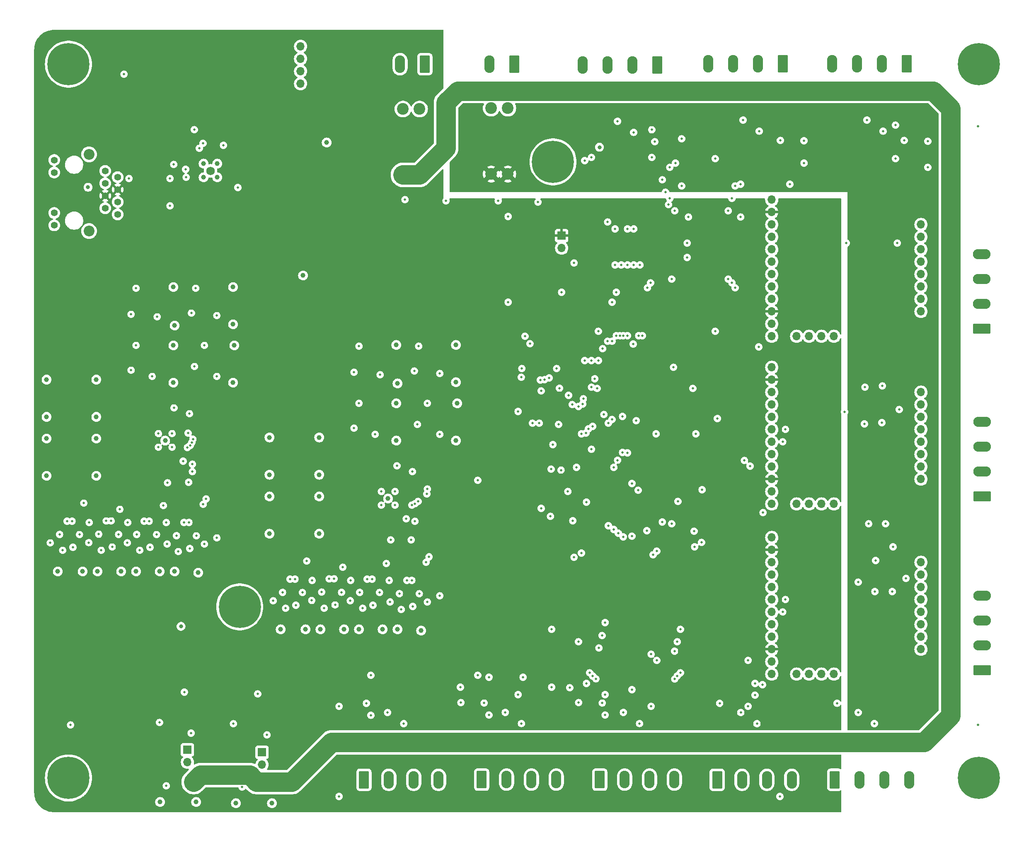
<source format=gbr>
%TF.GenerationSoftware,KiCad,Pcbnew,8.0.1*%
%TF.CreationDate,2024-05-02T15:47:01+02:00*%
%TF.ProjectId,launchpad-controller-v2,6c61756e-6368-4706-9164-2d636f6e7472,rev?*%
%TF.SameCoordinates,Original*%
%TF.FileFunction,Copper,L3,Inr*%
%TF.FilePolarity,Positive*%
%FSLAX46Y46*%
G04 Gerber Fmt 4.6, Leading zero omitted, Abs format (unit mm)*
G04 Created by KiCad (PCBNEW 8.0.1) date 2024-05-02 15:47:01*
%MOMM*%
%LPD*%
G01*
G04 APERTURE LIST*
G04 Aperture macros list*
%AMRoundRect*
0 Rectangle with rounded corners*
0 $1 Rounding radius*
0 $2 $3 $4 $5 $6 $7 $8 $9 X,Y pos of 4 corners*
0 Add a 4 corners polygon primitive as box body*
4,1,4,$2,$3,$4,$5,$6,$7,$8,$9,$2,$3,0*
0 Add four circle primitives for the rounded corners*
1,1,$1+$1,$2,$3*
1,1,$1+$1,$4,$5*
1,1,$1+$1,$6,$7*
1,1,$1+$1,$8,$9*
0 Add four rect primitives between the rounded corners*
20,1,$1+$1,$2,$3,$4,$5,0*
20,1,$1+$1,$4,$5,$6,$7,0*
20,1,$1+$1,$6,$7,$8,$9,0*
20,1,$1+$1,$8,$9,$2,$3,0*%
G04 Aperture macros list end*
%TA.AperFunction,ComponentPad*%
%ADD10C,0.900000*%
%TD*%
%TA.AperFunction,ComponentPad*%
%ADD11C,8.600000*%
%TD*%
%TA.AperFunction,ComponentPad*%
%ADD12C,2.400000*%
%TD*%
%TA.AperFunction,ComponentPad*%
%ADD13RoundRect,0.249999X-0.790001X-1.550001X0.790001X-1.550001X0.790001X1.550001X-0.790001X1.550001X0*%
%TD*%
%TA.AperFunction,ComponentPad*%
%ADD14O,2.080000X3.600000*%
%TD*%
%TA.AperFunction,ComponentPad*%
%ADD15O,1.700000X1.700000*%
%TD*%
%TA.AperFunction,ComponentPad*%
%ADD16RoundRect,0.249999X1.550001X-0.790001X1.550001X0.790001X-1.550001X0.790001X-1.550001X-0.790001X0*%
%TD*%
%TA.AperFunction,ComponentPad*%
%ADD17O,3.600000X2.080000*%
%TD*%
%TA.AperFunction,ComponentPad*%
%ADD18RoundRect,0.249999X0.790001X1.550001X-0.790001X1.550001X-0.790001X-1.550001X0.790001X-1.550001X0*%
%TD*%
%TA.AperFunction,ComponentPad*%
%ADD19R,1.700000X1.700000*%
%TD*%
%TA.AperFunction,ComponentPad*%
%ADD20C,1.397000*%
%TD*%
%TA.AperFunction,ComponentPad*%
%ADD21C,2.209800*%
%TD*%
%TA.AperFunction,ViaPad*%
%ADD22C,0.500000*%
%TD*%
%TA.AperFunction,ViaPad*%
%ADD23C,1.000000*%
%TD*%
%TA.AperFunction,ViaPad*%
%ADD24C,1.750000*%
%TD*%
%TA.AperFunction,ViaPad*%
%ADD25C,0.800000*%
%TD*%
%TA.AperFunction,Conductor*%
%ADD26C,4.000000*%
%TD*%
%TA.AperFunction,Conductor*%
%ADD27C,2.000000*%
%TD*%
G04 APERTURE END LIST*
D10*
%TO.N,Net-(H2-Pad1)*%
%TO.C,H2*%
X273775000Y204000000D03*
X274719581Y206280419D03*
X274719581Y201719581D03*
X277000000Y207225000D03*
D11*
X277000000Y204000000D03*
D10*
X277000000Y200775000D03*
X279280419Y206280419D03*
X279280419Y201719581D03*
X280225000Y204000000D03*
%TD*%
D12*
%TO.N,+24V*%
%TO.C,F2*%
X177370000Y181511500D03*
X180770000Y181511500D03*
%TO.N,/Power/INPB_24V*%
X177370000Y194981500D03*
X180770000Y194981500D03*
%TD*%
D13*
%TO.N,/High Side Switch7/VBB*%
%TO.C,J32*%
X151384000Y57625500D03*
D14*
%TO.N,/High Side Switch7/OUT*%
X156464000Y57625500D03*
%TO.N,Earth*%
X161544000Y57625500D03*
X166624000Y57625500D03*
%TD*%
D10*
%TO.N,Net-(H3-Pad1)*%
%TO.C,H3*%
X87775000Y58000000D03*
X88719581Y60280419D03*
X88719581Y55719581D03*
X91000000Y61225000D03*
D11*
X91000000Y58000000D03*
D10*
X91000000Y54775000D03*
X93280419Y60280419D03*
X93280419Y55719581D03*
X94225000Y58000000D03*
%TD*%
D15*
%TO.N,unconnected-(U12-V5_OUT-Pad1)*%
%TO.C,U12*%
X234696000Y141986000D03*
%TO.N,+3V3*%
X234696000Y139446000D03*
%TO.N,Earth*%
X234696000Y136906000D03*
%TO.N,/MOTOR1_STEP*%
X234696000Y134366000D03*
%TO.N,/MOTOR1_DIR*%
X234696000Y131826000D03*
%TO.N,/SPI3_MISO*%
X234696000Y129286000D03*
%TO.N,/SPI3_MOSI*%
X234696000Y126746000D03*
%TO.N,/SPI3_SCK*%
X234696000Y124206000D03*
%TO.N,/MOTOR1_SCS*%
X234696000Y121666000D03*
%TO.N,+3V3*%
X234696000Y119126000D03*
%TO.N,unconnected-(U12-RST-Pad11)*%
X234696000Y116586000D03*
%TO.N,/MOTOR1_nFAULT*%
X234696000Y114046000D03*
%TO.N,unconnected-(U12-BIN1-Pad13)*%
X239776000Y114046000D03*
%TO.N,unconnected-(U12-BIN2-Pad14)*%
X242316000Y114046000D03*
%TO.N,/MOTOR1_nSTALL*%
X244856000Y114046000D03*
%TO.N,/MOTOR1_BEMF*%
X247396000Y114046000D03*
%TO.N,/Current Sense Block2/IOUT*%
X265176000Y136906000D03*
X265176000Y134366000D03*
%TO.N,Earth*%
X265176000Y131826000D03*
X265176000Y129286000D03*
%TO.N,Net-(J24-Pin_4)*%
X265176000Y126746000D03*
%TO.N,Net-(J24-Pin_3)*%
X265176000Y124206000D03*
%TO.N,Net-(J24-Pin_2)*%
X265176000Y121666000D03*
%TO.N,Net-(J24-Pin_1)*%
X265176000Y119126000D03*
%TD*%
%TO.N,unconnected-(U23-V5_OUT-Pad1)*%
%TO.C,U23*%
X234696000Y107188000D03*
%TO.N,+3V3*%
X234696000Y104648000D03*
%TO.N,Earth*%
X234696000Y102108000D03*
%TO.N,/MOTOR3_STEP*%
X234696000Y99568000D03*
%TO.N,/MOTOR3_DIR*%
X234696000Y97028000D03*
%TO.N,/SPI3_MISO*%
X234696000Y94488000D03*
%TO.N,/SPI3_MOSI*%
X234696000Y91948000D03*
%TO.N,/SPI3_SCK*%
X234696000Y89408000D03*
%TO.N,/MOTOR3_SCS*%
X234696000Y86868000D03*
%TO.N,+3V3*%
X234696000Y84328000D03*
%TO.N,unconnected-(U23-RST-Pad11)*%
X234696000Y81788000D03*
%TO.N,/MOTOR3_nFAULT*%
X234696000Y79248000D03*
%TO.N,unconnected-(U23-BIN1-Pad13)*%
X239776000Y79248000D03*
%TO.N,unconnected-(U23-BIN2-Pad14)*%
X242316000Y79248000D03*
%TO.N,/MOTOR3_nSTALL*%
X244856000Y79248000D03*
%TO.N,/MOTOR3_BEMF*%
X247396000Y79248000D03*
%TO.N,/Current Sense Block1/IOUT*%
X265176000Y102108000D03*
X265176000Y99568000D03*
%TO.N,Earth*%
X265176000Y97028000D03*
X265176000Y94488000D03*
%TO.N,Net-(J28-Pin_4)*%
X265176000Y91948000D03*
%TO.N,Net-(J28-Pin_3)*%
X265176000Y89408000D03*
%TO.N,Net-(J28-Pin_2)*%
X265176000Y86868000D03*
%TO.N,Net-(J28-Pin_1)*%
X265176000Y84328000D03*
%TD*%
D16*
%TO.N,Net-(J15-Pin_1)*%
%TO.C,J15*%
X277622000Y149860000D03*
D17*
%TO.N,Net-(J15-Pin_2)*%
X277622000Y154940000D03*
%TO.N,Net-(J15-Pin_3)*%
X277622000Y160020000D03*
%TO.N,Net-(J15-Pin_4)*%
X277622000Y165100000D03*
%TD*%
D10*
%TO.N,Net-(H5-Pad1)*%
%TO.C,H5*%
X122775000Y93000000D03*
X123719581Y95280419D03*
X123719581Y90719581D03*
X126000000Y96225000D03*
D11*
X126000000Y93000000D03*
D10*
X126000000Y89775000D03*
X128280419Y95280419D03*
X128280419Y90719581D03*
X129225000Y93000000D03*
%TD*%
D18*
%TO.N,/Power/INPA_12V*%
%TO.C,J1*%
X163830000Y203994500D03*
D14*
%TO.N,Earth*%
X158750000Y203994500D03*
%TD*%
D13*
%TO.N,/High Side Switch/VBB*%
%TO.C,J33*%
X175433000Y57658000D03*
D14*
%TO.N,/High Side Switch/OUT*%
X180513000Y57658000D03*
%TO.N,Earth*%
X185593000Y57658000D03*
X190673000Y57658000D03*
%TD*%
D15*
%TO.N,unconnected-(U9-V5_OUT-Pad1)*%
%TO.C,U9*%
X234696000Y176276000D03*
%TO.N,+3V3*%
X234696000Y173736000D03*
%TO.N,Earth*%
X234696000Y171196000D03*
%TO.N,/MOTOR2_STEP*%
X234696000Y168656000D03*
%TO.N,/MOTOR2_DIR*%
X234696000Y166116000D03*
%TO.N,/SPI3_MISO*%
X234696000Y163576000D03*
%TO.N,/SPI3_MOSI*%
X234696000Y161036000D03*
%TO.N,/SPI3_SCK*%
X234696000Y158496000D03*
%TO.N,/MOTOR2_SCS*%
X234696000Y155956000D03*
%TO.N,+3V3*%
X234696000Y153416000D03*
%TO.N,unconnected-(U9-RST-Pad11)*%
X234696000Y150876000D03*
%TO.N,/MOTOR2_nFAULT*%
X234696000Y148336000D03*
%TO.N,unconnected-(U9-BIN1-Pad13)*%
X239776000Y148336000D03*
%TO.N,unconnected-(U9-BIN2-Pad14)*%
X242316000Y148336000D03*
%TO.N,/MOTOR2_nSTALL*%
X244856000Y148336000D03*
%TO.N,/MOTOR2_BEMF*%
X247396000Y148336000D03*
%TO.N,/Current Sense Block/IOUT*%
X265176000Y171196000D03*
X265176000Y168656000D03*
%TO.N,Earth*%
X265176000Y166116000D03*
X265176000Y163576000D03*
%TO.N,Net-(J15-Pin_4)*%
X265176000Y161036000D03*
%TO.N,Net-(J15-Pin_3)*%
X265176000Y158496000D03*
%TO.N,Net-(J15-Pin_2)*%
X265176000Y155956000D03*
%TO.N,Net-(J15-Pin_1)*%
X265176000Y153416000D03*
%TD*%
D13*
%TO.N,/High Side Switch3/VBB*%
%TO.C,J36*%
X247523000Y57634000D03*
D14*
%TO.N,/High Side Switch3/OUT*%
X252603000Y57634000D03*
%TO.N,Earth*%
X257683000Y57634000D03*
X262763000Y57634000D03*
%TD*%
D10*
%TO.N,Net-(H1-Pad1)*%
%TO.C,H1*%
X87775000Y204000000D03*
X88719581Y206280419D03*
X88719581Y201719581D03*
X91000000Y207225000D03*
D11*
X91000000Y204000000D03*
D10*
X91000000Y200775000D03*
X93280419Y206280419D03*
X93280419Y201719581D03*
X94225000Y204000000D03*
%TD*%
D19*
%TO.N,Net-(J30-Pin_2)*%
%TO.C,J31*%
X130556000Y63251000D03*
D15*
%TO.N,Net-(J31-Pin_2)*%
X130556000Y60711000D03*
%TD*%
D18*
%TO.N,/High Side Switch4/VBB*%
%TO.C,J3*%
X211314001Y203787500D03*
D14*
%TO.N,/High Side Switch4/OUT*%
X206234001Y203787500D03*
%TO.N,Earth*%
X201154001Y203787500D03*
X196074001Y203787500D03*
%TD*%
D13*
%TO.N,/High Side Switch2/VBB*%
%TO.C,J35*%
X223533999Y57624500D03*
D14*
%TO.N,/High Side Switch2/OUT*%
X228613999Y57624500D03*
%TO.N,Earth*%
X233693999Y57624500D03*
X238773999Y57624500D03*
%TD*%
D10*
%TO.N,Net-(H6-Pad1)*%
%TO.C,H6*%
X186775000Y184000000D03*
X187719581Y186280419D03*
X187719581Y181719581D03*
X190000000Y187225000D03*
D11*
X190000000Y184000000D03*
D10*
X190000000Y180775000D03*
X192280419Y186280419D03*
X192280419Y181719581D03*
X193225000Y184000000D03*
%TD*%
D15*
%TO.N,+12V*%
%TO.C,U1*%
X138430000Y200025000D03*
X138430000Y202565000D03*
%TO.N,Earth*%
X138430000Y205105000D03*
%TO.N,Net-(U1-VO+)*%
X138430000Y207645000D03*
%TD*%
D16*
%TO.N,Net-(J28-Pin_1)*%
%TO.C,J28*%
X277654500Y80010000D03*
D17*
%TO.N,Net-(J28-Pin_2)*%
X277654500Y85090000D03*
%TO.N,Net-(J28-Pin_3)*%
X277654500Y90170000D03*
%TO.N,Net-(J28-Pin_4)*%
X277654500Y95250000D03*
%TD*%
D19*
%TO.N,Net-(J27-Pin_1)*%
%TO.C,J27*%
X115316000Y63759000D03*
D15*
%TO.N,Net-(J27-Pin_2)*%
X115316000Y61219000D03*
%TD*%
D13*
%TO.N,/High Side Switch1/VBB*%
%TO.C,J34*%
X199563000Y57658000D03*
D14*
%TO.N,/High Side Switch1/OUT*%
X204643000Y57658000D03*
%TO.N,Earth*%
X209723000Y57658000D03*
X214803000Y57658000D03*
%TD*%
D20*
%TO.N,/ETHPHY/TD_P*%
%TO.C,J6*%
X98513900Y182149750D03*
%TO.N,/ETHPHY/TD_N*%
X101053900Y180879750D03*
%TO.N,/ETHPHY/RD_P*%
X98513900Y179609750D03*
%TO.N,+3V3*%
X101053900Y178339750D03*
X98513900Y177069750D03*
%TO.N,/ETHPHY/RD_N*%
X101053900Y175799750D03*
%TO.N,unconnected-(J6-NC-Pad7)*%
X98513900Y174529750D03*
%TO.N,Earth*%
X101053900Y173259750D03*
%TO.N,Net-(J6-ANODE-Pad9)*%
X88099900Y184384950D03*
%TO.N,/ETHPHY/LED_LINK*%
X88099900Y181844950D03*
%TO.N,Net-(J6-ANODE-Pad11)*%
X88099900Y173564550D03*
%TO.N,/ETHPHY/LED_SPEED*%
X88099900Y171024550D03*
D21*
%TO.N,N/C*%
X95211900Y185553350D03*
X95211900Y169856150D03*
%TD*%
D12*
%TO.N,+12V*%
%TO.C,F1*%
X159336000Y181348000D03*
X162736000Y181348000D03*
%TO.N,/Power/INPA_12V*%
X159336000Y194818000D03*
X162736000Y194818000D03*
%TD*%
D16*
%TO.N,Net-(J24-Pin_1)*%
%TO.C,J24*%
X277654500Y115570000D03*
D17*
%TO.N,Net-(J24-Pin_2)*%
X277654500Y120650000D03*
%TO.N,Net-(J24-Pin_3)*%
X277654500Y125730000D03*
%TO.N,Net-(J24-Pin_4)*%
X277654500Y130810000D03*
%TD*%
D18*
%TO.N,/High Side Switch5/VBB*%
%TO.C,J5*%
X262255000Y204041500D03*
D14*
%TO.N,/High Side Switch5/OUT*%
X257175000Y204041500D03*
%TO.N,Earth*%
X252095000Y204041500D03*
X247015000Y204041500D03*
%TD*%
D10*
%TO.N,Net-(H4-Pad1)*%
%TO.C,H4*%
X273775000Y58000000D03*
X274719581Y60280419D03*
X274719581Y55719581D03*
X277000000Y61225000D03*
D11*
X277000000Y58000000D03*
D10*
X277000000Y54775000D03*
X279280419Y60280419D03*
X279280419Y55719581D03*
X280225000Y58000000D03*
%TD*%
D18*
%TO.N,/High Side Switch6/VBB*%
%TO.C,J4*%
X236968001Y204040500D03*
D14*
%TO.N,/High Side Switch6/OUT*%
X231888001Y204040500D03*
%TO.N,Earth*%
X226808001Y204040500D03*
X221728001Y204040500D03*
%TD*%
D19*
%TO.N,+3V3*%
%TO.C,J8*%
X191770000Y168915000D03*
D15*
%TO.N,/BOOT0*%
X191770000Y166375000D03*
%TD*%
D18*
%TO.N,/Power/INPB_24V*%
%TO.C,J2*%
X182118000Y203994500D03*
D14*
%TO.N,Earth*%
X177038000Y203994500D03*
%TD*%
D22*
%TO.N,Net-(U32-PFBIN1)*%
X114935000Y182477999D03*
%TO.N,+5V*%
X114427000Y122809000D03*
X217424000Y164465000D03*
X160020000Y110998000D03*
X144266000Y98721000D03*
X160126000Y98419000D03*
X90710000Y110513500D03*
X106458000Y110513500D03*
X152004000Y98673000D03*
X217424000Y167386000D03*
X98720000Y110561500D03*
X114580000Y110259500D03*
X136256000Y98673000D03*
%TO.N,Net-(U16-+IN)*%
X89186000Y107804000D03*
%TO.N,Net-(U15--IN)*%
X101260000Y107815500D03*
%TO.N,Net-(U15-+IN)*%
X97196000Y107852000D03*
%TO.N,+3V3*%
X185674000Y121158000D03*
X161925000Y118110000D03*
X204851000Y116713000D03*
X197948340Y117646660D03*
X209169000Y112268000D03*
X207772000Y170307000D03*
X120523000Y186136000D03*
X214042913Y139398087D03*
X116332000Y129921000D03*
X119380000Y191978000D03*
X107823000Y175260000D03*
X107950000Y182880000D03*
X248412000Y98806000D03*
X192913000Y119761000D03*
X200533000Y139827000D03*
X214249000Y115824000D03*
X206375000Y142213032D03*
X88138000Y191135000D03*
X248666000Y163068000D03*
X218567000Y135255000D03*
X88138000Y163957000D03*
X108538000Y179070000D03*
X189992000Y131445000D03*
X196977000Y137287000D03*
X124714000Y66040000D03*
X218186000Y119126000D03*
X221869000Y129667000D03*
D23*
X139065000Y185660000D03*
D22*
X123317000Y176484000D03*
X108966000Y66929000D03*
X199898000Y160274000D03*
X248285000Y134112000D03*
X114273500Y184358000D03*
X127889000Y184866000D03*
%TO.N,Net-(U14--IN)*%
X108998000Y107767500D03*
%TO.N,Net-(U14-+IN)*%
X104934000Y107804000D03*
%TO.N,Net-(U17-+IN)*%
X113056000Y107550000D03*
%TO.N,Net-(U16--IN)*%
X93250000Y107767500D03*
%TO.N,Net-(U18-+IN)*%
X134732000Y95963500D03*
%TO.N,Net-(U17--IN)*%
X117120000Y107513500D03*
%TO.N,Net-(U19-+IN)*%
X150480000Y95963500D03*
%TO.N,Net-(U21-+IN)*%
X142742000Y96011500D03*
%TO.N,Net-(U20-+IN)*%
X158602000Y95709500D03*
%TO.N,Net-(U18--IN)*%
X138796000Y95927000D03*
%TO.N,Net-(U19--IN)*%
X154544000Y95927000D03*
%TO.N,Net-(U21--IN)*%
X146806000Y95975000D03*
%TO.N,Net-(U20--IN)*%
X162666000Y95673000D03*
D23*
%TO.N,+12V*%
X116586000Y57150000D03*
X115570000Y57150000D03*
X130810000Y57150000D03*
X131826000Y57150000D03*
D22*
%TO.N,/SW7_ADC*%
X193421000Y76454000D03*
X194056000Y110617000D03*
X196723000Y128524000D03*
%TO.N,/SW5_ADC*%
X183896000Y78613000D03*
X187198000Y130556000D03*
X185801000Y130556000D03*
X176911000Y78613000D03*
X176911000Y70874500D03*
%TO.N,/SW6_ADC*%
X200660000Y70874500D03*
X200660000Y75057000D03*
X182880000Y132969000D03*
X195834000Y128397000D03*
X182880000Y75057000D03*
%TO.N,/SW8_ADC*%
X231267000Y77343000D03*
X231267000Y74930000D03*
X196850000Y77343000D03*
%TO.N,/SW1_ADC*%
X197866000Y143383000D03*
X210185000Y184912000D03*
X197866000Y184912000D03*
X197866000Y137922000D03*
X210185000Y190571000D03*
%TO.N,/SW2_ADC*%
X223139000Y149352000D03*
X199009000Y137668000D03*
X223139000Y184658000D03*
X199263000Y149352000D03*
X259969000Y184658000D03*
X199263000Y143383000D03*
X259969000Y191516000D03*
%TO.N,/SW3_ADC*%
X195199000Y133985000D03*
X196469000Y184277000D03*
X196469000Y143383000D03*
%TO.N,/SW4_ADC*%
X152781000Y78994000D03*
X174625000Y78994000D03*
X174625000Y118872000D03*
X197866000Y125222000D03*
X152781000Y70842000D03*
%TO.N,/24_VSENSE*%
X202057000Y147320000D03*
X200406000Y132334000D03*
X180848000Y172847000D03*
X180848000Y155321000D03*
X202057000Y155321000D03*
%TO.N,/12_VSENSE*%
X201168000Y147320000D03*
X201168000Y171704000D03*
X196088000Y134493000D03*
%TO.N,/ETHPHY/LED_SPEED*%
X117729000Y186771000D03*
%TO.N,/ETHPHY/LED_LINK*%
X118491000Y187787000D03*
%TO.N,/JTCK*%
X207010000Y131064000D03*
X206502000Y162941000D03*
X207518000Y148463000D03*
%TO.N,/JTDO*%
X205232000Y124502338D03*
X205232000Y148463000D03*
X205232000Y162941000D03*
%TO.N,/NRST*%
X204216000Y124587000D03*
X203641000Y148463000D03*
X202692000Y162941000D03*
%TO.N,/JTMS*%
X211074000Y128397000D03*
X208280000Y148463000D03*
X207772000Y162941000D03*
%TO.N,/JTDI*%
X204216000Y131953000D03*
X203962000Y162941000D03*
X204343000Y148463000D03*
%TO.N,Net-(TC1-Pin_1)*%
X99924000Y105227500D03*
%TO.N,Net-(TC2-Pin_1)*%
X91914000Y105179500D03*
%TO.N,Net-(TC3-Pin_1)*%
X107662000Y105179500D03*
%TO.N,Net-(TC4-Pin_1)*%
X115784000Y104925500D03*
%TO.N,Net-(TC5-Pin_1)*%
X137460000Y93339000D03*
%TO.N,Net-(TC6-Pin_1)*%
X153208000Y93339000D03*
%TO.N,Net-(TC7-Pin_1)*%
X145470000Y93387000D03*
%TO.N,Net-(TC8-Pin_1)*%
X161330000Y93085000D03*
%TO.N,/ETH_MDIO*%
X189992000Y126192414D03*
X185293000Y146812000D03*
%TO.N,/High Side Switch4/IN*%
X216281000Y188722000D03*
X216281000Y179070000D03*
%TO.N,/High Side Switch5/IN*%
X266573000Y188214000D03*
X213868000Y176530000D03*
X213868000Y182880000D03*
X266573000Y182880000D03*
%TO.N,/High Side Switch6/IN*%
X241300000Y183769000D03*
X214884000Y173990000D03*
X215011000Y183769000D03*
X241286001Y188341000D03*
%TO.N,/High Side Switch7/IN*%
X146304000Y72644000D03*
X228346000Y179451000D03*
X238379000Y179451000D03*
X228346000Y172720000D03*
X236347000Y54229000D03*
X146304000Y54229000D03*
%TO.N,/High Side Switch1/IN*%
X195199000Y85852000D03*
X195245000Y73406000D03*
%TO.N,/High Side Switch2/IN*%
X210058000Y83312000D03*
X210058000Y72644000D03*
%TO.N,/High Side Switch/IN*%
X189738000Y88392000D03*
X189738000Y76581000D03*
X171196000Y73406000D03*
X171069000Y76581000D03*
%TO.N,/High Side Switch3/IN*%
X229870000Y82042000D03*
X229870000Y72644000D03*
%TO.N,/I2C1_SDA*%
X253619000Y130429000D03*
X212344000Y110363000D03*
X255778000Y96139000D03*
X253746000Y137922000D03*
X255905000Y102489000D03*
%TO.N,/I2C1_SCL*%
X259334000Y96139000D03*
X257937000Y109982000D03*
X257175000Y130683000D03*
X259461000Y105283000D03*
X214249000Y109982000D03*
X257302000Y138176000D03*
X254508000Y109982000D03*
D24*
%TO.N,+24V*%
X251714000Y171704000D03*
X251460000Y139446000D03*
D22*
X255270000Y167386000D03*
D24*
X253492000Y104394000D03*
X253492000Y102616000D03*
X251460000Y137668000D03*
X251714000Y173482000D03*
D22*
%TO.N,/ETH_RXD1*%
X193929000Y134366000D03*
X187402922Y139396922D03*
%TO.N,/ETH_TXD0*%
X201295000Y130556000D03*
X183515000Y139954000D03*
%TO.N,/ETH_CRS_DV*%
X191325500Y137731500D03*
X189230000Y139827000D03*
%TO.N,/ETH_MDC*%
X184277000Y148336000D03*
X194818000Y121539000D03*
%TO.N,/ETH_TXD1*%
X187579000Y137160000D03*
X202057000Y131318000D03*
%TO.N,/ETH_TX_EN*%
X183642000Y141732000D03*
X190754000Y141732000D03*
%TO.N,/ETH_RXD0*%
X193167000Y136271000D03*
X188243542Y139475542D03*
%TO.N,/SPI1_MISO*%
X218948000Y105283000D03*
X115316000Y125603000D03*
X161163000Y113792000D03*
%TO.N,/ADC1_CS*%
X204343000Y107315000D03*
%TO.N,/SPI1_MOSI*%
X115876002Y126023002D03*
X220345000Y106172000D03*
X161789101Y114105051D03*
%TO.N,/SPI1_SCK*%
X162433000Y114554000D03*
X116214292Y126635834D03*
X218821000Y108458000D03*
%TO.N,/ADC1_SYNC*%
X203327000Y108077000D03*
%TO.N,/ADC2_SYNC*%
X201295000Y109601000D03*
X115443000Y128524000D03*
X164338000Y117094000D03*
%TO.N,/ADC2_CS*%
X116429584Y127301906D03*
X202438000Y108839000D03*
X164211000Y116078000D03*
%TO.N,Earth*%
X132842000Y94234000D03*
D23*
X132080000Y127635000D03*
D22*
X148590000Y94250000D03*
X102362000Y201930000D03*
X224041999Y73278000D03*
X129667000Y75184000D03*
X154940000Y116586000D03*
X220472000Y116967000D03*
X206488002Y190039000D03*
X149352000Y129540000D03*
X276860000Y191262000D03*
X193040000Y116586000D03*
X156718000Y94000500D03*
X114681000Y75565000D03*
X122682000Y187406000D03*
D23*
X170180000Y127000000D03*
D22*
X154686000Y140462000D03*
X109140000Y152302500D03*
X164338000Y134620000D03*
X228840002Y192560000D03*
D23*
X121412000Y183642000D03*
D22*
X118792000Y146460500D03*
D23*
X150368000Y88392000D03*
D22*
X135382000Y92710000D03*
X200071000Y73311500D03*
X161671000Y141224000D03*
D23*
X118618000Y183642000D03*
D22*
X112522000Y183469000D03*
X202692000Y170307000D03*
X228359999Y71373000D03*
D23*
X117094000Y53086000D03*
D22*
X126492000Y56134000D03*
X104822000Y158144500D03*
X164338000Y93980000D03*
X180259000Y71406500D03*
X254127001Y192561000D03*
X223583500Y131508500D03*
X110998000Y56388000D03*
X262128000Y98806000D03*
X103806000Y141380500D03*
D23*
X170180000Y138938000D03*
X109728000Y53086000D03*
D22*
X162560000Y146304000D03*
X151892000Y73279000D03*
X257429001Y190293000D03*
X168148000Y176022000D03*
X109601000Y69342000D03*
X150368000Y146304000D03*
X260350000Y167386000D03*
X116125000Y153064500D03*
X131572000Y66802000D03*
X214630000Y141986000D03*
D25*
X199500000Y187000000D03*
D22*
X104822000Y146460500D03*
X186944000Y175768000D03*
X103044000Y106090500D03*
D24*
X120015000Y182177999D03*
D22*
X153670000Y128270000D03*
X137272000Y98673000D03*
X196190116Y135559475D03*
D23*
X112442000Y138840500D03*
D22*
X189484000Y111506000D03*
D23*
X86534000Y127410500D03*
D22*
X204389000Y71406500D03*
X159004000Y92456000D03*
D23*
X157988000Y127000000D03*
D22*
X89836000Y104550500D03*
D23*
X132080000Y120015000D03*
D22*
X115062000Y180848000D03*
D23*
X157988000Y146558000D03*
D22*
X252349000Y71382500D03*
X112188000Y128426500D03*
X143256000Y92710000D03*
X97710000Y104550500D03*
X145282000Y98721000D03*
X110410000Y113694500D03*
X157734000Y116586000D03*
D23*
X112696000Y150524500D03*
D22*
X161290000Y120650000D03*
D23*
X124634000Y138840500D03*
X142240000Y107950000D03*
D22*
X183561000Y69138500D03*
X112569000Y133675500D03*
D23*
X142494000Y88392000D03*
D22*
X189611000Y121158000D03*
X155956000Y101854000D03*
D23*
X143764000Y187960000D03*
D22*
X153020000Y98673000D03*
X161036000Y106680000D03*
X255651000Y69114500D03*
D23*
X142240000Y120015000D03*
D22*
X261747001Y188388000D03*
X276860000Y68834000D03*
X200152000Y145796000D03*
D23*
X124634000Y158398500D03*
D22*
X149352000Y140970000D03*
X125603000Y178770000D03*
D23*
X163068000Y88138000D03*
D22*
X215519000Y114554000D03*
X116713000Y190581000D03*
X121332000Y107090500D03*
D23*
X96694000Y127410500D03*
D22*
X162306000Y130302000D03*
X111252000Y118364000D03*
X205232000Y170307000D03*
X175941000Y73311500D03*
X191135000Y130302000D03*
X209169000Y108585000D03*
D23*
X86534000Y139475500D03*
D22*
X206502000Y170307000D03*
X117014000Y158144500D03*
X161142000Y98419000D03*
X108124000Y140110500D03*
X166878000Y95250000D03*
X139700000Y102362000D03*
X107474000Y110513500D03*
X111172000Y105841000D03*
X198551240Y139649760D03*
D23*
X86534000Y131855500D03*
D22*
X154940000Y113792000D03*
X232142002Y190292000D03*
X113458000Y104296500D03*
X116078000Y67183000D03*
X124714000Y69088000D03*
D23*
X147320000Y88392000D03*
D22*
X207691000Y69138500D03*
X194310000Y163322000D03*
X191633940Y120970300D03*
D23*
X170434000Y134620000D03*
X125222000Y52832000D03*
D22*
X118538000Y113948500D03*
X118792000Y105820500D03*
D23*
X139446000Y88392000D03*
X121412000Y180848000D03*
D22*
X211201000Y82042000D03*
X116332000Y122174000D03*
X164084000Y102108000D03*
D23*
X138924000Y160768000D03*
X112442000Y146460500D03*
D22*
X111760000Y175006000D03*
D23*
X132080000Y107950000D03*
D22*
X187579000Y113157000D03*
X103806000Y152810500D03*
X218567000Y137668000D03*
X121332000Y152556500D03*
D25*
X114000000Y89000000D03*
D22*
X116760000Y142142500D03*
D23*
X86534000Y119790500D03*
X96694000Y131855500D03*
D22*
X219202000Y128397000D03*
X260731000Y133350000D03*
X103378000Y180594000D03*
X99736000Y110561500D03*
X249555000Y132842000D03*
X248031000Y73287500D03*
X94154000Y114202500D03*
X161798000Y110490000D03*
X109394000Y125632500D03*
X101520000Y112932500D03*
X210806002Y188134000D03*
X249936000Y167386000D03*
X87296000Y106074500D03*
D23*
X96694000Y119790500D03*
D22*
X115570000Y118491000D03*
D23*
X124634000Y150778500D03*
D22*
X159512000Y69106000D03*
D23*
X142240000Y127635000D03*
D22*
X166878000Y128270000D03*
D23*
X142240000Y115570000D03*
D22*
X206375000Y146756240D03*
D23*
X170180000Y146558000D03*
X101774000Y100232500D03*
X118618000Y180848000D03*
X104822000Y100232500D03*
X132080000Y115570000D03*
D22*
X109394000Y128426500D03*
X112188000Y125632500D03*
X166878000Y140716000D03*
X91440000Y68834000D03*
D23*
X155194000Y88392000D03*
X124888000Y146460500D03*
D22*
X147066000Y101092000D03*
X91726000Y110513500D03*
D23*
X96948000Y100232500D03*
D22*
X158115000Y121835000D03*
D23*
X112442000Y158398500D03*
X112696000Y100232500D03*
X88820000Y100232500D03*
X93900000Y100232500D03*
X117522000Y99978500D03*
X158242000Y88392000D03*
X109648000Y100232500D03*
D22*
X236460002Y188387000D03*
X231661999Y69105000D03*
X115596000Y110259500D03*
X196850000Y114427000D03*
X156845000Y106680000D03*
X217678000Y172720000D03*
D25*
X94996000Y178816000D03*
D22*
X156210000Y71374000D03*
D23*
X156305999Y115156802D03*
D22*
X150368000Y134620000D03*
D23*
X158242000Y138684000D03*
D22*
X140716000Y94302500D03*
D23*
X110759999Y126997302D03*
X96694000Y139475500D03*
D22*
X203186002Y192307000D03*
X111760000Y180594000D03*
D23*
X132588000Y52832000D03*
D22*
X116332000Y120650000D03*
X159766000Y176276000D03*
X95170000Y106143000D03*
D23*
X157988000Y134620000D03*
D22*
X157734000Y113792000D03*
D23*
X134366000Y88392000D03*
D22*
X178816000Y176022000D03*
X121332000Y140110500D03*
X105584000Y104550500D03*
X115744000Y132490500D03*
X151130000Y92710000D03*
X252349000Y98044000D03*
%TO.N,/MOTOR2_BEMF*%
X197231000Y129413000D03*
%TO.N,/SW5_IN*%
X200660000Y89789000D03*
%TO.N,/SW8_IN*%
X214884000Y78232000D03*
X214817000Y83947000D03*
X198755000Y78292000D03*
%TO.N,/SW7_IN*%
X199390000Y84582000D03*
%TO.N,/SW2_IN*%
X212979000Y177800000D03*
%TO.N,/MOTOR3_nSTALL*%
X232791000Y77089000D03*
%TO.N,/SW4_IN*%
X225806000Y173990000D03*
X214249000Y160020000D03*
X225806000Y160020000D03*
%TO.N,/nLED24_2*%
X216027000Y88392000D03*
X197485000Y79502000D03*
X216027000Y79502000D03*
%TO.N,/SPI3_MOSI*%
X230251000Y121793000D03*
X236922000Y91948000D03*
X236922000Y126746000D03*
%TO.N,/MOTOR1_BEMF*%
X207391000Y116840000D03*
%TO.N,/SW3_IN*%
X213614000Y175260000D03*
%TO.N,/MOTOR3_BEMF*%
X202438000Y121539000D03*
X206121000Y76073000D03*
X206121000Y118237000D03*
X198120000Y129921000D03*
X206121000Y107442000D03*
%TO.N,/FDCAN1_TX*%
X210439000Y103632000D03*
%TO.N,/nLED12_1*%
X226568000Y176530000D03*
X209931000Y159258000D03*
X226568000Y159258000D03*
%TO.N,/SPI3_MISO*%
X229108000Y122936000D03*
X237497000Y94488000D03*
X237497000Y129286000D03*
%TO.N,/SW1_IN*%
X212344000Y180340000D03*
%TO.N,/MOTOR2_nSTALL*%
X232029000Y146177000D03*
%TO.N,/MOTOR1_nSTALL*%
X232918000Y112268000D03*
%TO.N,/FDCAN1_RX*%
X211201000Y104394000D03*
%TO.N,/nLED12_2*%
X227203000Y158242000D03*
X209296000Y158242000D03*
X227203000Y179070000D03*
%TO.N,/nLED24_1*%
X198120000Y78867000D03*
X215392000Y85852000D03*
X215392000Y78867000D03*
%TO.N,/SW6_IN*%
X200025000Y87122000D03*
%TO.N,/BOOT0*%
X202946000Y157353000D03*
X202940997Y148463000D03*
X203200000Y122998804D03*
X191770000Y157353000D03*
%TO.N,/ADC1/TREF*%
X156544000Y98395500D03*
X148670000Y98395500D03*
X164672000Y103221500D03*
X140796000Y98395500D03*
%TO.N,/ADC2/TREF*%
X119126000Y115062000D03*
X110998000Y110236000D03*
X95250000Y110236000D03*
X103124000Y110236000D03*
%TO.N,/FDCAN3_TX*%
X194310000Y103124000D03*
%TO.N,/FDCAN3_RX*%
X195818997Y104013000D03*
%TD*%
D26*
%TO.N,+12V*%
X271272000Y70739000D02*
X271272000Y194945000D01*
X128032000Y58584000D02*
X129466000Y57150000D01*
D27*
X130376000Y57584000D02*
X130810000Y57150000D01*
D26*
X129466000Y57150000D02*
X131826000Y57150000D01*
X136652000Y57150000D02*
X144780000Y65278000D01*
X168148000Y196088000D02*
X168148000Y186760000D01*
X265811000Y65278000D02*
X271272000Y70739000D01*
X271272000Y194945000D02*
X267716000Y198501000D01*
X118020000Y58584000D02*
X128032000Y58584000D01*
D27*
X116586000Y57150000D02*
X117020000Y57584000D01*
D26*
X170561000Y198501000D02*
X168148000Y196088000D01*
X168148000Y186760000D02*
X162736000Y181348000D01*
X144780000Y65278000D02*
X265811000Y65278000D01*
X116586000Y57150000D02*
X118020000Y58584000D01*
X267716000Y198501000D02*
X170561000Y198501000D01*
D27*
X117020000Y57584000D02*
X130376000Y57584000D01*
D26*
X131826000Y57150000D02*
X136652000Y57150000D01*
X162736000Y181348000D02*
X159336000Y181348000D01*
%TD*%
%TA.AperFunction,Conductor*%
%TO.N,+24V*%
G36*
X175847017Y195980815D02*
G01*
X175892772Y195928011D01*
X175902716Y195858853D01*
X175887365Y195814500D01*
X175833607Y195721388D01*
X175801004Y195638318D01*
X175740492Y195484137D01*
X175740490Y195484130D01*
X175683777Y195235654D01*
X175664732Y194981504D01*
X175664732Y194981495D01*
X175683777Y194727345D01*
X175740490Y194478869D01*
X175740492Y194478862D01*
X175833608Y194241609D01*
X175961041Y194020888D01*
X176119950Y193821623D01*
X176119952Y193821621D01*
X176306782Y193648268D01*
X176517372Y193504691D01*
X176517373Y193504690D01*
X176746993Y193394112D01*
X176746991Y193394112D01*
X176990533Y193318989D01*
X176990538Y193318988D01*
X176990542Y193318987D01*
X177085609Y193304657D01*
X177242559Y193281000D01*
X177242565Y193281000D01*
X177497440Y193281000D01*
X177628231Y193300714D01*
X177749458Y193318987D01*
X177749462Y193318988D01*
X177749466Y193318989D01*
X177993007Y193394112D01*
X178222626Y193504690D01*
X178222627Y193504691D01*
X178222630Y193504693D01*
X178222634Y193504695D01*
X178433217Y193648268D01*
X178620050Y193821623D01*
X178778959Y194020888D01*
X178906393Y194241612D01*
X178954572Y194364369D01*
X178997388Y194419582D01*
X179063258Y194442883D01*
X179131269Y194426872D01*
X179179827Y194376634D01*
X179185428Y194364369D01*
X179233608Y194241609D01*
X179361041Y194020888D01*
X179519950Y193821623D01*
X179519952Y193821621D01*
X179706782Y193648268D01*
X179917372Y193504691D01*
X179917373Y193504690D01*
X180146993Y193394112D01*
X180146991Y193394112D01*
X180390533Y193318989D01*
X180390538Y193318988D01*
X180390542Y193318987D01*
X180485609Y193304657D01*
X180642559Y193281000D01*
X180642565Y193281000D01*
X180897440Y193281000D01*
X181028231Y193300714D01*
X181149458Y193318987D01*
X181149462Y193318988D01*
X181149466Y193318989D01*
X181393007Y193394112D01*
X181622626Y193504690D01*
X181622627Y193504691D01*
X181622630Y193504693D01*
X181622634Y193504695D01*
X181833217Y193648268D01*
X182020050Y193821623D01*
X182178959Y194020888D01*
X182306393Y194241612D01*
X182399508Y194478863D01*
X182456222Y194727343D01*
X182475268Y194981500D01*
X182473814Y195000897D01*
X182456222Y195235654D01*
X182456222Y195235657D01*
X182399508Y195484137D01*
X182306393Y195721388D01*
X182252634Y195814500D01*
X182236162Y195882400D01*
X182259015Y195948427D01*
X182313936Y195991618D01*
X182360022Y196000500D01*
X266628897Y196000500D01*
X266695936Y195980815D01*
X266716578Y195964181D01*
X268735181Y193945578D01*
X268768666Y193884255D01*
X268771500Y193857897D01*
X268771500Y71826103D01*
X268751815Y71759064D01*
X268735181Y71738422D01*
X264811578Y67814819D01*
X264750255Y67781334D01*
X264723897Y67778500D01*
X250314000Y67778500D01*
X250246961Y67798185D01*
X250201206Y67850989D01*
X250190000Y67902500D01*
X250190000Y69114497D01*
X254895751Y69114497D01*
X254914685Y68946443D01*
X254970545Y68786805D01*
X254970547Y68786802D01*
X255060518Y68643615D01*
X255060523Y68643609D01*
X255180109Y68524023D01*
X255180115Y68524018D01*
X255323302Y68434047D01*
X255323305Y68434045D01*
X255482943Y68378185D01*
X255650997Y68359251D01*
X255651000Y68359251D01*
X255651003Y68359251D01*
X255819056Y68378185D01*
X255978694Y68434045D01*
X255978697Y68434047D01*
X256121884Y68524018D01*
X256121890Y68524023D01*
X256241476Y68643609D01*
X256241481Y68643615D01*
X256331452Y68786802D01*
X256331454Y68786805D01*
X256387314Y68946443D01*
X256406249Y69114497D01*
X256406249Y69114502D01*
X256387314Y69282556D01*
X256337654Y69424476D01*
X256331456Y69442190D01*
X256331454Y69442192D01*
X256331454Y69442194D01*
X256331452Y69442197D01*
X256241481Y69585384D01*
X256241480Y69585385D01*
X256241477Y69585390D01*
X256121890Y69704977D01*
X256121884Y69704981D01*
X255978697Y69794952D01*
X255978694Y69794954D01*
X255978692Y69794954D01*
X255978690Y69794956D01*
X255819059Y69850813D01*
X255819058Y69850813D01*
X255819056Y69850814D01*
X255651003Y69869749D01*
X255650997Y69869749D01*
X255482943Y69850814D01*
X255455791Y69841313D01*
X255323310Y69794956D01*
X255323309Y69794955D01*
X255323305Y69794954D01*
X255323302Y69794952D01*
X255180115Y69704981D01*
X255180109Y69704976D01*
X255060523Y69585390D01*
X255060518Y69585384D01*
X254970547Y69442197D01*
X254970545Y69442194D01*
X254914685Y69282556D01*
X254895751Y69114502D01*
X254895751Y69114497D01*
X250190000Y69114497D01*
X250190000Y71382497D01*
X251593751Y71382497D01*
X251612685Y71214443D01*
X251668545Y71054805D01*
X251668547Y71054802D01*
X251758518Y70911615D01*
X251758523Y70911609D01*
X251878109Y70792023D01*
X251878115Y70792018D01*
X252021302Y70702047D01*
X252021305Y70702045D01*
X252180943Y70646185D01*
X252348997Y70627251D01*
X252349000Y70627251D01*
X252349003Y70627251D01*
X252517056Y70646185D01*
X252676694Y70702045D01*
X252676697Y70702047D01*
X252819884Y70792018D01*
X252819890Y70792023D01*
X252939476Y70911609D01*
X252939481Y70911615D01*
X253029452Y71054802D01*
X253029454Y71054805D01*
X253085314Y71214443D01*
X253104249Y71382497D01*
X253104249Y71382502D01*
X253085314Y71550556D01*
X253032780Y71700690D01*
X253029456Y71710190D01*
X253029454Y71710192D01*
X253029454Y71710194D01*
X253029452Y71710197D01*
X252939481Y71853384D01*
X252939480Y71853385D01*
X252939477Y71853390D01*
X252819890Y71972977D01*
X252819884Y71972981D01*
X252676697Y72062952D01*
X252676694Y72062954D01*
X252676692Y72062954D01*
X252676690Y72062956D01*
X252517059Y72118813D01*
X252517058Y72118813D01*
X252517056Y72118814D01*
X252349003Y72137749D01*
X252348997Y72137749D01*
X252180943Y72118814D01*
X252153791Y72109313D01*
X252021310Y72062956D01*
X252021309Y72062955D01*
X252021305Y72062954D01*
X252021302Y72062952D01*
X251878115Y71972981D01*
X251878109Y71972976D01*
X251758523Y71853390D01*
X251758518Y71853384D01*
X251668547Y71710197D01*
X251668545Y71710194D01*
X251612685Y71550556D01*
X251593751Y71382502D01*
X251593751Y71382497D01*
X250190000Y71382497D01*
X250190000Y84327999D01*
X263820341Y84327999D01*
X263840936Y84092596D01*
X263840938Y84092586D01*
X263902094Y83864344D01*
X263902098Y83864335D01*
X264001965Y83650169D01*
X264001967Y83650165D01*
X264137501Y83456604D01*
X264137506Y83456597D01*
X264304597Y83289506D01*
X264304604Y83289501D01*
X264498165Y83153967D01*
X264498169Y83153965D01*
X264712335Y83054098D01*
X264712344Y83054094D01*
X264940586Y82992938D01*
X264940596Y82992936D01*
X265175999Y82972341D01*
X265176000Y82972341D01*
X265176001Y82972341D01*
X265411403Y82992936D01*
X265411413Y82992938D01*
X265639655Y83054094D01*
X265639659Y83054096D01*
X265639663Y83054097D01*
X265853830Y83153965D01*
X265853834Y83153967D01*
X266047395Y83289501D01*
X266047402Y83289506D01*
X266214493Y83456597D01*
X266214495Y83456599D01*
X266282265Y83553384D01*
X266350032Y83650165D01*
X266350034Y83650169D01*
X266350035Y83650170D01*
X266449903Y83864337D01*
X266459873Y83901544D01*
X266484232Y83992456D01*
X266511063Y84092592D01*
X266531659Y84328000D01*
X266511063Y84563408D01*
X266449903Y84791663D01*
X266350035Y85005829D01*
X266214495Y85199401D01*
X266047401Y85366495D01*
X265861842Y85496425D01*
X265818217Y85551002D01*
X265811023Y85620500D01*
X265842546Y85682855D01*
X265861842Y85699575D01*
X266047396Y85829501D01*
X266047402Y85829506D01*
X266214493Y85996597D01*
X266214495Y85996599D01*
X266342697Y86179690D01*
X266350032Y86190165D01*
X266350034Y86190169D01*
X266350035Y86190170D01*
X266449903Y86404337D01*
X266459873Y86441544D01*
X266464626Y86459285D01*
X266511063Y86632592D01*
X266531659Y86868000D01*
X266511063Y87103408D01*
X266449903Y87331663D01*
X266350035Y87545829D01*
X266214495Y87739401D01*
X266047401Y87906495D01*
X265861842Y88036425D01*
X265818217Y88091002D01*
X265811023Y88160500D01*
X265842546Y88222855D01*
X265861842Y88239575D01*
X266047396Y88369501D01*
X266047402Y88369506D01*
X266214493Y88536597D01*
X266214495Y88536599D01*
X266282265Y88633384D01*
X266350032Y88730165D01*
X266350034Y88730169D01*
X266350035Y88730170D01*
X266449903Y88944337D01*
X266511063Y89172592D01*
X266531659Y89408000D01*
X266511063Y89643408D01*
X266449903Y89871663D01*
X266350035Y90085829D01*
X266214495Y90279401D01*
X266047401Y90446495D01*
X265861842Y90576425D01*
X265818217Y90631002D01*
X265811023Y90700500D01*
X265842546Y90762855D01*
X265861842Y90779575D01*
X266047396Y90909501D01*
X266047402Y90909506D01*
X266214493Y91076597D01*
X266214495Y91076599D01*
X266309085Y91211687D01*
X266350032Y91270165D01*
X266350034Y91270169D01*
X266350035Y91270170D01*
X266449903Y91484337D01*
X266511063Y91712592D01*
X266531659Y91948000D01*
X266511063Y92183408D01*
X266449903Y92411663D01*
X266350035Y92625829D01*
X266214495Y92819401D01*
X266047401Y92986495D01*
X265861842Y93116425D01*
X265818217Y93171002D01*
X265811023Y93240500D01*
X265842546Y93302855D01*
X265861842Y93319575D01*
X266047396Y93449501D01*
X266047402Y93449506D01*
X266214493Y93616597D01*
X266214495Y93616599D01*
X266295826Y93732751D01*
X266350032Y93810165D01*
X266350034Y93810169D01*
X266350035Y93810170D01*
X266449903Y94024337D01*
X266511063Y94252592D01*
X266531659Y94488000D01*
X266511063Y94723408D01*
X266449903Y94951663D01*
X266350035Y95165829D01*
X266214495Y95359401D01*
X266047401Y95526495D01*
X265861842Y95656425D01*
X265818217Y95711002D01*
X265811023Y95780500D01*
X265842546Y95842855D01*
X265861842Y95859575D01*
X266047396Y95989501D01*
X266047402Y95989506D01*
X266214493Y96156597D01*
X266214495Y96156599D01*
X266282394Y96253569D01*
X266350032Y96350165D01*
X266350034Y96350169D01*
X266350035Y96350170D01*
X266449903Y96564337D01*
X266511063Y96792592D01*
X266531659Y97028000D01*
X266511063Y97263408D01*
X266449903Y97491663D01*
X266350035Y97705829D01*
X266214495Y97899401D01*
X266047401Y98066495D01*
X265861842Y98196425D01*
X265818217Y98251002D01*
X265811023Y98320500D01*
X265842546Y98382855D01*
X265861842Y98399575D01*
X266047396Y98529501D01*
X266047402Y98529506D01*
X266214493Y98696597D01*
X266214495Y98696599D01*
X266291096Y98805997D01*
X266350032Y98890165D01*
X266350034Y98890169D01*
X266350035Y98890170D01*
X266449903Y99104337D01*
X266511063Y99332592D01*
X266531659Y99568000D01*
X266511063Y99803408D01*
X266449903Y100031663D01*
X266350035Y100245829D01*
X266214495Y100439401D01*
X266047401Y100606495D01*
X265861842Y100736425D01*
X265818217Y100791002D01*
X265811023Y100860500D01*
X265842546Y100922855D01*
X265861842Y100939575D01*
X266047396Y101069501D01*
X266047402Y101069506D01*
X266214493Y101236597D01*
X266214495Y101236599D01*
X266282265Y101333384D01*
X266350032Y101430165D01*
X266350034Y101430169D01*
X266350035Y101430170D01*
X266449903Y101644337D01*
X266511063Y101872592D01*
X266531659Y102108000D01*
X266511063Y102343408D01*
X266449903Y102571663D01*
X266350035Y102785829D01*
X266214495Y102979401D01*
X266047401Y103146495D01*
X265853830Y103282035D01*
X265639663Y103381903D01*
X265411408Y103443063D01*
X265215234Y103460226D01*
X265176001Y103463659D01*
X265175999Y103463659D01*
X265128918Y103459539D01*
X264940592Y103443063D01*
X264712337Y103381903D01*
X264498171Y103282035D01*
X264498169Y103282034D01*
X264304597Y103146494D01*
X264137505Y102979402D01*
X264001965Y102785830D01*
X264001964Y102785828D01*
X263952031Y102678746D01*
X263902097Y102571663D01*
X263902096Y102571659D01*
X263902094Y102571655D01*
X263840938Y102343413D01*
X263840936Y102343403D01*
X263820341Y102108000D01*
X263820341Y102107999D01*
X263840936Y101872596D01*
X263840938Y101872586D01*
X263902094Y101644344D01*
X263902098Y101644335D01*
X264001965Y101430169D01*
X264001967Y101430165D01*
X264137501Y101236604D01*
X264137506Y101236597D01*
X264304597Y101069506D01*
X264304599Y101069505D01*
X264490159Y100939574D01*
X264533784Y100884997D01*
X264540976Y100815498D01*
X264509454Y100753144D01*
X264490158Y100736424D01*
X264304596Y100606493D01*
X264137505Y100439402D01*
X264001965Y100245830D01*
X264001964Y100245828D01*
X263952031Y100138746D01*
X263902097Y100031663D01*
X263902096Y100031659D01*
X263902094Y100031655D01*
X263840938Y99803413D01*
X263840936Y99803403D01*
X263820341Y99568000D01*
X263820341Y99567999D01*
X263840936Y99332596D01*
X263840938Y99332586D01*
X263902094Y99104344D01*
X263902098Y99104335D01*
X264001965Y98890169D01*
X264001967Y98890165D01*
X264137501Y98696604D01*
X264137506Y98696597D01*
X264304597Y98529506D01*
X264304599Y98529505D01*
X264490159Y98399574D01*
X264533784Y98344997D01*
X264540976Y98275498D01*
X264509454Y98213144D01*
X264490159Y98196425D01*
X264388930Y98125544D01*
X264304596Y98066493D01*
X264137505Y97899402D01*
X264001965Y97705830D01*
X264001964Y97705828D01*
X263952031Y97598746D01*
X263902097Y97491663D01*
X263902096Y97491659D01*
X263902094Y97491655D01*
X263840938Y97263413D01*
X263840936Y97263403D01*
X263820341Y97028000D01*
X263820341Y97027999D01*
X263840936Y96792596D01*
X263840938Y96792586D01*
X263902094Y96564344D01*
X263902098Y96564335D01*
X264001965Y96350169D01*
X264001967Y96350165D01*
X264137501Y96156604D01*
X264137506Y96156597D01*
X264304597Y95989506D01*
X264304599Y95989505D01*
X264490159Y95859574D01*
X264533784Y95804997D01*
X264540976Y95735498D01*
X264509454Y95673144D01*
X264490158Y95656424D01*
X264304596Y95526493D01*
X264137505Y95359402D01*
X264001965Y95165830D01*
X264001964Y95165828D01*
X263961232Y95078477D01*
X263902097Y94951663D01*
X263902096Y94951659D01*
X263902094Y94951655D01*
X263840938Y94723413D01*
X263840936Y94723403D01*
X263820341Y94488000D01*
X263820341Y94487999D01*
X263840936Y94252596D01*
X263840938Y94252586D01*
X263902094Y94024344D01*
X263902098Y94024335D01*
X264001965Y93810169D01*
X264001967Y93810165D01*
X264137501Y93616604D01*
X264137506Y93616597D01*
X264304597Y93449506D01*
X264304599Y93449505D01*
X264490159Y93319574D01*
X264533784Y93264997D01*
X264540976Y93195498D01*
X264509454Y93133144D01*
X264490158Y93116424D01*
X264304596Y92986493D01*
X264137505Y92819402D01*
X264001965Y92625830D01*
X264001964Y92625828D01*
X263961232Y92538477D01*
X263902097Y92411663D01*
X263902096Y92411659D01*
X263902094Y92411655D01*
X263840938Y92183413D01*
X263840936Y92183403D01*
X263820341Y91948000D01*
X263820341Y91947999D01*
X263840936Y91712596D01*
X263840938Y91712586D01*
X263902094Y91484344D01*
X263902098Y91484335D01*
X264001965Y91270169D01*
X264001967Y91270165D01*
X264137501Y91076604D01*
X264137506Y91076597D01*
X264304597Y90909506D01*
X264304599Y90909505D01*
X264490159Y90779574D01*
X264533784Y90724997D01*
X264540976Y90655498D01*
X264509454Y90593144D01*
X264490158Y90576424D01*
X264304596Y90446493D01*
X264137505Y90279402D01*
X264001965Y90085830D01*
X264001964Y90085828D01*
X263952031Y89978746D01*
X263902097Y89871663D01*
X263902096Y89871659D01*
X263902094Y89871655D01*
X263840938Y89643413D01*
X263840936Y89643403D01*
X263820341Y89408000D01*
X263820341Y89407999D01*
X263840936Y89172596D01*
X263840938Y89172586D01*
X263902094Y88944344D01*
X263902098Y88944335D01*
X264001965Y88730169D01*
X264001967Y88730165D01*
X264137501Y88536604D01*
X264137506Y88536597D01*
X264304597Y88369506D01*
X264304599Y88369505D01*
X264490159Y88239574D01*
X264533784Y88184997D01*
X264540976Y88115498D01*
X264509454Y88053144D01*
X264490158Y88036424D01*
X264304596Y87906493D01*
X264137505Y87739402D01*
X264001965Y87545830D01*
X264001964Y87545828D01*
X263957134Y87449690D01*
X263902097Y87331663D01*
X263902096Y87331659D01*
X263902094Y87331655D01*
X263840938Y87103413D01*
X263840936Y87103403D01*
X263820341Y86868000D01*
X263820341Y86867999D01*
X263840936Y86632596D01*
X263840938Y86632586D01*
X263902094Y86404344D01*
X263902098Y86404335D01*
X264001965Y86190169D01*
X264001967Y86190165D01*
X264137501Y85996604D01*
X264137506Y85996597D01*
X264304597Y85829506D01*
X264304599Y85829505D01*
X264490159Y85699574D01*
X264533784Y85644997D01*
X264540976Y85575498D01*
X264509454Y85513144D01*
X264490158Y85496424D01*
X264304596Y85366493D01*
X264137505Y85199402D01*
X264001965Y85005830D01*
X264001964Y85005828D01*
X263957134Y84909690D01*
X263902097Y84791663D01*
X263902096Y84791659D01*
X263902094Y84791655D01*
X263840938Y84563413D01*
X263840936Y84563403D01*
X263820341Y84328000D01*
X263820341Y84327999D01*
X250190000Y84327999D01*
X250190000Y96138997D01*
X255022751Y96138997D01*
X255041685Y95970943D01*
X255097545Y95811305D01*
X255097547Y95811302D01*
X255187518Y95668115D01*
X255187523Y95668109D01*
X255307109Y95548523D01*
X255307115Y95548518D01*
X255450302Y95458547D01*
X255450305Y95458545D01*
X255609943Y95402685D01*
X255777997Y95383751D01*
X255778000Y95383751D01*
X255778003Y95383751D01*
X255946056Y95402685D01*
X256105694Y95458545D01*
X256105697Y95458547D01*
X256248884Y95548518D01*
X256248890Y95548523D01*
X256368476Y95668109D01*
X256368481Y95668115D01*
X256458452Y95811302D01*
X256458454Y95811305D01*
X256473382Y95853965D01*
X256514313Y95970941D01*
X256514314Y95970943D01*
X256533249Y96138997D01*
X258578751Y96138997D01*
X258597685Y95970943D01*
X258653545Y95811305D01*
X258653547Y95811302D01*
X258743518Y95668115D01*
X258743523Y95668109D01*
X258863109Y95548523D01*
X258863115Y95548518D01*
X259006302Y95458547D01*
X259006305Y95458545D01*
X259165943Y95402685D01*
X259333997Y95383751D01*
X259334000Y95383751D01*
X259334003Y95383751D01*
X259502056Y95402685D01*
X259661694Y95458545D01*
X259661697Y95458547D01*
X259804884Y95548518D01*
X259804890Y95548523D01*
X259924476Y95668109D01*
X259924481Y95668115D01*
X260014452Y95811302D01*
X260014454Y95811305D01*
X260029382Y95853965D01*
X260070313Y95970941D01*
X260070314Y95970943D01*
X260089249Y96138997D01*
X260089249Y96139002D01*
X260070314Y96307056D01*
X260070313Y96307059D01*
X260014456Y96466690D01*
X260014454Y96466692D01*
X260014454Y96466694D01*
X260014452Y96466697D01*
X259924481Y96609884D01*
X259924480Y96609885D01*
X259924477Y96609890D01*
X259804890Y96729477D01*
X259768143Y96752567D01*
X259661697Y96819452D01*
X259661694Y96819454D01*
X259661692Y96819454D01*
X259661690Y96819456D01*
X259502059Y96875313D01*
X259502058Y96875313D01*
X259502056Y96875314D01*
X259334003Y96894249D01*
X259333997Y96894249D01*
X259165943Y96875314D01*
X259078913Y96844860D01*
X259006310Y96819456D01*
X259006309Y96819455D01*
X259006305Y96819454D01*
X259006302Y96819452D01*
X258863115Y96729481D01*
X258863109Y96729476D01*
X258743523Y96609890D01*
X258743518Y96609884D01*
X258653547Y96466697D01*
X258653545Y96466694D01*
X258597685Y96307056D01*
X258578751Y96139002D01*
X258578751Y96138997D01*
X256533249Y96138997D01*
X256533249Y96139002D01*
X256514314Y96307056D01*
X256514313Y96307059D01*
X256458456Y96466690D01*
X256458454Y96466692D01*
X256458454Y96466694D01*
X256458452Y96466697D01*
X256368481Y96609884D01*
X256368480Y96609885D01*
X256368477Y96609890D01*
X256248890Y96729477D01*
X256212143Y96752567D01*
X256105697Y96819452D01*
X256105694Y96819454D01*
X256105692Y96819454D01*
X256105690Y96819456D01*
X255946059Y96875313D01*
X255946058Y96875313D01*
X255946056Y96875314D01*
X255778003Y96894249D01*
X255777997Y96894249D01*
X255609943Y96875314D01*
X255522913Y96844860D01*
X255450310Y96819456D01*
X255450309Y96819455D01*
X255450305Y96819454D01*
X255450302Y96819452D01*
X255307115Y96729481D01*
X255307109Y96729476D01*
X255187523Y96609890D01*
X255187518Y96609884D01*
X255097547Y96466697D01*
X255097545Y96466694D01*
X255041685Y96307056D01*
X255022751Y96139002D01*
X255022751Y96138997D01*
X250190000Y96138997D01*
X250190000Y98043997D01*
X251593751Y98043997D01*
X251612685Y97875943D01*
X251668545Y97716305D01*
X251668547Y97716302D01*
X251758518Y97573115D01*
X251758523Y97573109D01*
X251878109Y97453523D01*
X251878115Y97453518D01*
X252021302Y97363547D01*
X252021305Y97363545D01*
X252180943Y97307685D01*
X252348997Y97288751D01*
X252349000Y97288751D01*
X252349003Y97288751D01*
X252517056Y97307685D01*
X252676694Y97363545D01*
X252676697Y97363547D01*
X252819884Y97453518D01*
X252819890Y97453523D01*
X252939476Y97573109D01*
X252939481Y97573115D01*
X253029452Y97716302D01*
X253029454Y97716305D01*
X253085314Y97875943D01*
X253104249Y98043997D01*
X253104249Y98044002D01*
X253085314Y98212056D01*
X253042256Y98335109D01*
X253029456Y98371690D01*
X253029454Y98371692D01*
X253029454Y98371694D01*
X253029452Y98371697D01*
X252939481Y98514884D01*
X252939480Y98514885D01*
X252939477Y98514890D01*
X252819890Y98634477D01*
X252814374Y98637943D01*
X252676697Y98724452D01*
X252676694Y98724454D01*
X252676692Y98724454D01*
X252676690Y98724456D01*
X252517059Y98780313D01*
X252517058Y98780313D01*
X252517056Y98780314D01*
X252349003Y98799249D01*
X252348997Y98799249D01*
X252180943Y98780314D01*
X252093913Y98749860D01*
X252021310Y98724456D01*
X252021309Y98724455D01*
X252021305Y98724454D01*
X252021302Y98724452D01*
X251878115Y98634481D01*
X251878109Y98634476D01*
X251758523Y98514890D01*
X251758518Y98514884D01*
X251668547Y98371697D01*
X251668545Y98371694D01*
X251612685Y98212056D01*
X251593751Y98044002D01*
X251593751Y98043997D01*
X250190000Y98043997D01*
X250190000Y98805997D01*
X261372751Y98805997D01*
X261391685Y98637943D01*
X261447545Y98478305D01*
X261447547Y98478302D01*
X261537518Y98335115D01*
X261537523Y98335109D01*
X261657109Y98215523D01*
X261657115Y98215518D01*
X261800302Y98125547D01*
X261800305Y98125545D01*
X261959943Y98069685D01*
X262127997Y98050751D01*
X262128000Y98050751D01*
X262128003Y98050751D01*
X262296056Y98069685D01*
X262455694Y98125545D01*
X262455697Y98125547D01*
X262598884Y98215518D01*
X262598890Y98215523D01*
X262718476Y98335109D01*
X262718481Y98335115D01*
X262808452Y98478302D01*
X262808454Y98478305D01*
X262864314Y98637943D01*
X262883249Y98805997D01*
X262883249Y98806002D01*
X262864314Y98974056D01*
X262864313Y98974059D01*
X262808456Y99133690D01*
X262808454Y99133692D01*
X262808454Y99133694D01*
X262808452Y99133697D01*
X262718481Y99276884D01*
X262718480Y99276885D01*
X262718477Y99276890D01*
X262598890Y99396477D01*
X262598884Y99396481D01*
X262455697Y99486452D01*
X262455694Y99486454D01*
X262455692Y99486454D01*
X262455690Y99486456D01*
X262296059Y99542313D01*
X262296058Y99542313D01*
X262296056Y99542314D01*
X262128003Y99561249D01*
X262127997Y99561249D01*
X261959943Y99542314D01*
X261872913Y99511860D01*
X261800310Y99486456D01*
X261800309Y99486455D01*
X261800305Y99486454D01*
X261800302Y99486452D01*
X261657115Y99396481D01*
X261657109Y99396476D01*
X261537523Y99276890D01*
X261537518Y99276884D01*
X261447547Y99133697D01*
X261447545Y99133694D01*
X261391685Y98974056D01*
X261372751Y98806002D01*
X261372751Y98805997D01*
X250190000Y98805997D01*
X250190000Y102488997D01*
X255149751Y102488997D01*
X255168685Y102320943D01*
X255224545Y102161305D01*
X255224547Y102161302D01*
X255314518Y102018115D01*
X255314523Y102018109D01*
X255434109Y101898523D01*
X255434115Y101898518D01*
X255577302Y101808547D01*
X255577305Y101808545D01*
X255736943Y101752685D01*
X255904997Y101733751D01*
X255905000Y101733751D01*
X255905003Y101733751D01*
X256073056Y101752685D01*
X256232694Y101808545D01*
X256232697Y101808547D01*
X256375884Y101898518D01*
X256375890Y101898523D01*
X256495476Y102018109D01*
X256495481Y102018115D01*
X256585452Y102161302D01*
X256585454Y102161305D01*
X256641314Y102320943D01*
X256660249Y102488997D01*
X256660249Y102489002D01*
X256641314Y102657056D01*
X256596255Y102785828D01*
X256585456Y102816690D01*
X256585454Y102816692D01*
X256585454Y102816694D01*
X256585452Y102816697D01*
X256495481Y102959884D01*
X256495480Y102959885D01*
X256495477Y102959890D01*
X256375890Y103079477D01*
X256375884Y103079481D01*
X256232697Y103169452D01*
X256232694Y103169454D01*
X256232692Y103169454D01*
X256232690Y103169456D01*
X256073059Y103225313D01*
X256073058Y103225313D01*
X256073056Y103225314D01*
X255905003Y103244249D01*
X255904997Y103244249D01*
X255736943Y103225314D01*
X255649913Y103194860D01*
X255577310Y103169456D01*
X255577309Y103169455D01*
X255577305Y103169454D01*
X255577302Y103169452D01*
X255434115Y103079481D01*
X255434109Y103079476D01*
X255314523Y102959890D01*
X255314518Y102959884D01*
X255224547Y102816697D01*
X255224545Y102816694D01*
X255168685Y102657056D01*
X255149751Y102489002D01*
X255149751Y102488997D01*
X250190000Y102488997D01*
X250190000Y105282997D01*
X258705751Y105282997D01*
X258724685Y105114943D01*
X258780545Y104955305D01*
X258780547Y104955302D01*
X258870518Y104812115D01*
X258870523Y104812109D01*
X258990109Y104692523D01*
X258990115Y104692518D01*
X259133302Y104602547D01*
X259133305Y104602545D01*
X259292943Y104546685D01*
X259460997Y104527751D01*
X259461000Y104527751D01*
X259461003Y104527751D01*
X259629056Y104546685D01*
X259788694Y104602545D01*
X259788697Y104602547D01*
X259931884Y104692518D01*
X259931890Y104692523D01*
X260051476Y104812109D01*
X260051481Y104812115D01*
X260141452Y104955302D01*
X260141454Y104955305D01*
X260197314Y105114943D01*
X260216249Y105282997D01*
X260216249Y105283002D01*
X260197314Y105451056D01*
X260173399Y105519401D01*
X260141456Y105610690D01*
X260141454Y105610692D01*
X260141454Y105610694D01*
X260141452Y105610697D01*
X260051481Y105753884D01*
X260051480Y105753885D01*
X260051477Y105753890D01*
X259931890Y105873477D01*
X259931884Y105873481D01*
X259788697Y105963452D01*
X259788694Y105963454D01*
X259788692Y105963454D01*
X259788690Y105963456D01*
X259629059Y106019313D01*
X259629058Y106019313D01*
X259629056Y106019314D01*
X259461003Y106038249D01*
X259460997Y106038249D01*
X259292943Y106019314D01*
X259277657Y106013965D01*
X259133310Y105963456D01*
X259133309Y105963455D01*
X259133305Y105963454D01*
X259133302Y105963452D01*
X258990115Y105873481D01*
X258990109Y105873476D01*
X258870523Y105753890D01*
X258870518Y105753884D01*
X258780547Y105610697D01*
X258780545Y105610694D01*
X258724685Y105451056D01*
X258705751Y105283002D01*
X258705751Y105282997D01*
X250190000Y105282997D01*
X250190000Y109981997D01*
X253752751Y109981997D01*
X253771685Y109813943D01*
X253827545Y109654305D01*
X253827547Y109654302D01*
X253917518Y109511115D01*
X253917523Y109511109D01*
X254037109Y109391523D01*
X254037115Y109391518D01*
X254180302Y109301547D01*
X254180305Y109301545D01*
X254339943Y109245685D01*
X254507997Y109226751D01*
X254508000Y109226751D01*
X254508003Y109226751D01*
X254676056Y109245685D01*
X254835694Y109301545D01*
X254835697Y109301547D01*
X254978884Y109391518D01*
X254978890Y109391523D01*
X255098476Y109511109D01*
X255098481Y109511115D01*
X255188452Y109654302D01*
X255188454Y109654305D01*
X255244314Y109813943D01*
X255263249Y109981997D01*
X257181751Y109981997D01*
X257200685Y109813943D01*
X257256545Y109654305D01*
X257256547Y109654302D01*
X257346518Y109511115D01*
X257346523Y109511109D01*
X257466109Y109391523D01*
X257466115Y109391518D01*
X257609302Y109301547D01*
X257609305Y109301545D01*
X257768943Y109245685D01*
X257936997Y109226751D01*
X257937000Y109226751D01*
X257937003Y109226751D01*
X258105056Y109245685D01*
X258264694Y109301545D01*
X258264697Y109301547D01*
X258407884Y109391518D01*
X258407890Y109391523D01*
X258527476Y109511109D01*
X258527481Y109511115D01*
X258617452Y109654302D01*
X258617454Y109654305D01*
X258673314Y109813943D01*
X258692249Y109981997D01*
X258692249Y109982002D01*
X258673314Y110150056D01*
X258624587Y110289310D01*
X258617456Y110309690D01*
X258617454Y110309692D01*
X258617454Y110309694D01*
X258617452Y110309697D01*
X258527481Y110452884D01*
X258527480Y110452885D01*
X258527477Y110452890D01*
X258407890Y110572477D01*
X258407884Y110572481D01*
X258264697Y110662452D01*
X258264694Y110662454D01*
X258264692Y110662454D01*
X258264690Y110662456D01*
X258105059Y110718313D01*
X258105058Y110718313D01*
X258105056Y110718314D01*
X257937003Y110737249D01*
X257936997Y110737249D01*
X257768943Y110718314D01*
X257681913Y110687860D01*
X257609310Y110662456D01*
X257609309Y110662455D01*
X257609305Y110662454D01*
X257609302Y110662452D01*
X257466115Y110572481D01*
X257466109Y110572476D01*
X257346523Y110452890D01*
X257346518Y110452884D01*
X257256547Y110309697D01*
X257256545Y110309694D01*
X257200685Y110150056D01*
X257181751Y109982002D01*
X257181751Y109981997D01*
X255263249Y109981997D01*
X255263249Y109982002D01*
X255244314Y110150056D01*
X255195587Y110289310D01*
X255188456Y110309690D01*
X255188454Y110309692D01*
X255188454Y110309694D01*
X255188452Y110309697D01*
X255098481Y110452884D01*
X255098480Y110452885D01*
X255098477Y110452890D01*
X254978890Y110572477D01*
X254978884Y110572481D01*
X254835697Y110662452D01*
X254835694Y110662454D01*
X254835692Y110662454D01*
X254835690Y110662456D01*
X254676059Y110718313D01*
X254676058Y110718313D01*
X254676056Y110718314D01*
X254508003Y110737249D01*
X254507997Y110737249D01*
X254339943Y110718314D01*
X254252913Y110687860D01*
X254180310Y110662456D01*
X254180309Y110662455D01*
X254180305Y110662454D01*
X254180302Y110662452D01*
X254037115Y110572481D01*
X254037109Y110572476D01*
X253917523Y110452890D01*
X253917518Y110452884D01*
X253827547Y110309697D01*
X253827545Y110309694D01*
X253771685Y110150056D01*
X253752751Y109982002D01*
X253752751Y109981997D01*
X250190000Y109981997D01*
X250190000Y119125999D01*
X263820341Y119125999D01*
X263840936Y118890596D01*
X263840938Y118890586D01*
X263902094Y118662344D01*
X263902098Y118662335D01*
X264001965Y118448169D01*
X264001967Y118448165D01*
X264137501Y118254604D01*
X264137506Y118254597D01*
X264304597Y118087506D01*
X264304604Y118087501D01*
X264498165Y117951967D01*
X264498169Y117951965D01*
X264712335Y117852098D01*
X264712344Y117852094D01*
X264940586Y117790938D01*
X264940596Y117790936D01*
X265175999Y117770341D01*
X265176000Y117770341D01*
X265176001Y117770341D01*
X265411403Y117790936D01*
X265411413Y117790938D01*
X265639655Y117852094D01*
X265639659Y117852096D01*
X265639663Y117852097D01*
X265853830Y117951965D01*
X265853834Y117951967D01*
X266047395Y118087501D01*
X266047402Y118087506D01*
X266214493Y118254597D01*
X266214495Y118254599D01*
X266317643Y118401909D01*
X266350032Y118448165D01*
X266350034Y118448169D01*
X266350035Y118448170D01*
X266449903Y118662337D01*
X266511063Y118890592D01*
X266531659Y119126000D01*
X266511063Y119361408D01*
X266449903Y119589663D01*
X266350035Y119803829D01*
X266214495Y119997401D01*
X266047401Y120164495D01*
X265861842Y120294425D01*
X265818217Y120349002D01*
X265811023Y120418500D01*
X265842546Y120480855D01*
X265861842Y120497575D01*
X266047396Y120627501D01*
X266047402Y120627506D01*
X266214493Y120794597D01*
X266214495Y120794599D01*
X266322274Y120948523D01*
X266350032Y120988165D01*
X266350034Y120988169D01*
X266350035Y120988170D01*
X266449903Y121202337D01*
X266511063Y121430592D01*
X266531659Y121666000D01*
X266511063Y121901408D01*
X266449903Y122129663D01*
X266350035Y122343829D01*
X266214495Y122537401D01*
X266047401Y122704495D01*
X265884026Y122818891D01*
X265861842Y122834425D01*
X265818217Y122889002D01*
X265811023Y122958500D01*
X265842546Y123020855D01*
X265861842Y123037575D01*
X266047396Y123167501D01*
X266047402Y123167506D01*
X266214493Y123334597D01*
X266214495Y123334599D01*
X266348850Y123526477D01*
X266350032Y123528165D01*
X266350034Y123528169D01*
X266350035Y123528170D01*
X266449903Y123742337D01*
X266511063Y123970592D01*
X266531659Y124206000D01*
X266511063Y124441408D01*
X266449903Y124669663D01*
X266350035Y124883829D01*
X266214495Y125077401D01*
X266047401Y125244495D01*
X265861842Y125374425D01*
X265818217Y125429002D01*
X265811023Y125498500D01*
X265842546Y125560855D01*
X265861842Y125577575D01*
X266047396Y125707501D01*
X266047402Y125707506D01*
X266214493Y125874597D01*
X266214495Y125874599D01*
X266312088Y126013976D01*
X266350032Y126068165D01*
X266350034Y126068169D01*
X266350035Y126068170D01*
X266449903Y126282337D01*
X266511063Y126510592D01*
X266531659Y126746000D01*
X266511063Y126981408D01*
X266449903Y127209663D01*
X266350035Y127423829D01*
X266214495Y127617401D01*
X266047401Y127784495D01*
X265861842Y127914425D01*
X265818217Y127969002D01*
X265811023Y128038500D01*
X265842546Y128100855D01*
X265861842Y128117575D01*
X266047396Y128247501D01*
X266047402Y128247506D01*
X266214493Y128414597D01*
X266214495Y128414599D01*
X266282265Y128511384D01*
X266350032Y128608165D01*
X266350034Y128608169D01*
X266350035Y128608170D01*
X266449903Y128822337D01*
X266511063Y129050592D01*
X266531659Y129286000D01*
X266511063Y129521408D01*
X266449903Y129749663D01*
X266350035Y129963829D01*
X266214495Y130157401D01*
X266047401Y130324495D01*
X265861842Y130454425D01*
X265818217Y130509002D01*
X265811023Y130578500D01*
X265842546Y130640855D01*
X265861842Y130657575D01*
X266047396Y130787501D01*
X266047402Y130787506D01*
X266214493Y130954597D01*
X266214495Y130954599D01*
X266286371Y131057249D01*
X266350032Y131148165D01*
X266350034Y131148169D01*
X266350035Y131148170D01*
X266449903Y131362337D01*
X266511063Y131590592D01*
X266531659Y131826000D01*
X266511063Y132061408D01*
X266449903Y132289663D01*
X266350035Y132503829D01*
X266214495Y132697401D01*
X266047401Y132864495D01*
X265861842Y132994425D01*
X265818217Y133049002D01*
X265811023Y133118500D01*
X265842546Y133180855D01*
X265861842Y133197575D01*
X266047396Y133327501D01*
X266047402Y133327506D01*
X266214493Y133494597D01*
X266214495Y133494599D01*
X266342702Y133677697D01*
X266350032Y133688165D01*
X266350034Y133688169D01*
X266350035Y133688170D01*
X266449903Y133902337D01*
X266511063Y134130592D01*
X266531659Y134366000D01*
X266511063Y134601408D01*
X266449903Y134829663D01*
X266350035Y135043829D01*
X266214495Y135237401D01*
X266047401Y135404495D01*
X265861842Y135534425D01*
X265818217Y135589002D01*
X265811023Y135658500D01*
X265842546Y135720855D01*
X265861842Y135737575D01*
X266047396Y135867501D01*
X266047402Y135867506D01*
X266214493Y136034597D01*
X266214495Y136034599D01*
X266295266Y136149952D01*
X266350032Y136228165D01*
X266350034Y136228169D01*
X266350035Y136228170D01*
X266449903Y136442337D01*
X266459873Y136479544D01*
X266491797Y136598690D01*
X266511063Y136670592D01*
X266531659Y136906000D01*
X266511063Y137141408D01*
X266449903Y137369663D01*
X266350035Y137583829D01*
X266214495Y137777401D01*
X266047401Y137944495D01*
X265853830Y138080035D01*
X265639663Y138179903D01*
X265411408Y138241063D01*
X265197831Y138259749D01*
X265176001Y138261659D01*
X265175999Y138261659D01*
X265154169Y138259749D01*
X264940592Y138241063D01*
X264712337Y138179903D01*
X264519661Y138090056D01*
X264498171Y138080035D01*
X264498169Y138080034D01*
X264304597Y137944494D01*
X264137505Y137777402D01*
X264001965Y137583830D01*
X264001964Y137583828D01*
X263962847Y137499941D01*
X263902097Y137369663D01*
X263902096Y137369659D01*
X263902094Y137369655D01*
X263840938Y137141413D01*
X263840936Y137141403D01*
X263820341Y136906000D01*
X263820341Y136905999D01*
X263840936Y136670596D01*
X263840938Y136670586D01*
X263902094Y136442344D01*
X263902098Y136442335D01*
X264001965Y136228169D01*
X264001967Y136228165D01*
X264137501Y136034604D01*
X264137506Y136034597D01*
X264304597Y135867506D01*
X264304599Y135867505D01*
X264490159Y135737574D01*
X264533784Y135682997D01*
X264540976Y135613498D01*
X264509454Y135551144D01*
X264490158Y135534424D01*
X264304596Y135404493D01*
X264137505Y135237402D01*
X264001965Y135043830D01*
X264001964Y135043828D01*
X263961232Y134956477D01*
X263902097Y134829663D01*
X263902096Y134829659D01*
X263902094Y134829655D01*
X263840938Y134601413D01*
X263840936Y134601403D01*
X263820341Y134366000D01*
X263820341Y134365999D01*
X263840936Y134130596D01*
X263840938Y134130586D01*
X263902094Y133902344D01*
X263902098Y133902335D01*
X264001965Y133688169D01*
X264001967Y133688165D01*
X264137501Y133494604D01*
X264137506Y133494597D01*
X264304597Y133327506D01*
X264304599Y133327505D01*
X264490159Y133197574D01*
X264533784Y133142997D01*
X264540976Y133073498D01*
X264509454Y133011144D01*
X264490159Y132994425D01*
X264390263Y132924477D01*
X264304596Y132864493D01*
X264137505Y132697402D01*
X264001965Y132503830D01*
X264001964Y132503828D01*
X263956459Y132406242D01*
X263902097Y132289663D01*
X263902096Y132289659D01*
X263902094Y132289655D01*
X263840938Y132061413D01*
X263840936Y132061403D01*
X263820341Y131826000D01*
X263820341Y131825999D01*
X263840936Y131590596D01*
X263840938Y131590586D01*
X263902094Y131362344D01*
X263902098Y131362335D01*
X264001965Y131148169D01*
X264001967Y131148165D01*
X264137501Y130954604D01*
X264137506Y130954597D01*
X264304597Y130787506D01*
X264304599Y130787505D01*
X264490159Y130657574D01*
X264533784Y130602997D01*
X264540976Y130533498D01*
X264509454Y130471144D01*
X264490159Y130454425D01*
X264395210Y130387941D01*
X264304596Y130324493D01*
X264137505Y130157402D01*
X264001965Y129963830D01*
X264001964Y129963828D01*
X263961232Y129876477D01*
X263902097Y129749663D01*
X263902096Y129749659D01*
X263902094Y129749655D01*
X263840938Y129521413D01*
X263840936Y129521403D01*
X263820341Y129286000D01*
X263820341Y129285999D01*
X263840936Y129050596D01*
X263840938Y129050586D01*
X263902094Y128822344D01*
X263902098Y128822335D01*
X264001965Y128608169D01*
X264001967Y128608165D01*
X264137501Y128414604D01*
X264137506Y128414597D01*
X264304597Y128247506D01*
X264304599Y128247505D01*
X264490159Y128117574D01*
X264533784Y128062997D01*
X264540976Y127993498D01*
X264509454Y127931144D01*
X264490158Y127914424D01*
X264304596Y127784493D01*
X264137505Y127617402D01*
X264001965Y127423830D01*
X264001964Y127423828D01*
X263983731Y127384727D01*
X263902097Y127209663D01*
X263902096Y127209659D01*
X263902094Y127209655D01*
X263840938Y126981413D01*
X263840936Y126981403D01*
X263820341Y126746000D01*
X263820341Y126745999D01*
X263840936Y126510596D01*
X263840938Y126510586D01*
X263902094Y126282344D01*
X263902098Y126282335D01*
X264001965Y126068169D01*
X264001967Y126068165D01*
X264137501Y125874604D01*
X264137506Y125874597D01*
X264304597Y125707506D01*
X264304599Y125707505D01*
X264490159Y125577574D01*
X264533784Y125522997D01*
X264540976Y125453498D01*
X264509454Y125391144D01*
X264490158Y125374424D01*
X264304596Y125244493D01*
X264137505Y125077402D01*
X264001965Y124883830D01*
X264001964Y124883828D01*
X263976877Y124830028D01*
X263902097Y124669663D01*
X263902096Y124669659D01*
X263902094Y124669655D01*
X263840938Y124441413D01*
X263840936Y124441403D01*
X263820341Y124206000D01*
X263820341Y124205999D01*
X263840936Y123970596D01*
X263840938Y123970586D01*
X263902094Y123742344D01*
X263902098Y123742335D01*
X264001965Y123528169D01*
X264001967Y123528165D01*
X264137501Y123334604D01*
X264137506Y123334597D01*
X264304597Y123167506D01*
X264304599Y123167505D01*
X264490159Y123037574D01*
X264533784Y122982997D01*
X264540976Y122913498D01*
X264509454Y122851144D01*
X264490159Y122834425D01*
X264395210Y122767941D01*
X264304596Y122704493D01*
X264137505Y122537402D01*
X264001965Y122343830D01*
X264001964Y122343828D01*
X263964036Y122262491D01*
X263902097Y122129663D01*
X263902096Y122129659D01*
X263902094Y122129655D01*
X263840938Y121901413D01*
X263840936Y121901403D01*
X263820341Y121666000D01*
X263820341Y121665999D01*
X263840936Y121430596D01*
X263840938Y121430586D01*
X263902094Y121202344D01*
X263902098Y121202335D01*
X264001965Y120988169D01*
X264001967Y120988165D01*
X264137501Y120794604D01*
X264137506Y120794597D01*
X264304597Y120627506D01*
X264304599Y120627505D01*
X264490159Y120497574D01*
X264533784Y120442997D01*
X264540976Y120373498D01*
X264509454Y120311144D01*
X264490159Y120294425D01*
X264376801Y120215051D01*
X264304596Y120164493D01*
X264137505Y119997402D01*
X264001965Y119803830D01*
X264001964Y119803828D01*
X263981993Y119761000D01*
X263902097Y119589663D01*
X263902096Y119589659D01*
X263902094Y119589655D01*
X263840938Y119361413D01*
X263840936Y119361403D01*
X263820341Y119126000D01*
X263820341Y119125999D01*
X250190000Y119125999D01*
X250190000Y130428997D01*
X252863751Y130428997D01*
X252882685Y130260943D01*
X252938545Y130101305D01*
X252938547Y130101302D01*
X253028518Y129958115D01*
X253028523Y129958109D01*
X253148109Y129838523D01*
X253148115Y129838518D01*
X253291302Y129748547D01*
X253291305Y129748545D01*
X253450943Y129692685D01*
X253618997Y129673751D01*
X253619000Y129673751D01*
X253619003Y129673751D01*
X253787056Y129692685D01*
X253946694Y129748545D01*
X253946697Y129748547D01*
X254089884Y129838518D01*
X254089890Y129838523D01*
X254209476Y129958109D01*
X254209481Y129958115D01*
X254299452Y130101302D01*
X254299454Y130101305D01*
X254355314Y130260943D01*
X254374249Y130428997D01*
X254374249Y130429002D01*
X254355314Y130597056D01*
X254339988Y130640855D01*
X254325242Y130682997D01*
X256419751Y130682997D01*
X256438685Y130514943D01*
X256494545Y130355305D01*
X256494547Y130355302D01*
X256584518Y130212115D01*
X256584523Y130212109D01*
X256704109Y130092523D01*
X256704115Y130092518D01*
X256847302Y130002547D01*
X256847305Y130002545D01*
X257006943Y129946685D01*
X257174997Y129927751D01*
X257175000Y129927751D01*
X257175003Y129927751D01*
X257343056Y129946685D01*
X257502694Y130002545D01*
X257502697Y130002547D01*
X257645884Y130092518D01*
X257645890Y130092523D01*
X257765476Y130212109D01*
X257765481Y130212115D01*
X257855452Y130355302D01*
X257855454Y130355305D01*
X257911314Y130514943D01*
X257930249Y130682997D01*
X257930249Y130683002D01*
X257911314Y130851056D01*
X257887881Y130918023D01*
X257855456Y131010690D01*
X257855454Y131010692D01*
X257855454Y131010694D01*
X257855452Y131010697D01*
X257765481Y131153884D01*
X257765480Y131153885D01*
X257765477Y131153890D01*
X257645890Y131273477D01*
X257585777Y131311249D01*
X257502697Y131363452D01*
X257502694Y131363454D01*
X257502692Y131363454D01*
X257502690Y131363456D01*
X257343059Y131419313D01*
X257343058Y131419313D01*
X257343056Y131419314D01*
X257175003Y131438249D01*
X257174997Y131438249D01*
X257006943Y131419314D01*
X256919913Y131388860D01*
X256847310Y131363456D01*
X256847309Y131363455D01*
X256847305Y131363454D01*
X256847302Y131363452D01*
X256704115Y131273481D01*
X256704109Y131273476D01*
X256584523Y131153890D01*
X256584518Y131153884D01*
X256494547Y131010697D01*
X256494545Y131010694D01*
X256438685Y130851056D01*
X256419751Y130683002D01*
X256419751Y130682997D01*
X254325242Y130682997D01*
X254299456Y130756690D01*
X254299454Y130756692D01*
X254299454Y130756694D01*
X254299452Y130756697D01*
X254209481Y130899884D01*
X254209480Y130899885D01*
X254209477Y130899890D01*
X254089890Y131019477D01*
X254089884Y131019481D01*
X253946697Y131109452D01*
X253946694Y131109454D01*
X253946692Y131109454D01*
X253946690Y131109456D01*
X253787059Y131165313D01*
X253787058Y131165313D01*
X253787056Y131165314D01*
X253619003Y131184249D01*
X253618997Y131184249D01*
X253450943Y131165314D01*
X253363913Y131134860D01*
X253291310Y131109456D01*
X253291309Y131109455D01*
X253291305Y131109454D01*
X253291302Y131109452D01*
X253148115Y131019481D01*
X253148109Y131019476D01*
X253028523Y130899890D01*
X253028518Y130899884D01*
X252938547Y130756697D01*
X252938545Y130756694D01*
X252882685Y130597056D01*
X252863751Y130429002D01*
X252863751Y130428997D01*
X250190000Y130428997D01*
X250190000Y132406242D01*
X250209006Y132472213D01*
X250235453Y132514304D01*
X250235454Y132514305D01*
X250291314Y132673943D01*
X250310249Y132841997D01*
X250310249Y132842002D01*
X250295939Y132969000D01*
X250291313Y133010059D01*
X250235456Y133169690D01*
X250209006Y133211783D01*
X250190000Y133277756D01*
X250190000Y133349997D01*
X259975751Y133349997D01*
X259994685Y133181943D01*
X260050545Y133022305D01*
X260050547Y133022302D01*
X260140518Y132879115D01*
X260140523Y132879109D01*
X260260109Y132759523D01*
X260260115Y132759518D01*
X260403302Y132669547D01*
X260403305Y132669545D01*
X260562943Y132613685D01*
X260730997Y132594751D01*
X260731000Y132594751D01*
X260731003Y132594751D01*
X260899056Y132613685D01*
X261058694Y132669545D01*
X261058697Y132669547D01*
X261201884Y132759518D01*
X261201890Y132759523D01*
X261321476Y132879109D01*
X261321481Y132879115D01*
X261411452Y133022302D01*
X261411454Y133022305D01*
X261467314Y133181943D01*
X261486249Y133349997D01*
X261486249Y133350002D01*
X261467314Y133518056D01*
X261439603Y133597249D01*
X261411456Y133677690D01*
X261411454Y133677692D01*
X261411454Y133677694D01*
X261411452Y133677697D01*
X261321481Y133820884D01*
X261321480Y133820885D01*
X261321477Y133820890D01*
X261201890Y133940477D01*
X261071973Y134022110D01*
X261058697Y134030452D01*
X261058694Y134030454D01*
X261058692Y134030454D01*
X261058690Y134030456D01*
X260899059Y134086313D01*
X260899058Y134086313D01*
X260899056Y134086314D01*
X260731003Y134105249D01*
X260730997Y134105249D01*
X260562943Y134086314D01*
X260475913Y134055860D01*
X260403310Y134030456D01*
X260403309Y134030455D01*
X260403305Y134030454D01*
X260403302Y134030452D01*
X260260115Y133940481D01*
X260260109Y133940476D01*
X260140523Y133820890D01*
X260140518Y133820884D01*
X260050547Y133677697D01*
X260050545Y133677694D01*
X259994685Y133518056D01*
X259975751Y133350002D01*
X259975751Y133349997D01*
X250190000Y133349997D01*
X250190000Y137921997D01*
X252990751Y137921997D01*
X253009685Y137753943D01*
X253065545Y137594305D01*
X253065547Y137594302D01*
X253155518Y137451115D01*
X253155523Y137451109D01*
X253275109Y137331523D01*
X253275115Y137331518D01*
X253418302Y137241547D01*
X253418305Y137241545D01*
X253577943Y137185685D01*
X253745997Y137166751D01*
X253746000Y137166751D01*
X253746003Y137166751D01*
X253914056Y137185685D01*
X254073694Y137241545D01*
X254073697Y137241547D01*
X254216884Y137331518D01*
X254216890Y137331523D01*
X254336476Y137451109D01*
X254336481Y137451115D01*
X254426452Y137594302D01*
X254426454Y137594305D01*
X254482314Y137753943D01*
X254501249Y137921997D01*
X254501249Y137922002D01*
X254482314Y138090056D01*
X254452242Y138175997D01*
X256546751Y138175997D01*
X256565685Y138007943D01*
X256621545Y137848305D01*
X256621547Y137848302D01*
X256711518Y137705115D01*
X256711523Y137705109D01*
X256831109Y137585523D01*
X256831115Y137585518D01*
X256974302Y137495547D01*
X256974305Y137495545D01*
X257133943Y137439685D01*
X257301997Y137420751D01*
X257302000Y137420751D01*
X257302003Y137420751D01*
X257470056Y137439685D01*
X257629694Y137495545D01*
X257629697Y137495547D01*
X257772884Y137585518D01*
X257772890Y137585523D01*
X257892476Y137705109D01*
X257892481Y137705115D01*
X257982452Y137848302D01*
X257982454Y137848305D01*
X258038314Y138007943D01*
X258057249Y138175997D01*
X258057249Y138176002D01*
X258038314Y138344056D01*
X258010603Y138423249D01*
X257982456Y138503690D01*
X257982454Y138503692D01*
X257982454Y138503694D01*
X257982452Y138503697D01*
X257892481Y138646884D01*
X257892480Y138646885D01*
X257892477Y138646890D01*
X257772890Y138766477D01*
X257770196Y138768170D01*
X257629697Y138856452D01*
X257629694Y138856454D01*
X257629692Y138856454D01*
X257629690Y138856456D01*
X257470059Y138912313D01*
X257470058Y138912313D01*
X257470056Y138912314D01*
X257302003Y138931249D01*
X257301997Y138931249D01*
X257133943Y138912314D01*
X257056070Y138885065D01*
X256974310Y138856456D01*
X256974309Y138856455D01*
X256974305Y138856454D01*
X256974302Y138856452D01*
X256831115Y138766481D01*
X256831109Y138766476D01*
X256711523Y138646890D01*
X256711518Y138646884D01*
X256621547Y138503697D01*
X256621545Y138503694D01*
X256565685Y138344056D01*
X256546751Y138176002D01*
X256546751Y138175997D01*
X254452242Y138175997D01*
X254450875Y138179903D01*
X254426456Y138249690D01*
X254426454Y138249692D01*
X254426454Y138249694D01*
X254426452Y138249697D01*
X254336481Y138392884D01*
X254336480Y138392885D01*
X254336477Y138392890D01*
X254216890Y138512477D01*
X254118024Y138574599D01*
X254073697Y138602452D01*
X254073694Y138602454D01*
X254073692Y138602454D01*
X254073690Y138602456D01*
X253914059Y138658313D01*
X253914058Y138658313D01*
X253914056Y138658314D01*
X253746003Y138677249D01*
X253745997Y138677249D01*
X253577943Y138658314D01*
X253530386Y138641673D01*
X253418310Y138602456D01*
X253418309Y138602455D01*
X253418305Y138602454D01*
X253418302Y138602452D01*
X253275115Y138512481D01*
X253275109Y138512476D01*
X253155523Y138392890D01*
X253155518Y138392884D01*
X253065547Y138249697D01*
X253065545Y138249694D01*
X253009685Y138090056D01*
X252990751Y137922002D01*
X252990751Y137921997D01*
X250190000Y137921997D01*
X250190000Y153415999D01*
X263820341Y153415999D01*
X263840936Y153180596D01*
X263840938Y153180586D01*
X263902094Y152952344D01*
X263902098Y152952335D01*
X264001965Y152738169D01*
X264001967Y152738165D01*
X264137501Y152544604D01*
X264137506Y152544597D01*
X264304597Y152377506D01*
X264304604Y152377501D01*
X264498165Y152241967D01*
X264498169Y152241965D01*
X264712335Y152142098D01*
X264712344Y152142094D01*
X264940586Y152080938D01*
X264940596Y152080936D01*
X265175999Y152060341D01*
X265176000Y152060341D01*
X265176001Y152060341D01*
X265411403Y152080936D01*
X265411413Y152080938D01*
X265639655Y152142094D01*
X265639659Y152142096D01*
X265639663Y152142097D01*
X265853830Y152241965D01*
X265853834Y152241967D01*
X266047395Y152377501D01*
X266047402Y152377506D01*
X266214493Y152544597D01*
X266214495Y152544599D01*
X266282265Y152641384D01*
X266350032Y152738165D01*
X266350034Y152738169D01*
X266350035Y152738170D01*
X266449903Y152952337D01*
X266511063Y153180592D01*
X266531659Y153416000D01*
X266511063Y153651408D01*
X266449903Y153879663D01*
X266350035Y154093829D01*
X266214495Y154287401D01*
X266047401Y154454495D01*
X265861842Y154584425D01*
X265818217Y154639002D01*
X265811023Y154708500D01*
X265842546Y154770855D01*
X265861842Y154787575D01*
X266047396Y154917501D01*
X266047402Y154917506D01*
X266214493Y155084597D01*
X266214495Y155084599D01*
X266282265Y155181384D01*
X266350032Y155278165D01*
X266350034Y155278169D01*
X266350035Y155278170D01*
X266449903Y155492337D01*
X266511063Y155720592D01*
X266531659Y155956000D01*
X266511063Y156191408D01*
X266449903Y156419663D01*
X266350035Y156633829D01*
X266214495Y156827401D01*
X266047401Y156994495D01*
X265861842Y157124425D01*
X265818217Y157179002D01*
X265811023Y157248500D01*
X265842546Y157310855D01*
X265861842Y157327575D01*
X266047396Y157457501D01*
X266047402Y157457506D01*
X266214493Y157624597D01*
X266214495Y157624599D01*
X266317083Y157771110D01*
X266350032Y157818165D01*
X266350034Y157818169D01*
X266350035Y157818170D01*
X266449903Y158032337D01*
X266511063Y158260592D01*
X266531659Y158496000D01*
X266511063Y158731408D01*
X266449903Y158959663D01*
X266350035Y159173829D01*
X266214495Y159367401D01*
X266047401Y159534495D01*
X265861842Y159664425D01*
X265818217Y159719002D01*
X265811023Y159788500D01*
X265842546Y159850855D01*
X265861842Y159867575D01*
X266047396Y159997501D01*
X266047402Y159997506D01*
X266214493Y160164597D01*
X266214495Y160164599D01*
X266282265Y160261384D01*
X266350032Y160358165D01*
X266350034Y160358169D01*
X266350035Y160358170D01*
X266449903Y160572337D01*
X266511063Y160800592D01*
X266531659Y161036000D01*
X266511063Y161271408D01*
X266449903Y161499663D01*
X266350035Y161713829D01*
X266214495Y161907401D01*
X266047401Y162074495D01*
X265861842Y162204425D01*
X265818217Y162259002D01*
X265811023Y162328500D01*
X265842546Y162390855D01*
X265861842Y162407575D01*
X266047396Y162537501D01*
X266047402Y162537506D01*
X266214493Y162704597D01*
X266214495Y162704599D01*
X266317083Y162851110D01*
X266350032Y162898165D01*
X266350034Y162898169D01*
X266350035Y162898170D01*
X266449903Y163112337D01*
X266511063Y163340592D01*
X266531659Y163576000D01*
X266511063Y163811408D01*
X266449903Y164039663D01*
X266350035Y164253829D01*
X266214495Y164447401D01*
X266047401Y164614495D01*
X265861842Y164744425D01*
X265818217Y164799002D01*
X265811023Y164868500D01*
X265842546Y164930855D01*
X265861842Y164947575D01*
X266047396Y165077501D01*
X266047402Y165077506D01*
X266214493Y165244597D01*
X266214495Y165244599D01*
X266282265Y165341384D01*
X266350032Y165438165D01*
X266350034Y165438169D01*
X266350035Y165438170D01*
X266449903Y165652337D01*
X266511063Y165880592D01*
X266531659Y166116000D01*
X266511063Y166351408D01*
X266449903Y166579663D01*
X266350035Y166793829D01*
X266214495Y166987401D01*
X266047401Y167154495D01*
X265861842Y167284425D01*
X265818217Y167339002D01*
X265811023Y167408500D01*
X265842546Y167470855D01*
X265861842Y167487575D01*
X266047396Y167617501D01*
X266047402Y167617506D01*
X266214493Y167784597D01*
X266214495Y167784599D01*
X266348850Y167976477D01*
X266350032Y167978165D01*
X266350034Y167978169D01*
X266350035Y167978170D01*
X266449903Y168192337D01*
X266511063Y168420592D01*
X266531659Y168656000D01*
X266511063Y168891408D01*
X266449903Y169119663D01*
X266350035Y169333829D01*
X266214495Y169527401D01*
X266047401Y169694495D01*
X265861842Y169824425D01*
X265818217Y169879002D01*
X265811023Y169948500D01*
X265842546Y170010855D01*
X265861842Y170027575D01*
X266047396Y170157501D01*
X266047402Y170157506D01*
X266214493Y170324597D01*
X266214495Y170324599D01*
X266282265Y170421384D01*
X266350032Y170518165D01*
X266350034Y170518169D01*
X266350035Y170518170D01*
X266449903Y170732337D01*
X266511063Y170960592D01*
X266531659Y171196000D01*
X266511063Y171431408D01*
X266449903Y171659663D01*
X266350035Y171873829D01*
X266214495Y172067401D01*
X266047401Y172234495D01*
X265853830Y172370035D01*
X265639663Y172469903D01*
X265411408Y172531063D01*
X265215234Y172548226D01*
X265176001Y172551659D01*
X265175999Y172551659D01*
X265128918Y172547539D01*
X264940592Y172531063D01*
X264712337Y172469903D01*
X264545940Y172392310D01*
X264498171Y172370035D01*
X264498169Y172370034D01*
X264304597Y172234494D01*
X264137505Y172067402D01*
X264001965Y171873830D01*
X264001964Y171873828D01*
X263952031Y171766746D01*
X263902097Y171659663D01*
X263902096Y171659659D01*
X263902094Y171659655D01*
X263840938Y171431413D01*
X263840936Y171431403D01*
X263820341Y171196000D01*
X263820341Y171195999D01*
X263840936Y170960596D01*
X263840938Y170960586D01*
X263902094Y170732344D01*
X263902098Y170732335D01*
X264001965Y170518169D01*
X264001967Y170518165D01*
X264137501Y170324604D01*
X264137506Y170324597D01*
X264304597Y170157506D01*
X264304599Y170157505D01*
X264490159Y170027574D01*
X264533784Y169972997D01*
X264540976Y169903498D01*
X264509454Y169841144D01*
X264490158Y169824424D01*
X264304596Y169694493D01*
X264137505Y169527402D01*
X264001965Y169333830D01*
X264001964Y169333828D01*
X263952031Y169226746D01*
X263902097Y169119663D01*
X263902096Y169119659D01*
X263902094Y169119655D01*
X263840938Y168891413D01*
X263840936Y168891403D01*
X263820341Y168656000D01*
X263820341Y168655999D01*
X263840936Y168420596D01*
X263840938Y168420586D01*
X263902094Y168192344D01*
X263902098Y168192335D01*
X264001965Y167978169D01*
X264001967Y167978165D01*
X264137501Y167784604D01*
X264137506Y167784597D01*
X264304597Y167617506D01*
X264304599Y167617505D01*
X264490159Y167487574D01*
X264533784Y167432997D01*
X264540976Y167363498D01*
X264509454Y167301144D01*
X264490158Y167284424D01*
X264304596Y167154493D01*
X264137505Y166987402D01*
X264001965Y166793830D01*
X264001964Y166793828D01*
X263959039Y166701774D01*
X263902097Y166579663D01*
X263902096Y166579659D01*
X263902094Y166579655D01*
X263840938Y166351413D01*
X263840936Y166351403D01*
X263820341Y166116000D01*
X263820341Y166115999D01*
X263840936Y165880596D01*
X263840938Y165880586D01*
X263902094Y165652344D01*
X263902098Y165652335D01*
X264001965Y165438169D01*
X264001967Y165438165D01*
X264137501Y165244604D01*
X264137506Y165244597D01*
X264304597Y165077506D01*
X264304599Y165077505D01*
X264490159Y164947574D01*
X264533784Y164892997D01*
X264540976Y164823498D01*
X264509454Y164761144D01*
X264490158Y164744424D01*
X264304596Y164614493D01*
X264137505Y164447402D01*
X264001965Y164253830D01*
X264001964Y164253828D01*
X263952031Y164146746D01*
X263902097Y164039663D01*
X263902096Y164039659D01*
X263902094Y164039655D01*
X263840938Y163811413D01*
X263840936Y163811403D01*
X263820341Y163576000D01*
X263820341Y163575999D01*
X263840936Y163340596D01*
X263840938Y163340586D01*
X263902094Y163112344D01*
X263902098Y163112335D01*
X264001965Y162898169D01*
X264001967Y162898165D01*
X264137501Y162704604D01*
X264137506Y162704597D01*
X264304597Y162537506D01*
X264304599Y162537505D01*
X264490159Y162407574D01*
X264533784Y162352997D01*
X264540976Y162283498D01*
X264509454Y162221144D01*
X264490158Y162204424D01*
X264304596Y162074493D01*
X264137505Y161907402D01*
X264001965Y161713830D01*
X264001964Y161713828D01*
X263952031Y161606746D01*
X263902097Y161499663D01*
X263902096Y161499659D01*
X263902094Y161499655D01*
X263840938Y161271413D01*
X263840936Y161271403D01*
X263820341Y161036000D01*
X263820341Y161035999D01*
X263840936Y160800596D01*
X263840938Y160800586D01*
X263902094Y160572344D01*
X263902098Y160572335D01*
X264001965Y160358169D01*
X264001967Y160358165D01*
X264137501Y160164604D01*
X264137506Y160164597D01*
X264304597Y159997506D01*
X264304599Y159997505D01*
X264490159Y159867574D01*
X264533784Y159812997D01*
X264540976Y159743498D01*
X264509454Y159681144D01*
X264490158Y159664424D01*
X264304596Y159534493D01*
X264137505Y159367402D01*
X264001965Y159173830D01*
X264001964Y159173828D01*
X263962847Y159089941D01*
X263902097Y158959663D01*
X263902096Y158959659D01*
X263902094Y158959655D01*
X263840938Y158731413D01*
X263840936Y158731403D01*
X263820341Y158496000D01*
X263820341Y158495999D01*
X263840936Y158260596D01*
X263840938Y158260586D01*
X263902094Y158032344D01*
X263902098Y158032335D01*
X264001965Y157818169D01*
X264001967Y157818165D01*
X264137501Y157624604D01*
X264137506Y157624597D01*
X264304597Y157457506D01*
X264304599Y157457505D01*
X264490159Y157327574D01*
X264533784Y157272997D01*
X264540976Y157203498D01*
X264509454Y157141144D01*
X264490158Y157124424D01*
X264304596Y156994493D01*
X264137505Y156827402D01*
X264001965Y156633830D01*
X264001964Y156633828D01*
X263993971Y156616687D01*
X263902097Y156419663D01*
X263902096Y156419659D01*
X263902094Y156419655D01*
X263840938Y156191413D01*
X263840936Y156191403D01*
X263820341Y155956000D01*
X263820341Y155955999D01*
X263840936Y155720596D01*
X263840938Y155720586D01*
X263902094Y155492344D01*
X263902098Y155492335D01*
X264001965Y155278169D01*
X264001967Y155278165D01*
X264137501Y155084604D01*
X264137506Y155084597D01*
X264304597Y154917506D01*
X264304599Y154917505D01*
X264490159Y154787574D01*
X264533784Y154732997D01*
X264540976Y154663498D01*
X264509454Y154601144D01*
X264490158Y154584424D01*
X264304596Y154454493D01*
X264137505Y154287402D01*
X264001965Y154093830D01*
X264001964Y154093828D01*
X263952031Y153986746D01*
X263902097Y153879663D01*
X263902096Y153879659D01*
X263902094Y153879655D01*
X263840938Y153651413D01*
X263840936Y153651403D01*
X263820341Y153416000D01*
X263820341Y153415999D01*
X250190000Y153415999D01*
X250190000Y166592142D01*
X250209685Y166659181D01*
X250257834Y166701774D01*
X250257794Y166701840D01*
X250258190Y166702088D01*
X250260190Y166703858D01*
X250263684Y166705541D01*
X250263687Y166705543D01*
X250263690Y166705544D01*
X250406890Y166795523D01*
X250526477Y166915110D01*
X250526481Y166915115D01*
X250616452Y167058302D01*
X250616454Y167058305D01*
X250672314Y167217943D01*
X250691249Y167385997D01*
X259594751Y167385997D01*
X259613685Y167217943D01*
X259669545Y167058305D01*
X259669547Y167058302D01*
X259759518Y166915115D01*
X259759523Y166915109D01*
X259879109Y166795523D01*
X259879115Y166795518D01*
X260022302Y166705547D01*
X260022305Y166705545D01*
X260181943Y166649685D01*
X260349997Y166630751D01*
X260350000Y166630751D01*
X260350003Y166630751D01*
X260518056Y166649685D01*
X260677694Y166705545D01*
X260677697Y166705547D01*
X260820884Y166795518D01*
X260820890Y166795523D01*
X260940476Y166915109D01*
X260940481Y166915115D01*
X261030452Y167058302D01*
X261030454Y167058305D01*
X261086314Y167217943D01*
X261105249Y167385997D01*
X261105249Y167386002D01*
X261086314Y167554056D01*
X261086313Y167554059D01*
X261030456Y167713690D01*
X261030454Y167713692D01*
X261030454Y167713694D01*
X261030452Y167713697D01*
X260940481Y167856884D01*
X260940480Y167856885D01*
X260940477Y167856890D01*
X260820890Y167976477D01*
X260818204Y167978165D01*
X260677697Y168066452D01*
X260677694Y168066454D01*
X260677692Y168066454D01*
X260677690Y168066456D01*
X260518059Y168122313D01*
X260518058Y168122313D01*
X260518056Y168122314D01*
X260350003Y168141249D01*
X260349997Y168141249D01*
X260181943Y168122314D01*
X260094913Y168091860D01*
X260022310Y168066456D01*
X260022309Y168066455D01*
X260022305Y168066454D01*
X260022302Y168066452D01*
X259879115Y167976481D01*
X259879109Y167976476D01*
X259759523Y167856890D01*
X259759518Y167856884D01*
X259669547Y167713697D01*
X259669545Y167713694D01*
X259613685Y167554056D01*
X259594751Y167386002D01*
X259594751Y167385997D01*
X250691249Y167385997D01*
X250691249Y167386002D01*
X250672314Y167554056D01*
X250672313Y167554059D01*
X250616456Y167713690D01*
X250616454Y167713692D01*
X250616454Y167713694D01*
X250616452Y167713697D01*
X250526481Y167856884D01*
X250526480Y167856885D01*
X250526477Y167856890D01*
X250406890Y167976477D01*
X250404197Y167978169D01*
X250263701Y168066449D01*
X250263690Y168066456D01*
X250263677Y168066460D01*
X250260208Y168068132D01*
X250258337Y168069820D01*
X250257794Y168070162D01*
X250257853Y168070257D01*
X250208344Y168114950D01*
X250190000Y168179857D01*
X250190000Y177800000D01*
X213845062Y177800000D01*
X213778023Y177819685D01*
X213732268Y177872489D01*
X213721842Y177910117D01*
X213715314Y177968055D01*
X213715313Y177968059D01*
X213659456Y178127690D01*
X213659454Y178127692D01*
X213659454Y178127694D01*
X213659452Y178127697D01*
X213569481Y178270884D01*
X213569480Y178270885D01*
X213569477Y178270890D01*
X213449890Y178390477D01*
X213308175Y178479523D01*
X213306697Y178480452D01*
X213306694Y178480454D01*
X213306692Y178480454D01*
X213306690Y178480456D01*
X213147059Y178536313D01*
X213147058Y178536313D01*
X213147056Y178536314D01*
X212979003Y178555249D01*
X212978997Y178555249D01*
X212810943Y178536314D01*
X212723913Y178505860D01*
X212651310Y178480456D01*
X212651309Y178480455D01*
X212651305Y178480454D01*
X212651302Y178480452D01*
X212508115Y178390481D01*
X212508109Y178390476D01*
X212388523Y178270890D01*
X212388518Y178270884D01*
X212298547Y178127697D01*
X212298545Y178127694D01*
X212242685Y177968055D01*
X212236158Y177910117D01*
X212209092Y177845703D01*
X212151497Y177806148D01*
X212112938Y177800000D01*
X169034000Y177800000D01*
X168966961Y177819685D01*
X168921206Y177872489D01*
X168910000Y177924000D01*
X168910000Y179069997D01*
X215525751Y179069997D01*
X215544685Y178901943D01*
X215600545Y178742305D01*
X215600547Y178742302D01*
X215690518Y178599115D01*
X215690523Y178599109D01*
X215810109Y178479523D01*
X215810115Y178479518D01*
X215953302Y178389547D01*
X215953305Y178389545D01*
X216112943Y178333685D01*
X216280997Y178314751D01*
X216281000Y178314751D01*
X216281003Y178314751D01*
X216449056Y178333685D01*
X216608694Y178389545D01*
X216608697Y178389547D01*
X216751884Y178479518D01*
X216751890Y178479523D01*
X216871476Y178599109D01*
X216871481Y178599115D01*
X216961452Y178742302D01*
X216961454Y178742305D01*
X216971337Y178770547D01*
X217002820Y178860523D01*
X217017314Y178901943D01*
X217036249Y179069997D01*
X226447751Y179069997D01*
X226466685Y178901943D01*
X226522545Y178742305D01*
X226522547Y178742302D01*
X226612518Y178599115D01*
X226612523Y178599109D01*
X226732109Y178479523D01*
X226732115Y178479518D01*
X226875302Y178389547D01*
X226875305Y178389545D01*
X227034943Y178333685D01*
X227202997Y178314751D01*
X227203000Y178314751D01*
X227203003Y178314751D01*
X227371056Y178333685D01*
X227530694Y178389545D01*
X227530697Y178389547D01*
X227673884Y178479518D01*
X227673890Y178479523D01*
X227793476Y178599109D01*
X227866099Y178714686D01*
X227869693Y178720407D01*
X227922028Y178766698D01*
X227991081Y178777346D01*
X228015641Y178771477D01*
X228177942Y178714686D01*
X228345997Y178695751D01*
X228346000Y178695751D01*
X228346003Y178695751D01*
X228514056Y178714685D01*
X228673694Y178770545D01*
X228673697Y178770547D01*
X228816884Y178860518D01*
X228816890Y178860523D01*
X228936476Y178980109D01*
X228936481Y178980115D01*
X229026452Y179123302D01*
X229026454Y179123305D01*
X229082314Y179282943D01*
X229101249Y179450997D01*
X237623751Y179450997D01*
X237642685Y179282943D01*
X237698545Y179123305D01*
X237698547Y179123302D01*
X237788518Y178980115D01*
X237788523Y178980109D01*
X237908109Y178860523D01*
X237908115Y178860518D01*
X238051302Y178770547D01*
X238051305Y178770545D01*
X238210943Y178714685D01*
X238378997Y178695751D01*
X238379000Y178695751D01*
X238379003Y178695751D01*
X238547056Y178714685D01*
X238706694Y178770545D01*
X238706697Y178770547D01*
X238849884Y178860518D01*
X238849890Y178860523D01*
X238969476Y178980109D01*
X238969481Y178980115D01*
X239059452Y179123302D01*
X239059454Y179123305D01*
X239115314Y179282943D01*
X239134249Y179450997D01*
X239134249Y179451002D01*
X239115314Y179619056D01*
X239101146Y179659547D01*
X239059456Y179778690D01*
X239059454Y179778692D01*
X239059454Y179778694D01*
X239059452Y179778697D01*
X238969481Y179921884D01*
X238969480Y179921885D01*
X238969477Y179921890D01*
X238849890Y180041477D01*
X238849884Y180041481D01*
X238706697Y180131452D01*
X238706694Y180131454D01*
X238706692Y180131454D01*
X238706690Y180131456D01*
X238547059Y180187313D01*
X238547058Y180187313D01*
X238547056Y180187314D01*
X238379003Y180206249D01*
X238378997Y180206249D01*
X238210943Y180187314D01*
X238167010Y180171941D01*
X238051310Y180131456D01*
X238051309Y180131455D01*
X238051305Y180131454D01*
X238051302Y180131452D01*
X237908115Y180041481D01*
X237908109Y180041476D01*
X237788523Y179921890D01*
X237788518Y179921884D01*
X237698547Y179778697D01*
X237698545Y179778694D01*
X237642685Y179619056D01*
X237623751Y179451002D01*
X237623751Y179450997D01*
X229101249Y179450997D01*
X229101249Y179451002D01*
X229082314Y179619056D01*
X229068146Y179659547D01*
X229026456Y179778690D01*
X229026454Y179778692D01*
X229026454Y179778694D01*
X229026452Y179778697D01*
X228936481Y179921884D01*
X228936480Y179921885D01*
X228936477Y179921890D01*
X228816890Y180041477D01*
X228816884Y180041481D01*
X228673697Y180131452D01*
X228673694Y180131454D01*
X228673692Y180131454D01*
X228673690Y180131456D01*
X228514059Y180187313D01*
X228514058Y180187313D01*
X228514056Y180187314D01*
X228346003Y180206249D01*
X228345997Y180206249D01*
X228177943Y180187314D01*
X228134010Y180171941D01*
X228018310Y180131456D01*
X228018309Y180131455D01*
X228018305Y180131454D01*
X228018302Y180131452D01*
X227875115Y180041481D01*
X227875109Y180041476D01*
X227755523Y179921890D01*
X227679306Y179800592D01*
X227626971Y179754301D01*
X227557917Y179743653D01*
X227533357Y179749523D01*
X227371060Y179806313D01*
X227203003Y179825249D01*
X227202997Y179825249D01*
X227034943Y179806314D01*
X226947913Y179775860D01*
X226875310Y179750456D01*
X226875309Y179750455D01*
X226875305Y179750454D01*
X226875302Y179750452D01*
X226732115Y179660481D01*
X226732109Y179660476D01*
X226612523Y179540890D01*
X226612518Y179540884D01*
X226522547Y179397697D01*
X226522545Y179397694D01*
X226466685Y179238056D01*
X226447751Y179070002D01*
X226447751Y179069997D01*
X217036249Y179069997D01*
X217036249Y179070002D01*
X217017314Y179238056D01*
X217001607Y179282943D01*
X216961456Y179397690D01*
X216961454Y179397692D01*
X216961454Y179397694D01*
X216961452Y179397697D01*
X216871481Y179540884D01*
X216871480Y179540885D01*
X216871477Y179540890D01*
X216751890Y179660477D01*
X216751884Y179660481D01*
X216608697Y179750452D01*
X216608694Y179750454D01*
X216608692Y179750454D01*
X216608690Y179750456D01*
X216449059Y179806313D01*
X216449058Y179806313D01*
X216449056Y179806314D01*
X216281003Y179825249D01*
X216280997Y179825249D01*
X216112943Y179806314D01*
X216025913Y179775860D01*
X215953310Y179750456D01*
X215953309Y179750455D01*
X215953305Y179750454D01*
X215953302Y179750452D01*
X215810115Y179660481D01*
X215810109Y179660476D01*
X215690523Y179540890D01*
X215690518Y179540884D01*
X215600547Y179397697D01*
X215600545Y179397694D01*
X215544685Y179238056D01*
X215525751Y179070002D01*
X215525751Y179069997D01*
X168910000Y179069997D01*
X168910000Y181511495D01*
X175665233Y181511495D01*
X175684273Y181257420D01*
X175740968Y181009022D01*
X175740973Y181009005D01*
X175834055Y180771835D01*
X175834057Y180771831D01*
X175866694Y180715301D01*
X176572339Y181420946D01*
X176600743Y181278149D01*
X176661049Y181132558D01*
X176748599Y181001530D01*
X176860030Y180890099D01*
X176991058Y180802549D01*
X177136649Y180742243D01*
X177279446Y180713839D01*
X176573718Y180008111D01*
X176573718Y180008110D01*
X176747176Y179924578D01*
X176747174Y179924578D01*
X176990652Y179849475D01*
X176990658Y179849473D01*
X177242595Y179811500D01*
X177497404Y179811500D01*
X177749341Y179849473D01*
X177749347Y179849475D01*
X177992811Y179924573D01*
X177992815Y179924575D01*
X178166281Y180008110D01*
X178166282Y180008111D01*
X177460554Y180713839D01*
X177603351Y180742243D01*
X177748942Y180802549D01*
X177879970Y180890099D01*
X177991401Y181001530D01*
X178078951Y181132558D01*
X178139257Y181278149D01*
X178167660Y181420945D01*
X178873304Y180715300D01*
X178905943Y180771831D01*
X178954572Y180895736D01*
X178997388Y180950950D01*
X179063258Y180974251D01*
X179131268Y180958240D01*
X179179827Y180908002D01*
X179185428Y180895736D01*
X179234055Y180771835D01*
X179234057Y180771831D01*
X179266694Y180715301D01*
X179972339Y181420946D01*
X180000743Y181278149D01*
X180061049Y181132558D01*
X180148599Y181001530D01*
X180260030Y180890099D01*
X180391058Y180802549D01*
X180536649Y180742243D01*
X180679446Y180713839D01*
X179973718Y180008111D01*
X179973718Y180008110D01*
X180147176Y179924578D01*
X180147174Y179924578D01*
X180390652Y179849475D01*
X180390658Y179849473D01*
X180642595Y179811500D01*
X180897404Y179811500D01*
X181149341Y179849473D01*
X181149347Y179849475D01*
X181392811Y179924573D01*
X181392815Y179924575D01*
X181566281Y180008110D01*
X181566282Y180008111D01*
X180860554Y180713839D01*
X181003351Y180742243D01*
X181148942Y180802549D01*
X181279970Y180890099D01*
X181391401Y181001530D01*
X181478951Y181132558D01*
X181539257Y181278149D01*
X181567660Y181420945D01*
X182273304Y180715300D01*
X182305943Y180771831D01*
X182399026Y181009005D01*
X182399031Y181009022D01*
X182455726Y181257420D01*
X182474767Y181511495D01*
X182474767Y181511504D01*
X182455726Y181765579D01*
X182399031Y182013977D01*
X182399026Y182013994D01*
X182305945Y182251164D01*
X182305940Y182251174D01*
X182273305Y182307698D01*
X181567660Y181602053D01*
X181539257Y181744851D01*
X181478951Y181890442D01*
X181391401Y182021470D01*
X181279970Y182132901D01*
X181148942Y182220451D01*
X181003351Y182280757D01*
X180860553Y182309160D01*
X181566281Y183014888D01*
X181566281Y183014889D01*
X181392823Y183098421D01*
X181392825Y183098421D01*
X181149347Y183173524D01*
X181149341Y183173526D01*
X180897404Y183211499D01*
X180897396Y183211500D01*
X180642604Y183211500D01*
X180642595Y183211499D01*
X180390658Y183173526D01*
X180390652Y183173524D01*
X180147177Y183098421D01*
X180147173Y183098420D01*
X179973718Y183014887D01*
X180679446Y182309160D01*
X180536649Y182280757D01*
X180391058Y182220451D01*
X180260030Y182132901D01*
X180148599Y182021470D01*
X180061049Y181890442D01*
X180000743Y181744851D01*
X179972339Y181602053D01*
X179266694Y182307698D01*
X179266693Y182307698D01*
X179234058Y182251171D01*
X179185428Y182127263D01*
X179142613Y182072049D01*
X179076743Y182048748D01*
X179008732Y182064759D01*
X178960173Y182114996D01*
X178954571Y182127263D01*
X178905939Y182251174D01*
X178873305Y182307698D01*
X178167660Y181602053D01*
X178139257Y181744851D01*
X178078951Y181890442D01*
X177991401Y182021470D01*
X177879970Y182132901D01*
X177748942Y182220451D01*
X177603351Y182280757D01*
X177460553Y182309160D01*
X178166281Y183014888D01*
X178166281Y183014889D01*
X177992823Y183098421D01*
X177992825Y183098421D01*
X177749347Y183173524D01*
X177749341Y183173526D01*
X177497404Y183211499D01*
X177497396Y183211500D01*
X177242604Y183211500D01*
X177242595Y183211499D01*
X176990658Y183173526D01*
X176990652Y183173524D01*
X176747177Y183098421D01*
X176747173Y183098420D01*
X176573718Y183014887D01*
X177279446Y182309160D01*
X177136649Y182280757D01*
X176991058Y182220451D01*
X176860030Y182132901D01*
X176748599Y182021470D01*
X176661049Y181890442D01*
X176600743Y181744851D01*
X176572339Y181602053D01*
X175866694Y182307698D01*
X175866693Y182307698D01*
X175834058Y182251171D01*
X175740973Y182013994D01*
X175740968Y182013977D01*
X175684273Y181765579D01*
X175665233Y181511504D01*
X175665233Y181511495D01*
X168910000Y181511495D01*
X168910000Y183934397D01*
X168929262Y183999996D01*
X185194661Y183999996D01*
X185214005Y183569262D01*
X185214006Y183569253D01*
X185271885Y183141972D01*
X185367830Y182721608D01*
X185501073Y182311527D01*
X185501076Y182311519D01*
X185670533Y181915052D01*
X185670537Y181915044D01*
X185874867Y181535338D01*
X185874867Y181535337D01*
X186112394Y181175498D01*
X186112404Y181175485D01*
X186381225Y180838392D01*
X186381237Y180838379D01*
X186679205Y180526730D01*
X186679210Y180526726D01*
X187003914Y180243039D01*
X187003931Y180243026D01*
X187352743Y179989599D01*
X187722904Y179768437D01*
X187722906Y179768436D01*
X188111372Y179581360D01*
X188111386Y179581354D01*
X188515055Y179429855D01*
X188515080Y179429847D01*
X188930704Y179315142D01*
X189354956Y179238151D01*
X189354960Y179238150D01*
X189354964Y179238150D01*
X189784409Y179199500D01*
X189784412Y179199500D01*
X190215587Y179199500D01*
X190215591Y179199500D01*
X190645036Y179238150D01*
X190645040Y179238150D01*
X190645043Y179238151D01*
X191069295Y179315142D01*
X191484919Y179429847D01*
X191484944Y179429855D01*
X191888613Y179581354D01*
X191888627Y179581360D01*
X192277093Y179768436D01*
X192277095Y179768437D01*
X192330913Y179800592D01*
X192647247Y179989593D01*
X192647251Y179989596D01*
X192647256Y179989599D01*
X192996068Y180243026D01*
X192996085Y180243039D01*
X193107061Y180339997D01*
X211588751Y180339997D01*
X211607685Y180171943D01*
X211663545Y180012305D01*
X211663547Y180012302D01*
X211753518Y179869115D01*
X211753523Y179869109D01*
X211873109Y179749523D01*
X211873115Y179749518D01*
X212016302Y179659547D01*
X212016305Y179659545D01*
X212175943Y179603685D01*
X212343997Y179584751D01*
X212344000Y179584751D01*
X212344003Y179584751D01*
X212512056Y179603685D01*
X212671694Y179659545D01*
X212671697Y179659547D01*
X212814884Y179749518D01*
X212814890Y179749523D01*
X212934476Y179869109D01*
X212934481Y179869115D01*
X213024452Y180012302D01*
X213024454Y180012305D01*
X213034662Y180041476D01*
X213049860Y180084913D01*
X213080314Y180171943D01*
X213099249Y180339997D01*
X213099249Y180340002D01*
X213080314Y180508056D01*
X213073780Y180526730D01*
X213024456Y180667690D01*
X213024454Y180667692D01*
X213024454Y180667694D01*
X213024452Y180667697D01*
X212934481Y180810884D01*
X212934480Y180810885D01*
X212934477Y180810890D01*
X212814890Y180930477D01*
X212770706Y180958240D01*
X212671697Y181020452D01*
X212671694Y181020454D01*
X212671692Y181020454D01*
X212671690Y181020456D01*
X212512059Y181076313D01*
X212512058Y181076313D01*
X212512056Y181076314D01*
X212344003Y181095249D01*
X212343997Y181095249D01*
X212175943Y181076314D01*
X212088913Y181045860D01*
X212016310Y181020456D01*
X212016309Y181020455D01*
X212016305Y181020454D01*
X212016302Y181020452D01*
X211873115Y180930481D01*
X211873109Y180930476D01*
X211753523Y180810890D01*
X211753518Y180810884D01*
X211663547Y180667697D01*
X211663545Y180667694D01*
X211607685Y180508056D01*
X211588751Y180340002D01*
X211588751Y180339997D01*
X193107061Y180339997D01*
X193107067Y180340002D01*
X193320790Y180526726D01*
X193618764Y180838381D01*
X193618764Y180838382D01*
X193618774Y180838392D01*
X193887595Y181175485D01*
X193887605Y181175498D01*
X194125132Y181535337D01*
X194125132Y181535338D01*
X194125137Y181535345D01*
X194329461Y181915042D01*
X194329462Y181915044D01*
X194329466Y181915052D01*
X194473129Y182251171D01*
X194498926Y182311525D01*
X194632168Y182721603D01*
X194668320Y182879997D01*
X213112751Y182879997D01*
X213131685Y182711943D01*
X213187545Y182552305D01*
X213187547Y182552302D01*
X213277518Y182409115D01*
X213277523Y182409109D01*
X213397109Y182289523D01*
X213397115Y182289518D01*
X213540302Y182199547D01*
X213540305Y182199545D01*
X213699943Y182143685D01*
X213867997Y182124751D01*
X213868000Y182124751D01*
X213868003Y182124751D01*
X214036056Y182143685D01*
X214195694Y182199545D01*
X214195697Y182199547D01*
X214338884Y182289518D01*
X214338890Y182289523D01*
X214458476Y182409109D01*
X214458481Y182409115D01*
X214548452Y182552302D01*
X214548454Y182552305D01*
X214550953Y182559445D01*
X214604313Y182711941D01*
X214604314Y182711943D01*
X214623249Y182879997D01*
X265817751Y182879997D01*
X265836685Y182711943D01*
X265892545Y182552305D01*
X265892547Y182552302D01*
X265982518Y182409115D01*
X265982523Y182409109D01*
X266102109Y182289523D01*
X266102115Y182289518D01*
X266245302Y182199547D01*
X266245305Y182199545D01*
X266404943Y182143685D01*
X266572997Y182124751D01*
X266573000Y182124751D01*
X266573003Y182124751D01*
X266741056Y182143685D01*
X266900694Y182199545D01*
X266900697Y182199547D01*
X267043884Y182289518D01*
X267043890Y182289523D01*
X267163476Y182409109D01*
X267163481Y182409115D01*
X267253452Y182552302D01*
X267253454Y182552305D01*
X267255953Y182559445D01*
X267309313Y182711941D01*
X267309314Y182711943D01*
X267328249Y182879997D01*
X267328249Y182880002D01*
X267309314Y183048056D01*
X267291691Y183098420D01*
X267253456Y183207690D01*
X267253454Y183207692D01*
X267253454Y183207694D01*
X267253452Y183207697D01*
X267163481Y183350884D01*
X267163480Y183350885D01*
X267163477Y183350890D01*
X267043890Y183470477D01*
X267020110Y183485419D01*
X266900697Y183560452D01*
X266900694Y183560454D01*
X266900692Y183560454D01*
X266900690Y183560456D01*
X266741059Y183616313D01*
X266741058Y183616313D01*
X266741056Y183616314D01*
X266573003Y183635249D01*
X266572997Y183635249D01*
X266404943Y183616314D01*
X266324873Y183588296D01*
X266245310Y183560456D01*
X266245309Y183560455D01*
X266245305Y183560454D01*
X266245302Y183560452D01*
X266102115Y183470481D01*
X266102109Y183470476D01*
X265982523Y183350890D01*
X265982518Y183350884D01*
X265892547Y183207697D01*
X265892545Y183207694D01*
X265836685Y183048056D01*
X265817751Y182880002D01*
X265817751Y182879997D01*
X214623249Y182879997D01*
X214623249Y182880002D01*
X214618418Y182922877D01*
X214630472Y182991699D01*
X214677821Y183043078D01*
X214745431Y183060703D01*
X214782592Y183053803D01*
X214842942Y183032686D01*
X215010997Y183013751D01*
X215011000Y183013751D01*
X215011003Y183013751D01*
X215179056Y183032685D01*
X215338694Y183088545D01*
X215338697Y183088547D01*
X215481884Y183178518D01*
X215481890Y183178523D01*
X215601476Y183298109D01*
X215601481Y183298115D01*
X215691452Y183441302D01*
X215691454Y183441305D01*
X215701662Y183470476D01*
X215726229Y183540687D01*
X215747314Y183600943D01*
X215766249Y183768997D01*
X240544751Y183768997D01*
X240563685Y183600943D01*
X240619545Y183441305D01*
X240619547Y183441302D01*
X240709518Y183298115D01*
X240709523Y183298109D01*
X240829109Y183178523D01*
X240829115Y183178518D01*
X240972302Y183088547D01*
X240972305Y183088545D01*
X241131943Y183032685D01*
X241299997Y183013751D01*
X241300000Y183013751D01*
X241300003Y183013751D01*
X241468056Y183032685D01*
X241627694Y183088545D01*
X241627697Y183088547D01*
X241770884Y183178518D01*
X241770890Y183178523D01*
X241890476Y183298109D01*
X241890481Y183298115D01*
X241980452Y183441302D01*
X241980454Y183441305D01*
X241990662Y183470476D01*
X242015229Y183540687D01*
X242036314Y183600943D01*
X242055249Y183768997D01*
X242055249Y183769002D01*
X242036314Y183937056D01*
X242022146Y183977547D01*
X241980456Y184096690D01*
X241980454Y184096692D01*
X241980454Y184096694D01*
X241980452Y184096697D01*
X241890481Y184239884D01*
X241890480Y184239885D01*
X241890477Y184239890D01*
X241770890Y184359477D01*
X241770884Y184359481D01*
X241627697Y184449452D01*
X241627694Y184449454D01*
X241627692Y184449454D01*
X241627690Y184449456D01*
X241468059Y184505313D01*
X241468058Y184505313D01*
X241468056Y184505314D01*
X241300003Y184524249D01*
X241299997Y184524249D01*
X241131943Y184505314D01*
X241088010Y184489941D01*
X240972310Y184449456D01*
X240972309Y184449455D01*
X240972305Y184449454D01*
X240972302Y184449452D01*
X240829115Y184359481D01*
X240829109Y184359476D01*
X240709523Y184239890D01*
X240709518Y184239884D01*
X240619547Y184096697D01*
X240619545Y184096694D01*
X240563685Y183937056D01*
X240544751Y183769002D01*
X240544751Y183768997D01*
X215766249Y183768997D01*
X215766249Y183769002D01*
X215747314Y183937056D01*
X215733146Y183977547D01*
X215691456Y184096690D01*
X215691454Y184096692D01*
X215691454Y184096694D01*
X215691452Y184096697D01*
X215601481Y184239884D01*
X215601480Y184239885D01*
X215601477Y184239890D01*
X215481890Y184359477D01*
X215481884Y184359481D01*
X215338697Y184449452D01*
X215338694Y184449454D01*
X215338692Y184449454D01*
X215338690Y184449456D01*
X215179059Y184505313D01*
X215179058Y184505313D01*
X215179056Y184505314D01*
X215011003Y184524249D01*
X215010997Y184524249D01*
X214842943Y184505314D01*
X214799010Y184489941D01*
X214683310Y184449456D01*
X214683309Y184449455D01*
X214683305Y184449454D01*
X214683302Y184449452D01*
X214540115Y184359481D01*
X214540109Y184359476D01*
X214420523Y184239890D01*
X214420518Y184239884D01*
X214330547Y184096697D01*
X214330545Y184096694D01*
X214274685Y183937056D01*
X214255750Y183769002D01*
X214260582Y183726119D01*
X214248526Y183657298D01*
X214201176Y183605919D01*
X214133565Y183588296D01*
X214096405Y183595197D01*
X214036059Y183616313D01*
X213868003Y183635249D01*
X213867997Y183635249D01*
X213699943Y183616314D01*
X213619873Y183588296D01*
X213540310Y183560456D01*
X213540309Y183560455D01*
X213540305Y183560454D01*
X213540302Y183560452D01*
X213397115Y183470481D01*
X213397109Y183470476D01*
X213277523Y183350890D01*
X213277518Y183350884D01*
X213187547Y183207697D01*
X213187545Y183207694D01*
X213131685Y183048056D01*
X213112751Y182880002D01*
X213112751Y182879997D01*
X194668320Y182879997D01*
X194728115Y183141974D01*
X194785994Y183569253D01*
X194803062Y183949305D01*
X194805339Y183999996D01*
X194805339Y184000003D01*
X194796936Y184187110D01*
X194792899Y184276997D01*
X195713751Y184276997D01*
X195732685Y184108943D01*
X195788545Y183949305D01*
X195788547Y183949302D01*
X195878518Y183806115D01*
X195878523Y183806109D01*
X195998109Y183686523D01*
X195998115Y183686518D01*
X196141302Y183596547D01*
X196141305Y183596545D01*
X196300943Y183540685D01*
X196468997Y183521751D01*
X196469000Y183521751D01*
X196469003Y183521751D01*
X196637056Y183540685D01*
X196796694Y183596545D01*
X196796697Y183596547D01*
X196939884Y183686518D01*
X196939890Y183686523D01*
X197059476Y183806109D01*
X197059481Y183806115D01*
X197149452Y183949302D01*
X197149454Y183949305D01*
X197159337Y183977547D01*
X197205313Y184108941D01*
X197205314Y184108944D01*
X197218135Y184222735D01*
X197245201Y184287149D01*
X197302796Y184326704D01*
X197372633Y184328842D01*
X197407327Y184313846D01*
X197538307Y184231545D01*
X197697943Y184175685D01*
X197865997Y184156751D01*
X197866000Y184156751D01*
X197866003Y184156751D01*
X198034056Y184175685D01*
X198193694Y184231545D01*
X198193697Y184231547D01*
X198336884Y184321518D01*
X198336890Y184321523D01*
X198456476Y184441109D01*
X198456481Y184441115D01*
X198546452Y184584302D01*
X198546454Y184584305D01*
X198553589Y184604694D01*
X198602313Y184743941D01*
X198602314Y184743943D01*
X198621249Y184911997D01*
X209429751Y184911997D01*
X209448685Y184743943D01*
X209504545Y184584305D01*
X209504547Y184584302D01*
X209594518Y184441115D01*
X209594523Y184441109D01*
X209714109Y184321523D01*
X209714115Y184321518D01*
X209857302Y184231547D01*
X209857305Y184231545D01*
X210016943Y184175685D01*
X210184997Y184156751D01*
X210185000Y184156751D01*
X210185003Y184156751D01*
X210353056Y184175685D01*
X210512694Y184231545D01*
X210512697Y184231547D01*
X210655884Y184321518D01*
X210655890Y184321523D01*
X210775476Y184441109D01*
X210775481Y184441115D01*
X210865452Y184584302D01*
X210865454Y184584305D01*
X210872589Y184604694D01*
X210891240Y184657997D01*
X222383751Y184657997D01*
X222402685Y184489943D01*
X222458545Y184330305D01*
X222458547Y184330302D01*
X222548518Y184187115D01*
X222548523Y184187109D01*
X222668109Y184067523D01*
X222668115Y184067518D01*
X222811302Y183977547D01*
X222811305Y183977545D01*
X222970943Y183921685D01*
X223138997Y183902751D01*
X223139000Y183902751D01*
X223139003Y183902751D01*
X223307056Y183921685D01*
X223466694Y183977545D01*
X223466697Y183977547D01*
X223609884Y184067518D01*
X223609890Y184067523D01*
X223729476Y184187109D01*
X223729481Y184187115D01*
X223819452Y184330302D01*
X223819454Y184330305D01*
X223829662Y184359476D01*
X223858226Y184441109D01*
X223875314Y184489943D01*
X223894249Y184657997D01*
X259213751Y184657997D01*
X259232685Y184489943D01*
X259288545Y184330305D01*
X259288547Y184330302D01*
X259378518Y184187115D01*
X259378523Y184187109D01*
X259498109Y184067523D01*
X259498115Y184067518D01*
X259641302Y183977547D01*
X259641305Y183977545D01*
X259800943Y183921685D01*
X259968997Y183902751D01*
X259969000Y183902751D01*
X259969003Y183902751D01*
X260137056Y183921685D01*
X260296694Y183977545D01*
X260296697Y183977547D01*
X260439884Y184067518D01*
X260439890Y184067523D01*
X260559476Y184187109D01*
X260559481Y184187115D01*
X260649452Y184330302D01*
X260649454Y184330305D01*
X260659662Y184359476D01*
X260688226Y184441109D01*
X260705314Y184489943D01*
X260724249Y184657997D01*
X260724249Y184658002D01*
X260705314Y184826056D01*
X260694127Y184858027D01*
X260649456Y184985690D01*
X260649454Y184985692D01*
X260649454Y184985694D01*
X260649452Y184985697D01*
X260559481Y185128884D01*
X260559480Y185128885D01*
X260559477Y185128890D01*
X260439890Y185248477D01*
X260439884Y185248481D01*
X260296697Y185338452D01*
X260296694Y185338454D01*
X260296692Y185338454D01*
X260296690Y185338456D01*
X260137059Y185394313D01*
X260137058Y185394313D01*
X260137056Y185394314D01*
X259969003Y185413249D01*
X259968997Y185413249D01*
X259800943Y185394314D01*
X259713913Y185363860D01*
X259641310Y185338456D01*
X259641309Y185338455D01*
X259641305Y185338454D01*
X259641302Y185338452D01*
X259498115Y185248481D01*
X259498109Y185248476D01*
X259378523Y185128890D01*
X259378518Y185128884D01*
X259288547Y184985697D01*
X259288545Y184985694D01*
X259232685Y184826056D01*
X259213751Y184658002D01*
X259213751Y184657997D01*
X223894249Y184657997D01*
X223894249Y184658002D01*
X223875314Y184826056D01*
X223864127Y184858027D01*
X223819456Y184985690D01*
X223819454Y184985692D01*
X223819454Y184985694D01*
X223819452Y184985697D01*
X223729481Y185128884D01*
X223729480Y185128885D01*
X223729477Y185128890D01*
X223609890Y185248477D01*
X223609884Y185248481D01*
X223466697Y185338452D01*
X223466694Y185338454D01*
X223466692Y185338454D01*
X223466690Y185338456D01*
X223307059Y185394313D01*
X223307058Y185394313D01*
X223307056Y185394314D01*
X223139003Y185413249D01*
X223138997Y185413249D01*
X222970943Y185394314D01*
X222883913Y185363860D01*
X222811310Y185338456D01*
X222811309Y185338455D01*
X222811305Y185338454D01*
X222811302Y185338452D01*
X222668115Y185248481D01*
X222668109Y185248476D01*
X222548523Y185128890D01*
X222548518Y185128884D01*
X222458547Y184985697D01*
X222458545Y184985694D01*
X222402685Y184826056D01*
X222383751Y184658002D01*
X222383751Y184657997D01*
X210891240Y184657997D01*
X210921313Y184743941D01*
X210921314Y184743943D01*
X210940249Y184911997D01*
X210940249Y184912002D01*
X210921314Y185080056D01*
X210904226Y185128890D01*
X210865456Y185239690D01*
X210865454Y185239692D01*
X210865454Y185239694D01*
X210865452Y185239697D01*
X210775481Y185382884D01*
X210775480Y185382885D01*
X210775477Y185382890D01*
X210655890Y185502477D01*
X210546799Y185571024D01*
X210512697Y185592452D01*
X210512694Y185592454D01*
X210512692Y185592454D01*
X210512690Y185592456D01*
X210353059Y185648313D01*
X210353058Y185648313D01*
X210353056Y185648314D01*
X210185003Y185667249D01*
X210184997Y185667249D01*
X210016943Y185648314D01*
X209929913Y185617860D01*
X209857310Y185592456D01*
X209857309Y185592455D01*
X209857305Y185592454D01*
X209857302Y185592452D01*
X209714115Y185502481D01*
X209714109Y185502476D01*
X209594523Y185382890D01*
X209594518Y185382884D01*
X209504547Y185239697D01*
X209504545Y185239694D01*
X209448685Y185080056D01*
X209429751Y184912002D01*
X209429751Y184911997D01*
X198621249Y184911997D01*
X198621249Y184912002D01*
X198602314Y185080056D01*
X198585226Y185128890D01*
X198546456Y185239690D01*
X198546454Y185239692D01*
X198546454Y185239694D01*
X198546452Y185239697D01*
X198456481Y185382884D01*
X198456480Y185382885D01*
X198456477Y185382890D01*
X198336890Y185502477D01*
X198227799Y185571024D01*
X198193697Y185592452D01*
X198193694Y185592454D01*
X198193692Y185592454D01*
X198193690Y185592456D01*
X198034059Y185648313D01*
X198034058Y185648313D01*
X198034056Y185648314D01*
X197866003Y185667249D01*
X197865997Y185667249D01*
X197697943Y185648314D01*
X197610913Y185617860D01*
X197538310Y185592456D01*
X197538309Y185592455D01*
X197538305Y185592454D01*
X197538302Y185592452D01*
X197395115Y185502481D01*
X197395109Y185502476D01*
X197275523Y185382890D01*
X197275518Y185382884D01*
X197185547Y185239697D01*
X197185545Y185239694D01*
X197129685Y185080055D01*
X197116864Y184966263D01*
X197089797Y184901849D01*
X197032202Y184862294D01*
X196962365Y184860157D01*
X196927674Y184875152D01*
X196796690Y184957456D01*
X196637059Y185013313D01*
X196637058Y185013313D01*
X196637056Y185013314D01*
X196469003Y185032249D01*
X196468997Y185032249D01*
X196300943Y185013314D01*
X196213913Y184982860D01*
X196141310Y184957456D01*
X196141309Y184957455D01*
X196141305Y184957454D01*
X196141302Y184957452D01*
X195998115Y184867481D01*
X195998109Y184867476D01*
X195878523Y184747890D01*
X195878518Y184747884D01*
X195788547Y184604697D01*
X195788545Y184604694D01*
X195732685Y184445056D01*
X195713751Y184277002D01*
X195713751Y184276997D01*
X194792899Y184276997D01*
X194785994Y184430747D01*
X194728115Y184858026D01*
X194632168Y185278397D01*
X194498926Y185688475D01*
X194329461Y186084958D01*
X194125137Y186464655D01*
X193887601Y186824507D01*
X193747650Y187000000D01*
X198594540Y187000000D01*
X198614326Y186811744D01*
X198614326Y186811741D01*
X198614327Y186811740D01*
X198672818Y186631722D01*
X198672821Y186631715D01*
X198767466Y186467785D01*
X198894129Y186327111D01*
X199047265Y186215851D01*
X199047270Y186215848D01*
X199220192Y186138857D01*
X199220197Y186138855D01*
X199372897Y186106398D01*
X199405354Y186099500D01*
X199405355Y186099500D01*
X199594645Y186099500D01*
X199594646Y186099500D01*
X199634001Y186107865D01*
X199779802Y186138855D01*
X199779807Y186138857D01*
X199952729Y186215848D01*
X199952734Y186215851D01*
X200105870Y186327111D01*
X200117914Y186340487D01*
X200232533Y186467784D01*
X200327179Y186631716D01*
X200385674Y186811744D01*
X200405460Y187000000D01*
X200385674Y187188256D01*
X200327179Y187368284D01*
X200232533Y187532216D01*
X200105871Y187672888D01*
X199952730Y187784151D01*
X199779803Y187861144D01*
X199594646Y187900500D01*
X199405354Y187900500D01*
X199220197Y187861144D01*
X199220192Y187861142D01*
X199047270Y187784151D01*
X199047265Y187784148D01*
X198894129Y187672888D01*
X198767467Y187532216D01*
X198767466Y187532214D01*
X198672821Y187368284D01*
X198672818Y187368277D01*
X198616292Y187194309D01*
X198614326Y187188256D01*
X198594540Y187000000D01*
X193747650Y187000000D01*
X193618764Y187161619D01*
X193320790Y187473274D01*
X192996080Y187756965D01*
X192647247Y188010407D01*
X192440393Y188133997D01*
X210050753Y188133997D01*
X210069687Y187965943D01*
X210125547Y187806305D01*
X210125549Y187806302D01*
X210215520Y187663115D01*
X210215525Y187663109D01*
X210335111Y187543523D01*
X210335117Y187543518D01*
X210478304Y187453547D01*
X210478307Y187453545D01*
X210637945Y187397685D01*
X210805999Y187378751D01*
X210806002Y187378751D01*
X210806005Y187378751D01*
X210974058Y187397685D01*
X211133696Y187453545D01*
X211133699Y187453547D01*
X211276886Y187543518D01*
X211276892Y187543523D01*
X211396478Y187663109D01*
X211396483Y187663115D01*
X211486454Y187806302D01*
X211486456Y187806305D01*
X211542316Y187965943D01*
X211561251Y188133997D01*
X211561251Y188134002D01*
X211542316Y188302056D01*
X211501522Y188418639D01*
X211486458Y188461690D01*
X211486456Y188461692D01*
X211486456Y188461694D01*
X211486454Y188461697D01*
X211396483Y188604884D01*
X211396482Y188604885D01*
X211396479Y188604890D01*
X211279372Y188721997D01*
X215525751Y188721997D01*
X215544685Y188553943D01*
X215600545Y188394305D01*
X215600547Y188394302D01*
X215690518Y188251115D01*
X215690523Y188251109D01*
X215810109Y188131523D01*
X215810115Y188131518D01*
X215953302Y188041547D01*
X215953305Y188041545D01*
X216112943Y187985685D01*
X216280997Y187966751D01*
X216281000Y187966751D01*
X216281003Y187966751D01*
X216449056Y187985685D01*
X216608694Y188041545D01*
X216608697Y188041547D01*
X216751884Y188131518D01*
X216751890Y188131523D01*
X216871476Y188251109D01*
X216871481Y188251115D01*
X216956862Y188386997D01*
X235704753Y188386997D01*
X235723687Y188218943D01*
X235779547Y188059305D01*
X235779549Y188059302D01*
X235869520Y187916115D01*
X235869525Y187916109D01*
X235989111Y187796523D01*
X235989117Y187796518D01*
X236132304Y187706547D01*
X236132307Y187706545D01*
X236291945Y187650685D01*
X236459999Y187631751D01*
X236460002Y187631751D01*
X236460005Y187631751D01*
X236628058Y187650685D01*
X236787696Y187706545D01*
X236787699Y187706547D01*
X236930886Y187796518D01*
X236930892Y187796523D01*
X237050478Y187916109D01*
X237050483Y187916115D01*
X237140454Y188059302D01*
X237140456Y188059305D01*
X237196316Y188218943D01*
X237210068Y188340997D01*
X240530752Y188340997D01*
X240549686Y188172943D01*
X240605546Y188013305D01*
X240605548Y188013302D01*
X240695519Y187870115D01*
X240695524Y187870109D01*
X240815110Y187750523D01*
X240815116Y187750518D01*
X240958303Y187660547D01*
X240958306Y187660545D01*
X241117944Y187604685D01*
X241285998Y187585751D01*
X241286001Y187585751D01*
X241286004Y187585751D01*
X241454057Y187604685D01*
X241613695Y187660545D01*
X241613698Y187660547D01*
X241756885Y187750518D01*
X241756891Y187750523D01*
X241876477Y187870109D01*
X241876482Y187870115D01*
X241966453Y188013302D01*
X241966455Y188013305D01*
X241976338Y188041547D01*
X242022314Y188172941D01*
X242022315Y188172943D01*
X242041250Y188340997D01*
X242041250Y188341002D01*
X242035955Y188387997D01*
X260991752Y188387997D01*
X261010686Y188219943D01*
X261066546Y188060305D01*
X261066548Y188060302D01*
X261156519Y187917115D01*
X261156524Y187917109D01*
X261276110Y187797523D01*
X261276116Y187797518D01*
X261419303Y187707547D01*
X261419306Y187707545D01*
X261578944Y187651685D01*
X261746998Y187632751D01*
X261747001Y187632751D01*
X261747004Y187632751D01*
X261915057Y187651685D01*
X262074695Y187707545D01*
X262074698Y187707547D01*
X262217885Y187797518D01*
X262217891Y187797523D01*
X262337477Y187917109D01*
X262337482Y187917115D01*
X262427453Y188060302D01*
X262427455Y188060305D01*
X262481234Y188213997D01*
X265817751Y188213997D01*
X265836685Y188045943D01*
X265892545Y187886305D01*
X265892547Y187886302D01*
X265982518Y187743115D01*
X265982523Y187743109D01*
X266102109Y187623523D01*
X266102115Y187623518D01*
X266245302Y187533547D01*
X266245305Y187533545D01*
X266404943Y187477685D01*
X266572997Y187458751D01*
X266573000Y187458751D01*
X266573003Y187458751D01*
X266741056Y187477685D01*
X266900694Y187533545D01*
X266900697Y187533547D01*
X267043884Y187623518D01*
X267043890Y187623523D01*
X267163476Y187743109D01*
X267163481Y187743115D01*
X267253452Y187886302D01*
X267253454Y187886305D01*
X267309314Y188045943D01*
X267328249Y188213997D01*
X267328249Y188214002D01*
X267309314Y188382056D01*
X267281449Y188461690D01*
X267253456Y188541690D01*
X267253454Y188541692D01*
X267253454Y188541694D01*
X267253452Y188541697D01*
X267163481Y188684884D01*
X267163480Y188684885D01*
X267163477Y188684890D01*
X267043890Y188804477D01*
X267032102Y188811884D01*
X266900697Y188894452D01*
X266900694Y188894454D01*
X266900692Y188894454D01*
X266900690Y188894456D01*
X266741059Y188950313D01*
X266741058Y188950313D01*
X266741056Y188950314D01*
X266573003Y188969249D01*
X266572997Y188969249D01*
X266404943Y188950314D01*
X266317913Y188919860D01*
X266245310Y188894456D01*
X266245309Y188894455D01*
X266245305Y188894454D01*
X266245302Y188894452D01*
X266102115Y188804481D01*
X266102109Y188804476D01*
X265982523Y188684890D01*
X265982518Y188684884D01*
X265892547Y188541697D01*
X265892545Y188541694D01*
X265836685Y188382056D01*
X265817751Y188214002D01*
X265817751Y188213997D01*
X262481234Y188213997D01*
X262483315Y188219943D01*
X262502250Y188387997D01*
X262502250Y188388002D01*
X262483315Y188556056D01*
X262466227Y188604890D01*
X262427457Y188715690D01*
X262427455Y188715692D01*
X262427455Y188715694D01*
X262427453Y188715697D01*
X262337482Y188858884D01*
X262337481Y188858885D01*
X262337478Y188858890D01*
X262217891Y188978477D01*
X262217885Y188978481D01*
X262074698Y189068452D01*
X262074695Y189068454D01*
X262074693Y189068454D01*
X262074691Y189068456D01*
X261915060Y189124313D01*
X261915059Y189124313D01*
X261915057Y189124314D01*
X261747004Y189143249D01*
X261746998Y189143249D01*
X261578944Y189124314D01*
X261498739Y189096249D01*
X261419311Y189068456D01*
X261419310Y189068455D01*
X261419306Y189068454D01*
X261419303Y189068452D01*
X261276116Y188978481D01*
X261276110Y188978476D01*
X261156524Y188858890D01*
X261156519Y188858884D01*
X261066548Y188715697D01*
X261066546Y188715694D01*
X261010686Y188556056D01*
X260991752Y188388002D01*
X260991752Y188387997D01*
X242035955Y188387997D01*
X242022315Y188509056D01*
X242010896Y188541690D01*
X241966457Y188668690D01*
X241966455Y188668692D01*
X241966455Y188668694D01*
X241966453Y188668697D01*
X241876482Y188811884D01*
X241876481Y188811885D01*
X241876478Y188811890D01*
X241756891Y188931477D01*
X241726914Y188950313D01*
X241613698Y189021452D01*
X241613695Y189021454D01*
X241613693Y189021454D01*
X241613691Y189021456D01*
X241454060Y189077313D01*
X241454059Y189077313D01*
X241454057Y189077314D01*
X241286004Y189096249D01*
X241285998Y189096249D01*
X241117944Y189077314D01*
X241030914Y189046860D01*
X240958311Y189021456D01*
X240958310Y189021455D01*
X240958306Y189021454D01*
X240958303Y189021452D01*
X240815116Y188931481D01*
X240815110Y188931476D01*
X240695524Y188811890D01*
X240695519Y188811884D01*
X240605548Y188668697D01*
X240605546Y188668694D01*
X240549686Y188509056D01*
X240530752Y188341002D01*
X240530752Y188340997D01*
X237210068Y188340997D01*
X237215251Y188386997D01*
X237215251Y188387002D01*
X237196316Y188555056D01*
X237195965Y188556059D01*
X237140458Y188714690D01*
X237140456Y188714692D01*
X237140456Y188714694D01*
X237140454Y188714697D01*
X237050483Y188857884D01*
X237050482Y188857885D01*
X237050479Y188857890D01*
X236930892Y188977477D01*
X236929301Y188978477D01*
X236787699Y189067452D01*
X236787696Y189067454D01*
X236787694Y189067454D01*
X236787692Y189067456D01*
X236628061Y189123313D01*
X236628060Y189123313D01*
X236628058Y189123314D01*
X236460005Y189142249D01*
X236459999Y189142249D01*
X236291945Y189123314D01*
X236214598Y189096249D01*
X236132312Y189067456D01*
X236132311Y189067455D01*
X236132307Y189067454D01*
X236132304Y189067452D01*
X235989117Y188977481D01*
X235989111Y188977476D01*
X235869525Y188857890D01*
X235869520Y188857884D01*
X235779549Y188714697D01*
X235779547Y188714694D01*
X235723687Y188555056D01*
X235704753Y188387002D01*
X235704753Y188386997D01*
X216956862Y188386997D01*
X216961452Y188394302D01*
X216961454Y188394305D01*
X217017314Y188553943D01*
X217036249Y188721997D01*
X217036249Y188722002D01*
X217017314Y188890056D01*
X217015774Y188894456D01*
X216961456Y189049690D01*
X216961454Y189049692D01*
X216961454Y189049694D01*
X216961452Y189049697D01*
X216871481Y189192884D01*
X216871480Y189192885D01*
X216871477Y189192890D01*
X216751890Y189312477D01*
X216751884Y189312481D01*
X216608697Y189402452D01*
X216608694Y189402454D01*
X216608692Y189402454D01*
X216608690Y189402456D01*
X216449059Y189458313D01*
X216449058Y189458313D01*
X216449056Y189458314D01*
X216281003Y189477249D01*
X216280997Y189477249D01*
X216112943Y189458314D01*
X216084948Y189448518D01*
X215953310Y189402456D01*
X215953309Y189402455D01*
X215953305Y189402454D01*
X215953302Y189402452D01*
X215810115Y189312481D01*
X215810109Y189312476D01*
X215690523Y189192890D01*
X215690518Y189192884D01*
X215600547Y189049697D01*
X215600545Y189049694D01*
X215544685Y188890056D01*
X215525751Y188722002D01*
X215525751Y188721997D01*
X211279372Y188721997D01*
X211276892Y188724477D01*
X211217414Y188761850D01*
X211133699Y188814452D01*
X211133696Y188814454D01*
X211133694Y188814454D01*
X211133692Y188814456D01*
X210974061Y188870313D01*
X210974060Y188870313D01*
X210974058Y188870314D01*
X210806005Y188889249D01*
X210805999Y188889249D01*
X210637945Y188870314D01*
X210550915Y188839860D01*
X210478312Y188814456D01*
X210478311Y188814455D01*
X210478307Y188814454D01*
X210478304Y188814452D01*
X210335117Y188724481D01*
X210335111Y188724476D01*
X210215525Y188604890D01*
X210215520Y188604884D01*
X210125549Y188461697D01*
X210125547Y188461694D01*
X210069687Y188302056D01*
X210050753Y188134002D01*
X210050753Y188133997D01*
X192440393Y188133997D01*
X192277100Y188231560D01*
X191888619Y188418643D01*
X191484931Y188570149D01*
X191069289Y188684859D01*
X190645036Y188761850D01*
X190215591Y188800500D01*
X189784409Y188800500D01*
X189354964Y188761850D01*
X188930711Y188684859D01*
X188515069Y188570149D01*
X188515059Y188570145D01*
X188515055Y188570144D01*
X188111386Y188418645D01*
X188111372Y188418639D01*
X187869292Y188302059D01*
X187722900Y188231560D01*
X187352753Y188010407D01*
X187352745Y188010401D01*
X187352743Y188010400D01*
X187059743Y187797523D01*
X187003920Y187756965D01*
X187003916Y187756961D01*
X187003914Y187756960D01*
X186947357Y187707547D01*
X186679210Y187473274D01*
X186679205Y187473269D01*
X186381237Y187161620D01*
X186381225Y187161607D01*
X186112404Y186824514D01*
X186112394Y186824501D01*
X185874867Y186464662D01*
X185874867Y186464661D01*
X185874863Y186464655D01*
X185740976Y186215851D01*
X185670537Y186084955D01*
X185670533Y186084947D01*
X185501076Y185688480D01*
X185501073Y185688472D01*
X185367830Y185278391D01*
X185281887Y184901849D01*
X185271885Y184858026D01*
X185215411Y184441115D01*
X185214006Y184430746D01*
X185214005Y184430737D01*
X185194661Y184000003D01*
X185194661Y183999996D01*
X168929262Y183999996D01*
X168929685Y184001436D01*
X168946319Y184022078D01*
X170015416Y185091175D01*
X170045493Y185128890D01*
X170190523Y185310752D01*
X170339945Y185548555D01*
X170350766Y185571025D01*
X170461801Y185801592D01*
X170554560Y186066682D01*
X170617055Y186340491D01*
X170631398Y186467784D01*
X170648499Y186619568D01*
X170648500Y186619572D01*
X170648500Y190038997D01*
X205732753Y190038997D01*
X205751687Y189870943D01*
X205807547Y189711305D01*
X205807549Y189711302D01*
X205897520Y189568115D01*
X205897525Y189568109D01*
X206017111Y189448523D01*
X206017117Y189448518D01*
X206160304Y189358547D01*
X206160307Y189358545D01*
X206319945Y189302685D01*
X206487999Y189283751D01*
X206488002Y189283751D01*
X206488005Y189283751D01*
X206656058Y189302685D01*
X206815696Y189358545D01*
X206815699Y189358547D01*
X206958886Y189448518D01*
X206958892Y189448523D01*
X207078478Y189568109D01*
X207078483Y189568115D01*
X207168454Y189711302D01*
X207168456Y189711305D01*
X207224316Y189870943D01*
X207243251Y190038997D01*
X207243251Y190039002D01*
X207224316Y190207056D01*
X207194242Y190293002D01*
X207168458Y190366690D01*
X207168456Y190366692D01*
X207168456Y190366694D01*
X207168454Y190366697D01*
X207078483Y190509884D01*
X207078482Y190509885D01*
X207078479Y190509890D01*
X207017372Y190570997D01*
X209429751Y190570997D01*
X209448685Y190402943D01*
X209504545Y190243305D01*
X209504547Y190243302D01*
X209594518Y190100115D01*
X209594523Y190100109D01*
X209714109Y189980523D01*
X209714115Y189980518D01*
X209857302Y189890547D01*
X209857305Y189890545D01*
X210016943Y189834685D01*
X210184997Y189815751D01*
X210185000Y189815751D01*
X210185003Y189815751D01*
X210353056Y189834685D01*
X210512694Y189890545D01*
X210512697Y189890547D01*
X210655884Y189980518D01*
X210655890Y189980523D01*
X210775476Y190100109D01*
X210775481Y190100115D01*
X210865452Y190243302D01*
X210865454Y190243305D01*
X210882492Y190291997D01*
X231386753Y190291997D01*
X231405687Y190123943D01*
X231461547Y189964305D01*
X231461549Y189964302D01*
X231551520Y189821115D01*
X231551525Y189821109D01*
X231671111Y189701523D01*
X231671117Y189701518D01*
X231814304Y189611547D01*
X231814307Y189611545D01*
X231973945Y189555685D01*
X232141999Y189536751D01*
X232142002Y189536751D01*
X232142005Y189536751D01*
X232310058Y189555685D01*
X232469696Y189611545D01*
X232469699Y189611547D01*
X232612886Y189701518D01*
X232612892Y189701523D01*
X232732478Y189821109D01*
X232732483Y189821115D01*
X232822454Y189964302D01*
X232822456Y189964305D01*
X232878316Y190123943D01*
X232897251Y190291997D01*
X232897251Y190292002D01*
X232897139Y190292997D01*
X256673752Y190292997D01*
X256692686Y190124943D01*
X256748546Y189965305D01*
X256748548Y189965302D01*
X256838519Y189822115D01*
X256838524Y189822109D01*
X256958110Y189702523D01*
X256958116Y189702518D01*
X257101303Y189612547D01*
X257101306Y189612545D01*
X257260944Y189556685D01*
X257428998Y189537751D01*
X257429001Y189537751D01*
X257429004Y189537751D01*
X257597057Y189556685D01*
X257756695Y189612545D01*
X257756698Y189612547D01*
X257899885Y189702518D01*
X257899891Y189702523D01*
X258019477Y189822109D01*
X258019482Y189822115D01*
X258109453Y189965302D01*
X258109455Y189965305D01*
X258165315Y190124943D01*
X258184250Y190292997D01*
X258184250Y190293002D01*
X258165315Y190461056D01*
X258148227Y190509890D01*
X258109457Y190620690D01*
X258109455Y190620692D01*
X258109455Y190620694D01*
X258109453Y190620697D01*
X258019482Y190763884D01*
X258019481Y190763885D01*
X258019478Y190763890D01*
X257899891Y190883477D01*
X257875680Y190898690D01*
X257756698Y190973452D01*
X257756695Y190973454D01*
X257756693Y190973454D01*
X257756691Y190973456D01*
X257597060Y191029313D01*
X257597059Y191029313D01*
X257597057Y191029314D01*
X257429004Y191048249D01*
X257428998Y191048249D01*
X257260944Y191029314D01*
X257173914Y190998860D01*
X257101311Y190973456D01*
X257101310Y190973455D01*
X257101306Y190973454D01*
X257101303Y190973452D01*
X256958116Y190883481D01*
X256958110Y190883476D01*
X256838524Y190763890D01*
X256838519Y190763884D01*
X256748548Y190620697D01*
X256748546Y190620694D01*
X256692686Y190461056D01*
X256673752Y190293002D01*
X256673752Y190292997D01*
X232897139Y190292997D01*
X232878316Y190460056D01*
X232861977Y190506751D01*
X232822458Y190619690D01*
X232822456Y190619692D01*
X232822456Y190619694D01*
X232822454Y190619697D01*
X232732483Y190762884D01*
X232732482Y190762885D01*
X232732479Y190762890D01*
X232612892Y190882477D01*
X232611301Y190883477D01*
X232469699Y190972452D01*
X232469696Y190972454D01*
X232469694Y190972454D01*
X232469692Y190972456D01*
X232310061Y191028313D01*
X232310060Y191028313D01*
X232310058Y191028314D01*
X232142005Y191047249D01*
X232141999Y191047249D01*
X231973945Y191028314D01*
X231886915Y190997860D01*
X231814312Y190972456D01*
X231814311Y190972455D01*
X231814307Y190972454D01*
X231814304Y190972452D01*
X231671117Y190882481D01*
X231671111Y190882476D01*
X231551525Y190762890D01*
X231551520Y190762884D01*
X231461549Y190619697D01*
X231461547Y190619694D01*
X231405687Y190460056D01*
X231386753Y190292002D01*
X231386753Y190291997D01*
X210882492Y190291997D01*
X210921314Y190402943D01*
X210940249Y190570997D01*
X210940249Y190571002D01*
X210921314Y190739056D01*
X210903100Y190791109D01*
X210865456Y190898690D01*
X210865454Y190898692D01*
X210865454Y190898694D01*
X210865452Y190898697D01*
X210775481Y191041884D01*
X210775480Y191041885D01*
X210775477Y191041890D01*
X210655890Y191161477D01*
X210655884Y191161481D01*
X210512697Y191251452D01*
X210512694Y191251454D01*
X210512692Y191251454D01*
X210512690Y191251456D01*
X210353059Y191307313D01*
X210353058Y191307313D01*
X210353056Y191307314D01*
X210185003Y191326249D01*
X210184997Y191326249D01*
X210016943Y191307314D01*
X209929913Y191276860D01*
X209857310Y191251456D01*
X209857309Y191251455D01*
X209857305Y191251454D01*
X209857302Y191251452D01*
X209714115Y191161481D01*
X209714109Y191161476D01*
X209594523Y191041890D01*
X209594518Y191041884D01*
X209504547Y190898697D01*
X209504545Y190898694D01*
X209448685Y190739056D01*
X209429751Y190571002D01*
X209429751Y190570997D01*
X207017372Y190570997D01*
X206958892Y190629477D01*
X206958886Y190629481D01*
X206815699Y190719452D01*
X206815696Y190719454D01*
X206815694Y190719454D01*
X206815692Y190719456D01*
X206656061Y190775313D01*
X206656060Y190775313D01*
X206656058Y190775314D01*
X206488005Y190794249D01*
X206487999Y190794249D01*
X206319945Y190775314D01*
X206278327Y190760751D01*
X206160312Y190719456D01*
X206160311Y190719455D01*
X206160307Y190719454D01*
X206160304Y190719452D01*
X206017117Y190629481D01*
X206017111Y190629476D01*
X205897525Y190509890D01*
X205897520Y190509884D01*
X205807549Y190366697D01*
X205807547Y190366694D01*
X205751687Y190207056D01*
X205732753Y190039002D01*
X205732753Y190038997D01*
X170648500Y190038997D01*
X170648500Y191515997D01*
X259213751Y191515997D01*
X259232685Y191347943D01*
X259288545Y191188305D01*
X259288547Y191188302D01*
X259378518Y191045115D01*
X259378523Y191045109D01*
X259498109Y190925523D01*
X259498115Y190925518D01*
X259641302Y190835547D01*
X259641305Y190835545D01*
X259800943Y190779685D01*
X259968997Y190760751D01*
X259969000Y190760751D01*
X259969003Y190760751D01*
X260137056Y190779685D01*
X260296694Y190835545D01*
X260296697Y190835547D01*
X260439884Y190925518D01*
X260439890Y190925523D01*
X260559476Y191045109D01*
X260559481Y191045115D01*
X260649452Y191188302D01*
X260649454Y191188305D01*
X260705314Y191347943D01*
X260724249Y191515997D01*
X260724249Y191516002D01*
X260705314Y191684056D01*
X260662731Y191805751D01*
X260649456Y191843690D01*
X260649454Y191843692D01*
X260649454Y191843694D01*
X260649452Y191843697D01*
X260559481Y191986884D01*
X260559480Y191986885D01*
X260559477Y191986890D01*
X260439890Y192106477D01*
X260439884Y192106481D01*
X260296697Y192196452D01*
X260296694Y192196454D01*
X260296692Y192196454D01*
X260296690Y192196456D01*
X260137059Y192252313D01*
X260137058Y192252313D01*
X260137056Y192252314D01*
X259969003Y192271249D01*
X259968997Y192271249D01*
X259800943Y192252314D01*
X259713913Y192221860D01*
X259641310Y192196456D01*
X259641309Y192196455D01*
X259641305Y192196454D01*
X259641302Y192196452D01*
X259498115Y192106481D01*
X259498109Y192106476D01*
X259378523Y191986890D01*
X259378518Y191986884D01*
X259288547Y191843697D01*
X259288545Y191843694D01*
X259232685Y191684056D01*
X259213751Y191516002D01*
X259213751Y191515997D01*
X170648500Y191515997D01*
X170648500Y192306997D01*
X202430753Y192306997D01*
X202449687Y192138943D01*
X202505547Y191979305D01*
X202505549Y191979302D01*
X202595520Y191836115D01*
X202595525Y191836109D01*
X202715111Y191716523D01*
X202715117Y191716518D01*
X202858304Y191626547D01*
X202858307Y191626545D01*
X203017945Y191570685D01*
X203185999Y191551751D01*
X203186002Y191551751D01*
X203186005Y191551751D01*
X203354058Y191570685D01*
X203513696Y191626545D01*
X203513699Y191626547D01*
X203656886Y191716518D01*
X203656892Y191716523D01*
X203776478Y191836109D01*
X203776483Y191836115D01*
X203866454Y191979302D01*
X203866456Y191979305D01*
X203922316Y192138943D01*
X203941251Y192306997D01*
X203941251Y192307002D01*
X203922316Y192475056D01*
X203892594Y192559997D01*
X228084753Y192559997D01*
X228103687Y192391943D01*
X228159547Y192232305D01*
X228159549Y192232302D01*
X228249520Y192089115D01*
X228249525Y192089109D01*
X228369111Y191969523D01*
X228369117Y191969518D01*
X228512304Y191879547D01*
X228512307Y191879545D01*
X228671945Y191823685D01*
X228839999Y191804751D01*
X228840002Y191804751D01*
X228840005Y191804751D01*
X229008058Y191823685D01*
X229167696Y191879545D01*
X229167699Y191879547D01*
X229310886Y191969518D01*
X229310892Y191969523D01*
X229430478Y192089109D01*
X229430483Y192089115D01*
X229520454Y192232302D01*
X229520456Y192232305D01*
X229527458Y192252314D01*
X229576315Y192391941D01*
X229576316Y192391943D01*
X229595251Y192559997D01*
X229595251Y192560002D01*
X229595139Y192560997D01*
X253371752Y192560997D01*
X253390686Y192392943D01*
X253446546Y192233305D01*
X253446548Y192233302D01*
X253536519Y192090115D01*
X253536524Y192090109D01*
X253656110Y191970523D01*
X253656116Y191970518D01*
X253799303Y191880547D01*
X253799306Y191880545D01*
X253958944Y191824685D01*
X254126998Y191805751D01*
X254127001Y191805751D01*
X254127004Y191805751D01*
X254295057Y191824685D01*
X254454695Y191880545D01*
X254454698Y191880547D01*
X254597885Y191970518D01*
X254597891Y191970523D01*
X254717477Y192090109D01*
X254717482Y192090115D01*
X254807453Y192233302D01*
X254807455Y192233305D01*
X254863315Y192392943D01*
X254882250Y192560997D01*
X254882250Y192561002D01*
X254863315Y192729056D01*
X254846227Y192777890D01*
X254807457Y192888690D01*
X254807455Y192888692D01*
X254807455Y192888694D01*
X254807453Y192888697D01*
X254717482Y193031884D01*
X254717481Y193031885D01*
X254717478Y193031890D01*
X254597891Y193151477D01*
X254456286Y193240454D01*
X254454698Y193241452D01*
X254454695Y193241454D01*
X254454693Y193241454D01*
X254454691Y193241456D01*
X254295060Y193297313D01*
X254295059Y193297313D01*
X254295057Y193297314D01*
X254127004Y193316249D01*
X254126998Y193316249D01*
X253958944Y193297314D01*
X253871914Y193266860D01*
X253799311Y193241456D01*
X253799310Y193241455D01*
X253799306Y193241454D01*
X253799303Y193241452D01*
X253656116Y193151481D01*
X253656110Y193151476D01*
X253536524Y193031890D01*
X253536519Y193031884D01*
X253446548Y192888697D01*
X253446546Y192888694D01*
X253390686Y192729056D01*
X253371752Y192561002D01*
X253371752Y192560997D01*
X229595139Y192560997D01*
X229576316Y192728056D01*
X229575965Y192729059D01*
X229520458Y192887690D01*
X229520456Y192887692D01*
X229520456Y192887694D01*
X229520454Y192887697D01*
X229430483Y193030884D01*
X229430482Y193030885D01*
X229430479Y193030890D01*
X229310892Y193150477D01*
X229309301Y193151477D01*
X229167699Y193240452D01*
X229167696Y193240454D01*
X229167694Y193240454D01*
X229167692Y193240456D01*
X229008061Y193296313D01*
X229008060Y193296313D01*
X229008058Y193296314D01*
X228840005Y193315249D01*
X228839999Y193315249D01*
X228671945Y193296314D01*
X228584915Y193265860D01*
X228512312Y193240456D01*
X228512311Y193240455D01*
X228512307Y193240454D01*
X228512304Y193240452D01*
X228369117Y193150481D01*
X228369111Y193150476D01*
X228249525Y193030890D01*
X228249520Y193030884D01*
X228159549Y192887697D01*
X228159547Y192887694D01*
X228103687Y192728056D01*
X228084753Y192560002D01*
X228084753Y192559997D01*
X203892594Y192559997D01*
X203892242Y192561002D01*
X203866458Y192634690D01*
X203866456Y192634692D01*
X203866456Y192634694D01*
X203866454Y192634697D01*
X203776483Y192777884D01*
X203776482Y192777885D01*
X203776479Y192777890D01*
X203656892Y192897477D01*
X203656886Y192897481D01*
X203513699Y192987452D01*
X203513696Y192987454D01*
X203513694Y192987454D01*
X203513692Y192987456D01*
X203354061Y193043313D01*
X203354060Y193043313D01*
X203354058Y193043314D01*
X203186005Y193062249D01*
X203185999Y193062249D01*
X203017945Y193043314D01*
X202930915Y193012860D01*
X202858312Y192987456D01*
X202858311Y192987455D01*
X202858307Y192987454D01*
X202858304Y192987452D01*
X202715117Y192897481D01*
X202715111Y192897476D01*
X202595525Y192777890D01*
X202595520Y192777884D01*
X202505549Y192634697D01*
X202505547Y192634694D01*
X202449687Y192475056D01*
X202430753Y192307002D01*
X202430753Y192306997D01*
X170648500Y192306997D01*
X170648500Y195000897D01*
X170668185Y195067936D01*
X170684819Y195088578D01*
X171560422Y195964181D01*
X171621745Y195997666D01*
X171648103Y196000500D01*
X175779978Y196000500D01*
X175847017Y195980815D01*
G37*
%TD.AperFunction*%
%TD*%
%TA.AperFunction,Conductor*%
%TO.N,+3V3*%
G36*
X167583039Y210980315D02*
G01*
X167628794Y210927511D01*
X167640000Y210876000D01*
X167640000Y199167603D01*
X167620315Y199100564D01*
X167603681Y199079922D01*
X166479175Y197955416D01*
X166280584Y197756825D01*
X166105477Y197537248D01*
X166105476Y197537246D01*
X165956053Y197299442D01*
X165834200Y197046411D01*
X165741443Y196781329D01*
X165741439Y196781317D01*
X165678945Y196507512D01*
X165678942Y196507494D01*
X165647500Y196228431D01*
X165647500Y187847103D01*
X165627815Y187780064D01*
X165611181Y187759422D01*
X161736578Y183884819D01*
X161675255Y183851334D01*
X161648897Y183848500D01*
X159195573Y183848500D01*
X159195570Y183848499D01*
X159103556Y183838132D01*
X158916505Y183817057D01*
X158916497Y183817055D01*
X158916491Y183817055D01*
X158827266Y183796690D01*
X158642682Y183754560D01*
X158642670Y183754556D01*
X158576680Y183731465D01*
X158377592Y183661801D01*
X158124555Y183539945D01*
X157886752Y183390523D01*
X157770870Y183298110D01*
X157667175Y183215416D01*
X157468583Y183016824D01*
X157453663Y182998115D01*
X157293477Y182797248D01*
X157240657Y182713186D01*
X157144053Y182559442D01*
X157022200Y182306411D01*
X156929443Y182041329D01*
X156929439Y182041317D01*
X156866945Y181767512D01*
X156866942Y181767494D01*
X156835500Y181488431D01*
X156835500Y181207568D01*
X156866942Y180928505D01*
X156866945Y180928487D01*
X156929439Y180654682D01*
X156929443Y180654670D01*
X157022200Y180389588D01*
X157144053Y180136557D01*
X157293476Y179898753D01*
X157468583Y179679175D01*
X157667175Y179480583D01*
X157886753Y179305476D01*
X158124557Y179156053D01*
X158377588Y179034200D01*
X158642670Y178941443D01*
X158642682Y178941439D01*
X158916487Y178878945D01*
X158916505Y178878942D01*
X159195568Y178847500D01*
X159195575Y178847500D01*
X162876431Y178847500D01*
X163155494Y178878942D01*
X163155512Y178878945D01*
X163429317Y178941439D01*
X163429329Y178941443D01*
X163694411Y179034200D01*
X163947442Y179156053D01*
X164185246Y179305476D01*
X164185248Y179305477D01*
X164404825Y179480584D01*
X167428319Y182504078D01*
X167489642Y182537563D01*
X167559334Y182532579D01*
X167615267Y182490707D01*
X167639684Y182425243D01*
X167640000Y182416397D01*
X167640000Y176626729D01*
X167620315Y176559690D01*
X167603681Y176539048D01*
X167557523Y176492890D01*
X167557518Y176492884D01*
X167467547Y176349697D01*
X167467545Y176349694D01*
X167411685Y176190056D01*
X167392751Y176022002D01*
X167392751Y176021997D01*
X167411685Y175853943D01*
X167467545Y175694305D01*
X167467547Y175694302D01*
X167557518Y175551115D01*
X167557523Y175551109D01*
X167677109Y175431523D01*
X167677115Y175431518D01*
X167820302Y175341547D01*
X167820305Y175341545D01*
X167979943Y175285685D01*
X168147997Y175266751D01*
X168148000Y175266751D01*
X168148003Y175266751D01*
X168316056Y175285685D01*
X168475694Y175341545D01*
X168475697Y175341547D01*
X168618884Y175431518D01*
X168618890Y175431523D01*
X168738476Y175551109D01*
X168738481Y175551115D01*
X168828452Y175694302D01*
X168828454Y175694305D01*
X168884314Y175853943D01*
X168903249Y176021997D01*
X168903249Y176022002D01*
X168884314Y176190056D01*
X168868682Y176234729D01*
X168828456Y176349690D01*
X168828454Y176349691D01*
X168828452Y176349700D01*
X168827246Y176352205D01*
X168826953Y176353983D01*
X168826156Y176356262D01*
X168826555Y176356401D01*
X168815898Y176421147D01*
X168843624Y176485280D01*
X168901622Y176524242D01*
X168938969Y176530000D01*
X178025031Y176530000D01*
X178092070Y176510315D01*
X178137825Y176457511D01*
X178147769Y176388353D01*
X178136754Y176352205D01*
X178135547Y176349700D01*
X178079685Y176190056D01*
X178060751Y176022002D01*
X178060751Y176021997D01*
X178079685Y175853943D01*
X178135545Y175694305D01*
X178135547Y175694302D01*
X178225518Y175551115D01*
X178225523Y175551109D01*
X178345109Y175431523D01*
X178345115Y175431518D01*
X178488302Y175341547D01*
X178488305Y175341545D01*
X178647943Y175285685D01*
X178815997Y175266751D01*
X178816000Y175266751D01*
X178816003Y175266751D01*
X178984056Y175285685D01*
X179143694Y175341545D01*
X179143697Y175341547D01*
X179286884Y175431518D01*
X179286890Y175431523D01*
X179406476Y175551109D01*
X179406481Y175551115D01*
X179496452Y175694302D01*
X179496454Y175694305D01*
X179552314Y175853943D01*
X179571249Y176021997D01*
X179571249Y176022002D01*
X179552314Y176190056D01*
X179536682Y176234729D01*
X179496456Y176349690D01*
X179496454Y176349691D01*
X179496452Y176349700D01*
X179495246Y176352205D01*
X179494953Y176353983D01*
X179494156Y176356262D01*
X179494555Y176356401D01*
X179483898Y176421147D01*
X179511624Y176485280D01*
X179569622Y176524242D01*
X179606969Y176530000D01*
X186345271Y176530000D01*
X186412310Y176510315D01*
X186458065Y176457511D01*
X186468009Y176388353D01*
X186438984Y176324797D01*
X186432952Y176318319D01*
X186353523Y176238890D01*
X186353518Y176238884D01*
X186263547Y176095697D01*
X186263545Y176095694D01*
X186207685Y175936056D01*
X186188751Y175768002D01*
X186188751Y175767997D01*
X186207685Y175599943D01*
X186263545Y175440305D01*
X186263547Y175440302D01*
X186353518Y175297115D01*
X186353523Y175297109D01*
X186473109Y175177523D01*
X186473115Y175177518D01*
X186616302Y175087547D01*
X186616305Y175087545D01*
X186775943Y175031685D01*
X186943997Y175012751D01*
X186944000Y175012751D01*
X186944003Y175012751D01*
X187112056Y175031685D01*
X187271694Y175087545D01*
X187271697Y175087547D01*
X187414884Y175177518D01*
X187414890Y175177523D01*
X187534476Y175297109D01*
X187534481Y175297115D01*
X187624452Y175440302D01*
X187624454Y175440305D01*
X187680314Y175599943D01*
X187699249Y175767997D01*
X187699249Y175768002D01*
X187680314Y175936056D01*
X187676026Y175948310D01*
X187624456Y176095690D01*
X187624454Y176095692D01*
X187624454Y176095694D01*
X187624452Y176095697D01*
X187534481Y176238884D01*
X187534480Y176238885D01*
X187534477Y176238890D01*
X187455048Y176318319D01*
X187421563Y176379642D01*
X187426547Y176449334D01*
X187468419Y176505267D01*
X187533883Y176529684D01*
X187542729Y176530000D01*
X213001938Y176530000D01*
X213068977Y176510315D01*
X213114732Y176457511D01*
X213125158Y176419883D01*
X213131685Y176361944D01*
X213187545Y176202307D01*
X213267490Y176075077D01*
X213286490Y176007841D01*
X213266122Y175941005D01*
X213228468Y175904111D01*
X213143110Y175850477D01*
X213143109Y175850476D01*
X213023523Y175730890D01*
X213023518Y175730884D01*
X212933547Y175587697D01*
X212933545Y175587694D01*
X212877685Y175428056D01*
X212858751Y175260002D01*
X212858751Y175259997D01*
X212877685Y175091943D01*
X212933545Y174932305D01*
X212933547Y174932302D01*
X213023518Y174789115D01*
X213023523Y174789109D01*
X213143109Y174669523D01*
X213143115Y174669518D01*
X213286302Y174579547D01*
X213286305Y174579545D01*
X213445943Y174523685D01*
X213613997Y174504751D01*
X213614000Y174504751D01*
X213614003Y174504751D01*
X213782056Y174523685D01*
X213941694Y174579545D01*
X213941697Y174579547D01*
X214084884Y174669518D01*
X214084890Y174669523D01*
X214204476Y174789109D01*
X214204481Y174789115D01*
X214294452Y174932302D01*
X214294454Y174932305D01*
X214297475Y174940937D01*
X214322603Y175012751D01*
X214350314Y175091943D01*
X214369249Y175259997D01*
X214369249Y175260002D01*
X214350314Y175428056D01*
X214328404Y175490671D01*
X214294456Y175587690D01*
X214214510Y175714921D01*
X214195510Y175782158D01*
X214215877Y175848993D01*
X214253531Y175885887D01*
X214338887Y175939521D01*
X214338890Y175939523D01*
X214458476Y176059109D01*
X214458481Y176059115D01*
X214548452Y176202302D01*
X214548454Y176202305D01*
X214559802Y176234734D01*
X214604313Y176361941D01*
X214604314Y176361944D01*
X214610842Y176419883D01*
X214637908Y176484297D01*
X214695503Y176523852D01*
X214734062Y176530000D01*
X225701938Y176530000D01*
X225768977Y176510315D01*
X225814732Y176457511D01*
X225825158Y176419883D01*
X225831685Y176361944D01*
X225887545Y176202305D01*
X225887547Y176202302D01*
X225977518Y176059115D01*
X225977523Y176059109D01*
X226097109Y175939523D01*
X226097115Y175939518D01*
X226240302Y175849547D01*
X226240305Y175849545D01*
X226399943Y175793685D01*
X226567997Y175774751D01*
X226568000Y175774751D01*
X226568003Y175774751D01*
X226736056Y175793685D01*
X226895694Y175849545D01*
X226895697Y175849547D01*
X227038884Y175939518D01*
X227038890Y175939523D01*
X227158476Y176059109D01*
X227158481Y176059115D01*
X227248452Y176202302D01*
X227248454Y176202305D01*
X227259802Y176234734D01*
X227304313Y176361941D01*
X227304314Y176361944D01*
X227310842Y176419883D01*
X227337908Y176484297D01*
X227395503Y176523852D01*
X227434062Y176530000D01*
X233227241Y176530000D01*
X233294280Y176510315D01*
X233340035Y176457511D01*
X233350769Y176395193D01*
X233340341Y176276001D01*
X233340341Y176275999D01*
X233360936Y176040596D01*
X233360938Y176040586D01*
X233422094Y175812344D01*
X233422096Y175812337D01*
X233422097Y175812337D01*
X233427966Y175799750D01*
X233521965Y175598169D01*
X233521967Y175598165D01*
X233657501Y175404604D01*
X233657506Y175404597D01*
X233824597Y175237506D01*
X233824599Y175237505D01*
X234010595Y175107269D01*
X234054219Y175052692D01*
X234061412Y174983193D01*
X234029890Y174920839D01*
X234010594Y174904119D01*
X233824926Y174774113D01*
X233824920Y174774108D01*
X233657891Y174607079D01*
X233657886Y174607073D01*
X233522400Y174413579D01*
X233522399Y174413577D01*
X233422570Y174199492D01*
X233422567Y174199486D01*
X233365364Y173986000D01*
X234262988Y173986000D01*
X234230075Y173928993D01*
X234196000Y173801826D01*
X234196000Y173670174D01*
X234230075Y173543007D01*
X234262988Y173486000D01*
X233365364Y173486000D01*
X233422567Y173272513D01*
X233422570Y173272507D01*
X233522399Y173058421D01*
X233657894Y172864917D01*
X233824921Y172697890D01*
X234010595Y172567879D01*
X234054220Y172513302D01*
X234061412Y172443804D01*
X234029890Y172381449D01*
X234010594Y172364730D01*
X233824597Y172234494D01*
X233657505Y172067402D01*
X233521965Y171873830D01*
X233521964Y171873828D01*
X233472031Y171766746D01*
X233422097Y171659663D01*
X233422096Y171659659D01*
X233422094Y171659655D01*
X233360938Y171431413D01*
X233360936Y171431403D01*
X233340341Y171196000D01*
X233340341Y171195999D01*
X233360936Y170960596D01*
X233360938Y170960586D01*
X233422094Y170732344D01*
X233422098Y170732335D01*
X233521965Y170518169D01*
X233521967Y170518165D01*
X233657501Y170324604D01*
X233657506Y170324597D01*
X233824597Y170157506D01*
X233824599Y170157505D01*
X234010159Y170027574D01*
X234053784Y169972997D01*
X234060976Y169903498D01*
X234029454Y169841144D01*
X234010159Y169824425D01*
X233965211Y169792952D01*
X233824596Y169694493D01*
X233657505Y169527402D01*
X233521965Y169333830D01*
X233521964Y169333828D01*
X233513231Y169315099D01*
X233422097Y169119663D01*
X233422096Y169119659D01*
X233422094Y169119655D01*
X233360938Y168891413D01*
X233360936Y168891403D01*
X233340341Y168656000D01*
X233340341Y168655999D01*
X233360936Y168420596D01*
X233360938Y168420586D01*
X233422094Y168192344D01*
X233422098Y168192335D01*
X233521965Y167978169D01*
X233521967Y167978165D01*
X233657501Y167784604D01*
X233657506Y167784597D01*
X233824597Y167617506D01*
X233824599Y167617505D01*
X234010159Y167487574D01*
X234053784Y167432997D01*
X234060976Y167363498D01*
X234029454Y167301144D01*
X234010159Y167284425D01*
X233955855Y167246401D01*
X233824596Y167154493D01*
X233657505Y166987402D01*
X233521965Y166793830D01*
X233521964Y166793828D01*
X233480798Y166705547D01*
X233422097Y166579663D01*
X233422096Y166579659D01*
X233422094Y166579655D01*
X233360938Y166351413D01*
X233360936Y166351403D01*
X233340341Y166116000D01*
X233340341Y166115999D01*
X233360936Y165880596D01*
X233360938Y165880586D01*
X233422094Y165652344D01*
X233422098Y165652335D01*
X233521965Y165438169D01*
X233521967Y165438165D01*
X233657501Y165244604D01*
X233657506Y165244597D01*
X233824597Y165077506D01*
X233824599Y165077505D01*
X234010159Y164947574D01*
X234053784Y164892997D01*
X234060976Y164823498D01*
X234029454Y164761144D01*
X234010158Y164744424D01*
X233824596Y164614493D01*
X233657505Y164447402D01*
X233521965Y164253830D01*
X233521964Y164253828D01*
X233472031Y164146746D01*
X233422097Y164039663D01*
X233422096Y164039659D01*
X233422094Y164039655D01*
X233360938Y163811413D01*
X233360936Y163811403D01*
X233340341Y163576000D01*
X233340341Y163575999D01*
X233360936Y163340596D01*
X233360938Y163340586D01*
X233422094Y163112344D01*
X233422098Y163112335D01*
X233521965Y162898169D01*
X233521967Y162898165D01*
X233657501Y162704604D01*
X233657506Y162704597D01*
X233824597Y162537506D01*
X233824599Y162537505D01*
X234010159Y162407574D01*
X234053784Y162352997D01*
X234060976Y162283498D01*
X234029454Y162221144D01*
X234010158Y162204424D01*
X233824596Y162074493D01*
X233657505Y161907402D01*
X233521965Y161713830D01*
X233521964Y161713828D01*
X233514029Y161696811D01*
X233422097Y161499663D01*
X233422096Y161499659D01*
X233422094Y161499655D01*
X233360938Y161271413D01*
X233360936Y161271403D01*
X233340341Y161036000D01*
X233340341Y161035999D01*
X233360936Y160800596D01*
X233360938Y160800586D01*
X233422094Y160572344D01*
X233422098Y160572335D01*
X233521965Y160358169D01*
X233521967Y160358165D01*
X233657501Y160164604D01*
X233657506Y160164597D01*
X233824597Y159997506D01*
X233824599Y159997505D01*
X234010159Y159867574D01*
X234053784Y159812997D01*
X234060976Y159743498D01*
X234029454Y159681144D01*
X234010158Y159664424D01*
X233824596Y159534493D01*
X233657505Y159367402D01*
X233521965Y159173830D01*
X233521964Y159173828D01*
X233482848Y159089943D01*
X233422097Y158959663D01*
X233422096Y158959659D01*
X233422094Y158959655D01*
X233360938Y158731413D01*
X233360936Y158731403D01*
X233340341Y158496000D01*
X233340341Y158495999D01*
X233360936Y158260596D01*
X233360938Y158260586D01*
X233422094Y158032344D01*
X233422098Y158032335D01*
X233521965Y157818169D01*
X233521967Y157818165D01*
X233657501Y157624604D01*
X233657506Y157624597D01*
X233824597Y157457506D01*
X233824599Y157457505D01*
X234010159Y157327574D01*
X234053784Y157272997D01*
X234060976Y157203498D01*
X234029454Y157141144D01*
X234010158Y157124424D01*
X233824596Y156994493D01*
X233657505Y156827402D01*
X233521965Y156633830D01*
X233521964Y156633828D01*
X233505141Y156597751D01*
X233422097Y156419663D01*
X233422096Y156419659D01*
X233422094Y156419655D01*
X233360938Y156191413D01*
X233360936Y156191403D01*
X233340341Y155956000D01*
X233340341Y155955999D01*
X233360936Y155720596D01*
X233360938Y155720586D01*
X233422094Y155492344D01*
X233422098Y155492335D01*
X233521965Y155278169D01*
X233521967Y155278165D01*
X233657501Y155084604D01*
X233657506Y155084597D01*
X233824597Y154917506D01*
X233824599Y154917505D01*
X234010595Y154787269D01*
X234054219Y154732692D01*
X234061412Y154663193D01*
X234029890Y154600839D01*
X234010594Y154584119D01*
X233824926Y154454113D01*
X233824920Y154454108D01*
X233657891Y154287079D01*
X233657886Y154287073D01*
X233522400Y154093579D01*
X233522399Y154093577D01*
X233422570Y153879492D01*
X233422567Y153879486D01*
X233365364Y153666000D01*
X234262988Y153666000D01*
X234230075Y153608993D01*
X234196000Y153481826D01*
X234196000Y153350174D01*
X234230075Y153223007D01*
X234262988Y153166000D01*
X233365364Y153166000D01*
X233422567Y152952513D01*
X233422570Y152952507D01*
X233522399Y152738421D01*
X233657894Y152544917D01*
X233824921Y152377890D01*
X234010595Y152247879D01*
X234054220Y152193302D01*
X234061412Y152123804D01*
X234029890Y152061449D01*
X234010594Y152044730D01*
X233824597Y151914494D01*
X233657505Y151747402D01*
X233521965Y151553830D01*
X233521964Y151553828D01*
X233510779Y151529841D01*
X233422097Y151339663D01*
X233422096Y151339659D01*
X233422094Y151339655D01*
X233360938Y151111413D01*
X233360936Y151111403D01*
X233340341Y150876000D01*
X233340341Y150875999D01*
X233360936Y150640596D01*
X233360938Y150640586D01*
X233422094Y150412344D01*
X233422098Y150412335D01*
X233521965Y150198169D01*
X233521967Y150198165D01*
X233657501Y150004604D01*
X233657506Y150004597D01*
X233824597Y149837506D01*
X233824599Y149837505D01*
X234010159Y149707574D01*
X234053784Y149652997D01*
X234060976Y149583498D01*
X234029454Y149521144D01*
X234010158Y149504424D01*
X233824596Y149374493D01*
X233657505Y149207402D01*
X233521965Y149013830D01*
X233521964Y149013828D01*
X233484686Y148933884D01*
X233422097Y148799663D01*
X233422096Y148799659D01*
X233422094Y148799655D01*
X233360938Y148571413D01*
X233360936Y148571403D01*
X233340341Y148336000D01*
X233340341Y148335999D01*
X233360936Y148100596D01*
X233360938Y148100586D01*
X233422094Y147872344D01*
X233422096Y147872337D01*
X233422097Y147872337D01*
X233426000Y147863967D01*
X233521965Y147658169D01*
X233521967Y147658165D01*
X233657501Y147464604D01*
X233657506Y147464597D01*
X233824597Y147297506D01*
X233824604Y147297501D01*
X234018165Y147161967D01*
X234018169Y147161965D01*
X234232335Y147062098D01*
X234232344Y147062094D01*
X234460586Y147000938D01*
X234460596Y147000936D01*
X234695999Y146980341D01*
X234696000Y146980341D01*
X234696001Y146980341D01*
X234931403Y147000936D01*
X234931413Y147000938D01*
X235159655Y147062094D01*
X235159659Y147062096D01*
X235159663Y147062097D01*
X235373830Y147161965D01*
X235373834Y147161967D01*
X235546529Y147282890D01*
X235567401Y147297505D01*
X235734495Y147464599D01*
X235815826Y147580751D01*
X235870032Y147658165D01*
X235870034Y147658169D01*
X235870035Y147658170D01*
X235969903Y147872337D01*
X235969952Y147872518D01*
X235984626Y147927285D01*
X236031063Y148100592D01*
X236051659Y148336000D01*
X236031063Y148571408D01*
X235969903Y148799663D01*
X235870035Y149013829D01*
X235734495Y149207401D01*
X235567401Y149374495D01*
X235381842Y149504425D01*
X235338217Y149559002D01*
X235331023Y149628500D01*
X235362546Y149690855D01*
X235381842Y149707575D01*
X235567396Y149837501D01*
X235567402Y149837506D01*
X235734493Y150004597D01*
X235734495Y150004599D01*
X235829145Y150139773D01*
X235870032Y150198165D01*
X235870034Y150198169D01*
X235870035Y150198170D01*
X235969903Y150412337D01*
X236031063Y150640592D01*
X236051659Y150876000D01*
X236031063Y151111408D01*
X235969903Y151339663D01*
X235870035Y151553829D01*
X235734495Y151747401D01*
X235567401Y151914495D01*
X235381405Y152044730D01*
X235337781Y152099307D01*
X235330587Y152168805D01*
X235362110Y152231160D01*
X235381405Y152247879D01*
X235567078Y152377890D01*
X235734105Y152544917D01*
X235869600Y152738421D01*
X235969429Y152952507D01*
X235969432Y152952513D01*
X236026636Y153166000D01*
X235129012Y153166000D01*
X235161925Y153223007D01*
X235196000Y153350174D01*
X235196000Y153481826D01*
X235161925Y153608993D01*
X235129012Y153666000D01*
X236026635Y153666000D01*
X235969432Y153879486D01*
X235969429Y153879492D01*
X235869600Y154093577D01*
X235869599Y154093579D01*
X235734113Y154287073D01*
X235734108Y154287079D01*
X235567082Y154454105D01*
X235381405Y154584119D01*
X235337781Y154638696D01*
X235330588Y154708195D01*
X235362110Y154770549D01*
X235381405Y154787269D01*
X235399844Y154800180D01*
X235567401Y154917505D01*
X235734495Y155084599D01*
X235802265Y155181384D01*
X235870032Y155278165D01*
X235870034Y155278169D01*
X235870035Y155278170D01*
X235969903Y155492337D01*
X236031063Y155720592D01*
X236051659Y155956000D01*
X236031063Y156191408D01*
X235969903Y156419663D01*
X235870035Y156633829D01*
X235734495Y156827401D01*
X235567401Y156994495D01*
X235381842Y157124425D01*
X235338217Y157179002D01*
X235331023Y157248500D01*
X235362546Y157310855D01*
X235381842Y157327575D01*
X235567396Y157457501D01*
X235567402Y157457506D01*
X235734493Y157624597D01*
X235734495Y157624599D01*
X235837087Y157771115D01*
X235870032Y157818165D01*
X235870034Y157818169D01*
X235870035Y157818170D01*
X235969903Y158032337D01*
X236031063Y158260592D01*
X236049576Y158472194D01*
X236051659Y158495999D01*
X236051659Y158496000D01*
X236043030Y158594629D01*
X236031063Y158731408D01*
X235969903Y158959663D01*
X235870035Y159173829D01*
X235734495Y159367401D01*
X235567401Y159534495D01*
X235381842Y159664425D01*
X235338217Y159719002D01*
X235331023Y159788500D01*
X235362546Y159850855D01*
X235381842Y159867575D01*
X235567396Y159997501D01*
X235567402Y159997506D01*
X235734493Y160164597D01*
X235734495Y160164599D01*
X235862702Y160347697D01*
X235870032Y160358165D01*
X235870034Y160358169D01*
X235870035Y160358170D01*
X235969903Y160572337D01*
X236031063Y160800592D01*
X236051659Y161036000D01*
X236031063Y161271408D01*
X235969903Y161499663D01*
X235870035Y161713829D01*
X235734495Y161907401D01*
X235567401Y162074495D01*
X235381842Y162204425D01*
X235338217Y162259002D01*
X235331023Y162328500D01*
X235362546Y162390855D01*
X235381842Y162407575D01*
X235567396Y162537501D01*
X235567402Y162537506D01*
X235734493Y162704597D01*
X235734495Y162704599D01*
X235837087Y162851115D01*
X235870032Y162898165D01*
X235870034Y162898169D01*
X235870035Y162898170D01*
X235969903Y163112337D01*
X236031063Y163340592D01*
X236051659Y163576000D01*
X236031063Y163811408D01*
X235969903Y164039663D01*
X235870035Y164253829D01*
X235734495Y164447401D01*
X235567401Y164614495D01*
X235381842Y164744425D01*
X235338217Y164799002D01*
X235331023Y164868500D01*
X235362546Y164930855D01*
X235381842Y164947575D01*
X235567396Y165077501D01*
X235567402Y165077506D01*
X235734493Y165244597D01*
X235734495Y165244599D01*
X235802265Y165341384D01*
X235870032Y165438165D01*
X235870034Y165438169D01*
X235870035Y165438170D01*
X235969903Y165652337D01*
X235981915Y165697165D01*
X236031061Y165880586D01*
X236031063Y165880592D01*
X236051659Y166116000D01*
X236031063Y166351408D01*
X235969903Y166579663D01*
X235870035Y166793829D01*
X235734495Y166987401D01*
X235567401Y167154495D01*
X235381842Y167284425D01*
X235338217Y167339002D01*
X235331023Y167408500D01*
X235362546Y167470855D01*
X235381842Y167487575D01*
X235567396Y167617501D01*
X235567402Y167617506D01*
X235734493Y167784597D01*
X235734495Y167784599D01*
X235868850Y167976477D01*
X235870032Y167978165D01*
X235870034Y167978169D01*
X235870035Y167978170D01*
X235969903Y168192337D01*
X236031063Y168420592D01*
X236051659Y168656000D01*
X236031063Y168891408D01*
X235969903Y169119663D01*
X235870035Y169333829D01*
X235734495Y169527401D01*
X235567401Y169694495D01*
X235381842Y169824425D01*
X235338217Y169879002D01*
X235331023Y169948500D01*
X235362546Y170010855D01*
X235381842Y170027575D01*
X235567396Y170157501D01*
X235567402Y170157506D01*
X235734493Y170324597D01*
X235734495Y170324599D01*
X235820654Y170447647D01*
X235870032Y170518165D01*
X235870034Y170518169D01*
X235870035Y170518170D01*
X235969903Y170732337D01*
X236031063Y170960592D01*
X236051659Y171196000D01*
X236031063Y171431408D01*
X235969903Y171659663D01*
X235870035Y171873829D01*
X235734495Y172067401D01*
X235567401Y172234495D01*
X235381405Y172364730D01*
X235337781Y172419307D01*
X235330587Y172488805D01*
X235362110Y172551160D01*
X235381405Y172567879D01*
X235567078Y172697890D01*
X235734105Y172864917D01*
X235869600Y173058421D01*
X235969429Y173272507D01*
X235969432Y173272513D01*
X236026636Y173486000D01*
X235129012Y173486000D01*
X235161925Y173543007D01*
X235196000Y173670174D01*
X235196000Y173801826D01*
X235161925Y173928993D01*
X235129012Y173986000D01*
X236026635Y173986000D01*
X235969432Y174199486D01*
X235969429Y174199492D01*
X235869600Y174413577D01*
X235869599Y174413579D01*
X235734113Y174607073D01*
X235734108Y174607079D01*
X235567082Y174774105D01*
X235381405Y174904119D01*
X235337781Y174958696D01*
X235330588Y175028195D01*
X235362110Y175090549D01*
X235381405Y175107269D01*
X235399844Y175120180D01*
X235567401Y175237505D01*
X235734495Y175404599D01*
X235815826Y175520751D01*
X235870032Y175598165D01*
X235870034Y175598169D01*
X235870035Y175598170D01*
X235969903Y175812337D01*
X235979873Y175849544D01*
X235994493Y175904111D01*
X236031063Y176040592D01*
X236051659Y176276000D01*
X236051659Y176276002D01*
X236041231Y176395193D01*
X236054998Y176463693D01*
X236103613Y176513876D01*
X236164759Y176530000D01*
X248796000Y176530000D01*
X248863039Y176510315D01*
X248908794Y176457511D01*
X248920000Y176406000D01*
X248920000Y148808162D01*
X248900315Y148741123D01*
X248847511Y148695368D01*
X248778353Y148685424D01*
X248714797Y148714449D01*
X248677023Y148773227D01*
X248676225Y148776070D01*
X248669906Y148799653D01*
X248669905Y148799655D01*
X248669903Y148799663D01*
X248570035Y149013829D01*
X248434495Y149207401D01*
X248267401Y149374495D01*
X248073830Y149510035D01*
X247859663Y149609903D01*
X247631408Y149671063D01*
X247405190Y149690855D01*
X247396001Y149691659D01*
X247395999Y149691659D01*
X247386810Y149690855D01*
X247160592Y149671063D01*
X246932337Y149609903D01*
X246718171Y149510035D01*
X246718169Y149510034D01*
X246524597Y149374494D01*
X246357506Y149207403D01*
X246311414Y149141576D01*
X246227573Y149021838D01*
X246172999Y148978215D01*
X246103500Y148971021D01*
X246041145Y149002543D01*
X246024428Y149021836D01*
X245894495Y149207401D01*
X245727401Y149374495D01*
X245533830Y149510035D01*
X245319663Y149609903D01*
X245091408Y149671063D01*
X244865190Y149690855D01*
X244856001Y149691659D01*
X244855999Y149691659D01*
X244846810Y149690855D01*
X244620592Y149671063D01*
X244392337Y149609903D01*
X244178171Y149510035D01*
X244178169Y149510034D01*
X243984597Y149374494D01*
X243817506Y149207403D01*
X243771414Y149141576D01*
X243687573Y149021838D01*
X243632999Y148978215D01*
X243563500Y148971021D01*
X243501145Y149002543D01*
X243484428Y149021836D01*
X243354495Y149207401D01*
X243187401Y149374495D01*
X242993830Y149510035D01*
X242779663Y149609903D01*
X242551408Y149671063D01*
X242325190Y149690855D01*
X242316001Y149691659D01*
X242315999Y149691659D01*
X242306810Y149690855D01*
X242080592Y149671063D01*
X241852337Y149609903D01*
X241638171Y149510035D01*
X241638169Y149510034D01*
X241444597Y149374494D01*
X241277506Y149207403D01*
X241231414Y149141576D01*
X241147573Y149021838D01*
X241092999Y148978215D01*
X241023500Y148971021D01*
X240961145Y149002543D01*
X240944428Y149021836D01*
X240814495Y149207401D01*
X240647401Y149374495D01*
X240453830Y149510035D01*
X240239663Y149609903D01*
X240011408Y149671063D01*
X239785190Y149690855D01*
X239776001Y149691659D01*
X239775999Y149691659D01*
X239766810Y149690855D01*
X239540592Y149671063D01*
X239312337Y149609903D01*
X239098171Y149510035D01*
X239098169Y149510034D01*
X238904597Y149374494D01*
X238737505Y149207402D01*
X238601965Y149013830D01*
X238601964Y149013828D01*
X238564686Y148933884D01*
X238502097Y148799663D01*
X238502096Y148799659D01*
X238502094Y148799655D01*
X238440938Y148571413D01*
X238440936Y148571403D01*
X238420341Y148336000D01*
X238420341Y148335999D01*
X238440936Y148100596D01*
X238440938Y148100586D01*
X238502094Y147872344D01*
X238502096Y147872337D01*
X238502097Y147872337D01*
X238506000Y147863967D01*
X238601965Y147658169D01*
X238601967Y147658165D01*
X238737501Y147464604D01*
X238737506Y147464597D01*
X238904597Y147297506D01*
X238904604Y147297501D01*
X239098165Y147161967D01*
X239098169Y147161965D01*
X239312335Y147062098D01*
X239312344Y147062094D01*
X239540586Y147000938D01*
X239540596Y147000936D01*
X239775999Y146980341D01*
X239776000Y146980341D01*
X239776001Y146980341D01*
X240011403Y147000936D01*
X240011413Y147000938D01*
X240239655Y147062094D01*
X240239659Y147062096D01*
X240239663Y147062097D01*
X240453830Y147161965D01*
X240453834Y147161967D01*
X240626529Y147282890D01*
X240647401Y147297505D01*
X240814495Y147464599D01*
X240944425Y147650158D01*
X240999002Y147693782D01*
X241068501Y147700975D01*
X241130855Y147669453D01*
X241147575Y147650158D01*
X241277505Y147464599D01*
X241277506Y147464597D01*
X241444597Y147297506D01*
X241444604Y147297501D01*
X241638165Y147161967D01*
X241638169Y147161965D01*
X241852335Y147062098D01*
X241852344Y147062094D01*
X242080586Y147000938D01*
X242080596Y147000936D01*
X242315999Y146980341D01*
X242316000Y146980341D01*
X242316001Y146980341D01*
X242551403Y147000936D01*
X242551413Y147000938D01*
X242779655Y147062094D01*
X242779659Y147062096D01*
X242779663Y147062097D01*
X242993830Y147161965D01*
X242993834Y147161967D01*
X243166529Y147282890D01*
X243187401Y147297505D01*
X243354495Y147464599D01*
X243484425Y147650158D01*
X243539002Y147693782D01*
X243608501Y147700975D01*
X243670855Y147669453D01*
X243687575Y147650158D01*
X243817505Y147464599D01*
X243817506Y147464597D01*
X243984597Y147297506D01*
X243984604Y147297501D01*
X244178165Y147161967D01*
X244178169Y147161965D01*
X244392335Y147062098D01*
X244392344Y147062094D01*
X244620586Y147000938D01*
X244620596Y147000936D01*
X244855999Y146980341D01*
X244856000Y146980341D01*
X244856001Y146980341D01*
X245091403Y147000936D01*
X245091413Y147000938D01*
X245319655Y147062094D01*
X245319659Y147062096D01*
X245319663Y147062097D01*
X245533830Y147161965D01*
X245533834Y147161967D01*
X245706529Y147282890D01*
X245727401Y147297505D01*
X245894495Y147464599D01*
X246024425Y147650158D01*
X246079002Y147693782D01*
X246148501Y147700975D01*
X246210855Y147669453D01*
X246227575Y147650158D01*
X246357505Y147464599D01*
X246357506Y147464597D01*
X246524597Y147297506D01*
X246524604Y147297501D01*
X246718165Y147161967D01*
X246718169Y147161965D01*
X246932335Y147062098D01*
X246932344Y147062094D01*
X247160586Y147000938D01*
X247160596Y147000936D01*
X247395999Y146980341D01*
X247396000Y146980341D01*
X247396001Y146980341D01*
X247631403Y147000936D01*
X247631413Y147000938D01*
X247859655Y147062094D01*
X247859659Y147062096D01*
X247859663Y147062097D01*
X248073830Y147161965D01*
X248073834Y147161967D01*
X248246529Y147282890D01*
X248267401Y147297505D01*
X248434495Y147464599D01*
X248515826Y147580751D01*
X248570032Y147658165D01*
X248570034Y147658169D01*
X248570035Y147658170D01*
X248669903Y147872337D01*
X248669905Y147872344D01*
X248676225Y147895930D01*
X248712590Y147955591D01*
X248775437Y147986120D01*
X248844812Y147977825D01*
X248898690Y147933340D01*
X248919965Y147866788D01*
X248920000Y147863837D01*
X248920000Y133277756D01*
X248900993Y133211783D01*
X248874543Y133169690D01*
X248818686Y133010057D01*
X248799751Y132842002D01*
X248799751Y132841997D01*
X248818685Y132673943D01*
X248874545Y132514305D01*
X248874546Y132514304D01*
X248900994Y132472213D01*
X248920000Y132406242D01*
X248920000Y114518162D01*
X248900315Y114451123D01*
X248847511Y114405368D01*
X248778353Y114395424D01*
X248714797Y114424449D01*
X248677023Y114483227D01*
X248676225Y114486070D01*
X248669906Y114509653D01*
X248669905Y114509655D01*
X248669903Y114509663D01*
X248570035Y114723829D01*
X248434495Y114917401D01*
X248267401Y115084495D01*
X248073830Y115220035D01*
X247859663Y115319903D01*
X247631408Y115381063D01*
X247405190Y115400855D01*
X247396001Y115401659D01*
X247395999Y115401659D01*
X247386810Y115400855D01*
X247160592Y115381063D01*
X246932337Y115319903D01*
X246739661Y115230056D01*
X246718171Y115220035D01*
X246718169Y115220034D01*
X246524597Y115084494D01*
X246357506Y114917403D01*
X246332505Y114881697D01*
X246227573Y114731838D01*
X246172999Y114688215D01*
X246103500Y114681021D01*
X246041145Y114712543D01*
X246024428Y114731836D01*
X245894495Y114917401D01*
X245727401Y115084495D01*
X245533830Y115220035D01*
X245319663Y115319903D01*
X245091408Y115381063D01*
X244865190Y115400855D01*
X244856001Y115401659D01*
X244855999Y115401659D01*
X244846810Y115400855D01*
X244620592Y115381063D01*
X244392337Y115319903D01*
X244199661Y115230056D01*
X244178171Y115220035D01*
X244178169Y115220034D01*
X243984597Y115084494D01*
X243817506Y114917403D01*
X243792505Y114881697D01*
X243687573Y114731838D01*
X243632999Y114688215D01*
X243563500Y114681021D01*
X243501145Y114712543D01*
X243484428Y114731836D01*
X243354495Y114917401D01*
X243187401Y115084495D01*
X242993830Y115220035D01*
X242779663Y115319903D01*
X242551408Y115381063D01*
X242325190Y115400855D01*
X242316001Y115401659D01*
X242315999Y115401659D01*
X242306810Y115400855D01*
X242080592Y115381063D01*
X241852337Y115319903D01*
X241659661Y115230056D01*
X241638171Y115220035D01*
X241638169Y115220034D01*
X241444597Y115084494D01*
X241277506Y114917403D01*
X241252505Y114881697D01*
X241147573Y114731838D01*
X241092999Y114688215D01*
X241023500Y114681021D01*
X240961145Y114712543D01*
X240944428Y114731836D01*
X240814495Y114917401D01*
X240647401Y115084495D01*
X240453830Y115220035D01*
X240239663Y115319903D01*
X240011408Y115381063D01*
X239785190Y115400855D01*
X239776001Y115401659D01*
X239775999Y115401659D01*
X239766810Y115400855D01*
X239540592Y115381063D01*
X239312337Y115319903D01*
X239119661Y115230056D01*
X239098171Y115220035D01*
X239098169Y115220034D01*
X238904597Y115084494D01*
X238737505Y114917402D01*
X238601965Y114723830D01*
X238601964Y114723828D01*
X238563428Y114641186D01*
X238502097Y114509663D01*
X238502096Y114509659D01*
X238502094Y114509655D01*
X238440938Y114281413D01*
X238440936Y114281403D01*
X238420341Y114046000D01*
X238420341Y114045999D01*
X238440936Y113810596D01*
X238440938Y113810586D01*
X238502094Y113582344D01*
X238502098Y113582335D01*
X238601965Y113368169D01*
X238601967Y113368165D01*
X238737501Y113174604D01*
X238737506Y113174597D01*
X238904597Y113007506D01*
X238904604Y113007501D01*
X239098165Y112871967D01*
X239098169Y112871965D01*
X239312335Y112772098D01*
X239312344Y112772094D01*
X239540586Y112710938D01*
X239540596Y112710936D01*
X239775999Y112690341D01*
X239776000Y112690341D01*
X239776001Y112690341D01*
X240011403Y112710936D01*
X240011413Y112710938D01*
X240239655Y112772094D01*
X240239659Y112772096D01*
X240239663Y112772097D01*
X240453830Y112871965D01*
X240453834Y112871967D01*
X240647395Y113007501D01*
X240647402Y113007506D01*
X240814493Y113174597D01*
X240814495Y113174599D01*
X240939958Y113353779D01*
X240944425Y113360158D01*
X240999002Y113403782D01*
X241068501Y113410975D01*
X241130855Y113379453D01*
X241147575Y113360158D01*
X241277505Y113174599D01*
X241277506Y113174597D01*
X241444597Y113007506D01*
X241444604Y113007501D01*
X241638165Y112871967D01*
X241638169Y112871965D01*
X241852335Y112772098D01*
X241852344Y112772094D01*
X242080586Y112710938D01*
X242080596Y112710936D01*
X242315999Y112690341D01*
X242316000Y112690341D01*
X242316001Y112690341D01*
X242551403Y112710936D01*
X242551413Y112710938D01*
X242779655Y112772094D01*
X242779659Y112772096D01*
X242779663Y112772097D01*
X242993830Y112871965D01*
X242993834Y112871967D01*
X243187395Y113007501D01*
X243187402Y113007506D01*
X243354493Y113174597D01*
X243354495Y113174599D01*
X243479958Y113353779D01*
X243484425Y113360158D01*
X243539002Y113403782D01*
X243608501Y113410975D01*
X243670855Y113379453D01*
X243687575Y113360158D01*
X243817505Y113174599D01*
X243817506Y113174597D01*
X243984597Y113007506D01*
X243984604Y113007501D01*
X244178165Y112871967D01*
X244178169Y112871965D01*
X244392335Y112772098D01*
X244392344Y112772094D01*
X244620586Y112710938D01*
X244620596Y112710936D01*
X244855999Y112690341D01*
X244856000Y112690341D01*
X244856001Y112690341D01*
X245091403Y112710936D01*
X245091413Y112710938D01*
X245319655Y112772094D01*
X245319659Y112772096D01*
X245319663Y112772097D01*
X245533830Y112871965D01*
X245533834Y112871967D01*
X245727395Y113007501D01*
X245727402Y113007506D01*
X245894493Y113174597D01*
X245894495Y113174599D01*
X246019958Y113353779D01*
X246024425Y113360158D01*
X246079002Y113403782D01*
X246148501Y113410975D01*
X246210855Y113379453D01*
X246227575Y113360158D01*
X246357505Y113174599D01*
X246357506Y113174597D01*
X246524597Y113007506D01*
X246524604Y113007501D01*
X246718165Y112871967D01*
X246718169Y112871965D01*
X246932335Y112772098D01*
X246932344Y112772094D01*
X247160586Y112710938D01*
X247160596Y112710936D01*
X247395999Y112690341D01*
X247396000Y112690341D01*
X247396001Y112690341D01*
X247631403Y112710936D01*
X247631413Y112710938D01*
X247859655Y112772094D01*
X247859659Y112772096D01*
X247859663Y112772097D01*
X248073830Y112871965D01*
X248073834Y112871967D01*
X248267395Y113007501D01*
X248267402Y113007506D01*
X248434493Y113174597D01*
X248434495Y113174599D01*
X248502265Y113271384D01*
X248570032Y113368165D01*
X248570034Y113368169D01*
X248570035Y113368170D01*
X248669903Y113582337D01*
X248676225Y113605930D01*
X248712590Y113665591D01*
X248775437Y113696120D01*
X248844812Y113687825D01*
X248898690Y113643340D01*
X248919965Y113576788D01*
X248920000Y113573837D01*
X248920000Y79720162D01*
X248900315Y79653123D01*
X248847511Y79607368D01*
X248778353Y79597424D01*
X248714797Y79626449D01*
X248677023Y79685227D01*
X248676225Y79688070D01*
X248669906Y79711653D01*
X248669905Y79711655D01*
X248669903Y79711663D01*
X248570035Y79925829D01*
X248434495Y80119401D01*
X248267401Y80286495D01*
X248073830Y80422035D01*
X247859663Y80521903D01*
X247631408Y80583063D01*
X247405190Y80602855D01*
X247396001Y80603659D01*
X247395999Y80603659D01*
X247386810Y80602855D01*
X247160592Y80583063D01*
X246932337Y80521903D01*
X246741994Y80433144D01*
X246718171Y80422035D01*
X246718169Y80422034D01*
X246524597Y80286494D01*
X246357506Y80119403D01*
X246338652Y80092476D01*
X246227573Y79933838D01*
X246172999Y79890215D01*
X246103500Y79883021D01*
X246041145Y79914543D01*
X246024428Y79933836D01*
X245894495Y80119401D01*
X245727401Y80286495D01*
X245533830Y80422035D01*
X245319663Y80521903D01*
X245091408Y80583063D01*
X244865190Y80602855D01*
X244856001Y80603659D01*
X244855999Y80603659D01*
X244846810Y80602855D01*
X244620592Y80583063D01*
X244392337Y80521903D01*
X244201994Y80433144D01*
X244178171Y80422035D01*
X244178169Y80422034D01*
X243984597Y80286494D01*
X243817506Y80119403D01*
X243798652Y80092476D01*
X243687573Y79933838D01*
X243632999Y79890215D01*
X243563500Y79883021D01*
X243501145Y79914543D01*
X243484428Y79933836D01*
X243354495Y80119401D01*
X243187401Y80286495D01*
X242993830Y80422035D01*
X242779663Y80521903D01*
X242551408Y80583063D01*
X242325190Y80602855D01*
X242316001Y80603659D01*
X242315999Y80603659D01*
X242306810Y80602855D01*
X242080592Y80583063D01*
X241852337Y80521903D01*
X241661994Y80433144D01*
X241638171Y80422035D01*
X241638169Y80422034D01*
X241444597Y80286494D01*
X241277506Y80119403D01*
X241258652Y80092476D01*
X241147573Y79933838D01*
X241092999Y79890215D01*
X241023500Y79883021D01*
X240961145Y79914543D01*
X240944428Y79933836D01*
X240814495Y80119401D01*
X240647401Y80286495D01*
X240453830Y80422035D01*
X240239663Y80521903D01*
X240011408Y80583063D01*
X239785190Y80602855D01*
X239776001Y80603659D01*
X239775999Y80603659D01*
X239766810Y80602855D01*
X239540592Y80583063D01*
X239312337Y80521903D01*
X239121994Y80433144D01*
X239098171Y80422035D01*
X239098169Y80422034D01*
X238904597Y80286494D01*
X238737505Y80119402D01*
X238601965Y79925830D01*
X238601964Y79925828D01*
X238582003Y79883021D01*
X238502097Y79711663D01*
X238502096Y79711659D01*
X238502094Y79711655D01*
X238440938Y79483413D01*
X238440936Y79483403D01*
X238420341Y79248000D01*
X238420341Y79247999D01*
X238440936Y79012596D01*
X238440938Y79012586D01*
X238502094Y78784344D01*
X238502098Y78784335D01*
X238601965Y78570169D01*
X238601967Y78570165D01*
X238737501Y78376604D01*
X238737506Y78376597D01*
X238904597Y78209506D01*
X238904604Y78209501D01*
X239098165Y78073967D01*
X239098169Y78073965D01*
X239312335Y77974098D01*
X239312344Y77974094D01*
X239540586Y77912938D01*
X239540596Y77912936D01*
X239775999Y77892341D01*
X239776000Y77892341D01*
X239776001Y77892341D01*
X240011403Y77912936D01*
X240011413Y77912938D01*
X240239655Y77974094D01*
X240239659Y77974096D01*
X240239663Y77974097D01*
X240453830Y78073965D01*
X240453834Y78073967D01*
X240647395Y78209501D01*
X240647402Y78209506D01*
X240814493Y78376597D01*
X240814495Y78376599D01*
X240944425Y78562158D01*
X240999002Y78605782D01*
X241068501Y78612975D01*
X241130855Y78581453D01*
X241147575Y78562158D01*
X241277505Y78376599D01*
X241277506Y78376597D01*
X241444597Y78209506D01*
X241444604Y78209501D01*
X241638165Y78073967D01*
X241638169Y78073965D01*
X241852335Y77974098D01*
X241852344Y77974094D01*
X242080586Y77912938D01*
X242080596Y77912936D01*
X242315999Y77892341D01*
X242316000Y77892341D01*
X242316001Y77892341D01*
X242551403Y77912936D01*
X242551413Y77912938D01*
X242779655Y77974094D01*
X242779659Y77974096D01*
X242779663Y77974097D01*
X242993830Y78073965D01*
X242993834Y78073967D01*
X243187395Y78209501D01*
X243187402Y78209506D01*
X243354493Y78376597D01*
X243354495Y78376599D01*
X243484425Y78562158D01*
X243539002Y78605782D01*
X243608501Y78612975D01*
X243670855Y78581453D01*
X243687575Y78562158D01*
X243817505Y78376599D01*
X243817506Y78376597D01*
X243984597Y78209506D01*
X243984604Y78209501D01*
X244178165Y78073967D01*
X244178169Y78073965D01*
X244392335Y77974098D01*
X244392344Y77974094D01*
X244620586Y77912938D01*
X244620596Y77912936D01*
X244855999Y77892341D01*
X244856000Y77892341D01*
X244856001Y77892341D01*
X245091403Y77912936D01*
X245091413Y77912938D01*
X245319655Y77974094D01*
X245319659Y77974096D01*
X245319663Y77974097D01*
X245533830Y78073965D01*
X245533834Y78073967D01*
X245727395Y78209501D01*
X245727402Y78209506D01*
X245894493Y78376597D01*
X245894495Y78376599D01*
X246024425Y78562158D01*
X246079002Y78605782D01*
X246148501Y78612975D01*
X246210855Y78581453D01*
X246227575Y78562158D01*
X246357505Y78376599D01*
X246357506Y78376597D01*
X246524597Y78209506D01*
X246524604Y78209501D01*
X246718165Y78073967D01*
X246718169Y78073965D01*
X246932335Y77974098D01*
X246932344Y77974094D01*
X247160586Y77912938D01*
X247160596Y77912936D01*
X247395999Y77892341D01*
X247396000Y77892341D01*
X247396001Y77892341D01*
X247631403Y77912936D01*
X247631413Y77912938D01*
X247859655Y77974094D01*
X247859659Y77974096D01*
X247859663Y77974097D01*
X248073830Y78073965D01*
X248073834Y78073967D01*
X248267395Y78209501D01*
X248267402Y78209506D01*
X248434493Y78376597D01*
X248434495Y78376599D01*
X248564425Y78562158D01*
X248570032Y78570165D01*
X248570034Y78570169D01*
X248570035Y78570170D01*
X248669903Y78784337D01*
X248676225Y78807930D01*
X248712590Y78867591D01*
X248775437Y78898120D01*
X248844812Y78889825D01*
X248898690Y78845340D01*
X248919965Y78778788D01*
X248920000Y78775837D01*
X248920000Y73713708D01*
X248900315Y73646669D01*
X248847511Y73600914D01*
X248778353Y73590970D01*
X248714797Y73619995D01*
X248691007Y73647736D01*
X248621481Y73758384D01*
X248621480Y73758385D01*
X248621477Y73758390D01*
X248501890Y73877977D01*
X248463696Y73901976D01*
X248358697Y73967952D01*
X248358694Y73967954D01*
X248358692Y73967954D01*
X248358690Y73967956D01*
X248199059Y74023813D01*
X248199058Y74023813D01*
X248199056Y74023814D01*
X248031003Y74042749D01*
X248030997Y74042749D01*
X247862943Y74023814D01*
X247838652Y74015314D01*
X247703310Y73967956D01*
X247703309Y73967955D01*
X247703305Y73967954D01*
X247703302Y73967952D01*
X247560115Y73877981D01*
X247560109Y73877976D01*
X247440523Y73758390D01*
X247440518Y73758384D01*
X247350547Y73615197D01*
X247350545Y73615194D01*
X247294685Y73455556D01*
X247275751Y73287502D01*
X247275751Y73287497D01*
X247294685Y73119443D01*
X247350545Y72959805D01*
X247350547Y72959802D01*
X247440518Y72816615D01*
X247440523Y72816609D01*
X247560109Y72697023D01*
X247560115Y72697018D01*
X247703302Y72607047D01*
X247703305Y72607045D01*
X247862943Y72551185D01*
X248030997Y72532251D01*
X248031000Y72532251D01*
X248031003Y72532251D01*
X248199056Y72551185D01*
X248358694Y72607045D01*
X248358697Y72607047D01*
X248501884Y72697018D01*
X248501890Y72697023D01*
X248621476Y72816609D01*
X248621478Y72816612D01*
X248691007Y72927264D01*
X248743342Y72973555D01*
X248812395Y72984202D01*
X248876243Y72955827D01*
X248914615Y72897437D01*
X248920000Y72861291D01*
X248920000Y67902500D01*
X248900315Y67835461D01*
X248847511Y67789706D01*
X248796000Y67778500D01*
X144639573Y67778500D01*
X144639570Y67778499D01*
X144546547Y67768018D01*
X144360505Y67747057D01*
X144360497Y67747055D01*
X144360491Y67747055D01*
X144360487Y67747054D01*
X144086682Y67684560D01*
X144086670Y67684556D01*
X144020680Y67661465D01*
X143821592Y67591801D01*
X143568555Y67469945D01*
X143330752Y67320523D01*
X143158304Y67183000D01*
X143111175Y67145416D01*
X135652578Y59686819D01*
X135591255Y59653334D01*
X135564897Y59650500D01*
X131700288Y59650500D01*
X131633249Y59670185D01*
X131587494Y59722989D01*
X131577550Y59792147D01*
X131598712Y59845621D01*
X131730035Y60033170D01*
X131829903Y60247337D01*
X131891063Y60475592D01*
X131911659Y60711000D01*
X131891063Y60946408D01*
X131829903Y61174663D01*
X131730035Y61388829D01*
X131594495Y61582401D01*
X131472566Y61704329D01*
X131439084Y61765648D01*
X131444068Y61835340D01*
X131485939Y61891274D01*
X131516917Y61908189D01*
X131648328Y61957202D01*
X131648335Y61957206D01*
X131763544Y62043452D01*
X131763547Y62043455D01*
X131849793Y62158664D01*
X131849797Y62158671D01*
X131900091Y62293517D01*
X131901740Y62308853D01*
X131906500Y62353127D01*
X131906499Y64148872D01*
X131900091Y64208483D01*
X131849796Y64343331D01*
X131763546Y64458546D01*
X131648331Y64544796D01*
X131513483Y64595091D01*
X131453873Y64601500D01*
X129658128Y64601499D01*
X129609757Y64596299D01*
X129598516Y64595091D01*
X129463671Y64544797D01*
X129463664Y64544793D01*
X129348455Y64458547D01*
X129348452Y64458544D01*
X129262206Y64343335D01*
X129262202Y64343328D01*
X129211908Y64208482D01*
X129205501Y64148883D01*
X129205501Y64148876D01*
X129205500Y64148864D01*
X129205500Y62353129D01*
X129205501Y62353123D01*
X129211908Y62293516D01*
X129262202Y62158671D01*
X129262206Y62158664D01*
X129348452Y62043455D01*
X129348455Y62043452D01*
X129463664Y61957206D01*
X129463669Y61957203D01*
X129595082Y61908189D01*
X129651015Y61866317D01*
X129675432Y61800853D01*
X129660580Y61732580D01*
X129639429Y61704326D01*
X129517505Y61582402D01*
X129381965Y61388830D01*
X129381964Y61388828D01*
X129332031Y61281746D01*
X129282097Y61174663D01*
X129282096Y61174659D01*
X129282094Y61174655D01*
X129221789Y60949590D01*
X129185424Y60889929D01*
X129122577Y60859400D01*
X129053202Y60867695D01*
X129048241Y60869949D01*
X128990408Y60897801D01*
X128725318Y60990560D01*
X128451509Y61053055D01*
X128451499Y61053056D01*
X128451494Y61053057D01*
X128315055Y61068429D01*
X128172428Y61084499D01*
X128172427Y61084500D01*
X128172425Y61084500D01*
X118160425Y61084500D01*
X117879575Y61084500D01*
X117879573Y61084500D01*
X117879570Y61084499D01*
X117786547Y61074018D01*
X117600505Y61053057D01*
X117600497Y61053055D01*
X117600491Y61053055D01*
X117600487Y61053054D01*
X117326682Y60990560D01*
X117326670Y60990556D01*
X117306751Y60983586D01*
X117061592Y60897801D01*
X116808555Y60775945D01*
X116808551Y60775942D01*
X116807385Y60775381D01*
X116738444Y60764029D01*
X116674309Y60791751D01*
X116635343Y60849746D01*
X116633808Y60919194D01*
X116651061Y60983586D01*
X116651063Y60983592D01*
X116671659Y61219000D01*
X116651063Y61454408D01*
X116589903Y61682663D01*
X116490035Y61896829D01*
X116354495Y62090401D01*
X116232566Y62212329D01*
X116199084Y62273648D01*
X116204068Y62343340D01*
X116245939Y62399274D01*
X116276917Y62416189D01*
X116408328Y62465202D01*
X116408335Y62465206D01*
X116523544Y62551452D01*
X116523547Y62551455D01*
X116609793Y62666664D01*
X116609797Y62666671D01*
X116660091Y62801517D01*
X116660890Y62808945D01*
X116666500Y62861127D01*
X116666499Y64656872D01*
X116660091Y64716483D01*
X116609796Y64851331D01*
X116523546Y64966546D01*
X116408331Y65052796D01*
X116273483Y65103091D01*
X116213873Y65109500D01*
X114418128Y65109499D01*
X114369757Y65104299D01*
X114358516Y65103091D01*
X114223671Y65052797D01*
X114223664Y65052793D01*
X114108455Y64966547D01*
X114108452Y64966544D01*
X114022206Y64851335D01*
X114022202Y64851328D01*
X113971908Y64716482D01*
X113965501Y64656883D01*
X113965501Y64656876D01*
X113965500Y64656864D01*
X113965500Y62861129D01*
X113965501Y62861123D01*
X113971908Y62801516D01*
X114022202Y62666671D01*
X114022206Y62666664D01*
X114108452Y62551455D01*
X114108455Y62551452D01*
X114223664Y62465206D01*
X114223669Y62465203D01*
X114355082Y62416189D01*
X114411015Y62374317D01*
X114435432Y62308853D01*
X114420580Y62240580D01*
X114399429Y62212326D01*
X114277505Y62090402D01*
X114141965Y61896830D01*
X114141964Y61896828D01*
X114136465Y61885035D01*
X114042097Y61682663D01*
X114042096Y61682659D01*
X114042094Y61682655D01*
X113980938Y61454413D01*
X113980936Y61454403D01*
X113960341Y61219000D01*
X113960341Y61218999D01*
X113980936Y60983596D01*
X113980938Y60983586D01*
X114042094Y60755344D01*
X114042098Y60755335D01*
X114141965Y60541169D01*
X114141967Y60541165D01*
X114277501Y60347604D01*
X114277506Y60347597D01*
X114444597Y60180506D01*
X114444604Y60180501D01*
X114638165Y60044967D01*
X114638169Y60044965D01*
X114852335Y59945098D01*
X114852344Y59945094D01*
X115080586Y59883938D01*
X115080596Y59883936D01*
X115315999Y59863341D01*
X115316000Y59863341D01*
X115316001Y59863341D01*
X115466576Y59876515D01*
X115535076Y59862749D01*
X115585259Y59814133D01*
X115601193Y59746105D01*
X115577818Y59680261D01*
X115565065Y59665306D01*
X114718584Y58818825D01*
X114543477Y58599248D01*
X114485353Y58506745D01*
X114394053Y58361442D01*
X114272200Y58108411D01*
X114179443Y57843329D01*
X114179439Y57843317D01*
X114116945Y57569512D01*
X114116942Y57569494D01*
X114085500Y57290431D01*
X114085500Y57009568D01*
X114116942Y56730505D01*
X114116945Y56730487D01*
X114179439Y56456682D01*
X114179443Y56456670D01*
X114272200Y56191588D01*
X114394053Y55938557D01*
X114543476Y55700753D01*
X114718583Y55481176D01*
X114917175Y55282583D01*
X115136753Y55107476D01*
X115374557Y54958053D01*
X115627588Y54836200D01*
X115892670Y54743443D01*
X115892682Y54743439D01*
X116166487Y54680945D01*
X116166505Y54680942D01*
X116445568Y54649500D01*
X116445575Y54649500D01*
X116726431Y54649500D01*
X117005494Y54680942D01*
X117005512Y54680945D01*
X117279317Y54743439D01*
X117279329Y54743443D01*
X117544411Y54836200D01*
X117797442Y54958053D01*
X118035246Y55107476D01*
X118035248Y55107477D01*
X118254825Y55282584D01*
X119019422Y56047181D01*
X119080745Y56080666D01*
X119107103Y56083500D01*
X125631628Y56083500D01*
X125698667Y56063815D01*
X125744422Y56011011D01*
X125754849Y55973381D01*
X125755687Y55965940D01*
X125811545Y55806305D01*
X125811547Y55806302D01*
X125901518Y55663115D01*
X125901523Y55663109D01*
X126021109Y55543523D01*
X126021115Y55543518D01*
X126164302Y55453547D01*
X126164305Y55453545D01*
X126323943Y55397685D01*
X126491997Y55378751D01*
X126492000Y55378751D01*
X126492003Y55378751D01*
X126660056Y55397685D01*
X126819694Y55453545D01*
X126819697Y55453547D01*
X126962884Y55543518D01*
X126962890Y55543523D01*
X127082478Y55663111D01*
X127128701Y55736674D01*
X127181035Y55782964D01*
X127250089Y55793612D01*
X127313937Y55765237D01*
X127321375Y55758383D01*
X127598584Y55481175D01*
X127797175Y55282583D01*
X128016753Y55107476D01*
X128254557Y54958053D01*
X128507588Y54836200D01*
X128772670Y54743443D01*
X128772682Y54743439D01*
X129046487Y54680945D01*
X129046505Y54680942D01*
X129325568Y54649500D01*
X129325575Y54649500D01*
X136792431Y54649500D01*
X137071494Y54680942D01*
X137071512Y54680945D01*
X137345317Y54743439D01*
X137345329Y54743443D01*
X137610411Y54836200D01*
X137863442Y54958053D01*
X138101246Y55107476D01*
X138101248Y55107477D01*
X138320825Y55282584D01*
X139063723Y56025482D01*
X149843500Y56025482D01*
X149854000Y55922703D01*
X149909185Y55756167D01*
X149909187Y55756162D01*
X150001289Y55606842D01*
X150125342Y55482789D01*
X150274662Y55390687D01*
X150274667Y55390685D01*
X150343127Y55368000D01*
X150441202Y55335501D01*
X150441203Y55335500D01*
X150543982Y55325000D01*
X150543990Y55325000D01*
X152224017Y55325000D01*
X152326796Y55335500D01*
X152326798Y55335501D01*
X152493335Y55390686D01*
X152501030Y55395432D01*
X152595244Y55453544D01*
X152642656Y55482788D01*
X152766712Y55606844D01*
X152858814Y55756165D01*
X152913999Y55922702D01*
X152924500Y56025490D01*
X152924500Y56744254D01*
X154923500Y56744254D01*
X154961432Y56504763D01*
X155036360Y56274155D01*
X155146448Y56058098D01*
X155288966Y55861937D01*
X155288970Y55861932D01*
X155460432Y55690470D01*
X155460437Y55690466D01*
X155656598Y55547948D01*
X155872655Y55437860D01*
X156103263Y55362932D01*
X156342755Y55325000D01*
X156342760Y55325000D01*
X156585245Y55325000D01*
X156824736Y55362932D01*
X157055344Y55437860D01*
X157207305Y55515289D01*
X157271398Y55547946D01*
X157316131Y55580446D01*
X157467562Y55690466D01*
X157467567Y55690470D01*
X157639029Y55861932D01*
X157639033Y55861937D01*
X157773619Y56047181D01*
X157781554Y56058102D01*
X157891638Y56274153D01*
X157902199Y56306655D01*
X157966567Y56504763D01*
X157966568Y56504765D01*
X157982432Y56604931D01*
X158004500Y56744254D01*
X160003500Y56744254D01*
X160041432Y56504763D01*
X160116360Y56274155D01*
X160226448Y56058098D01*
X160368966Y55861937D01*
X160368970Y55861932D01*
X160540432Y55690470D01*
X160540437Y55690466D01*
X160736598Y55547948D01*
X160952655Y55437860D01*
X161183263Y55362932D01*
X161422755Y55325000D01*
X161422760Y55325000D01*
X161665245Y55325000D01*
X161904736Y55362932D01*
X162135344Y55437860D01*
X162287305Y55515289D01*
X162351398Y55547946D01*
X162396131Y55580446D01*
X162547562Y55690466D01*
X162547567Y55690470D01*
X162719029Y55861932D01*
X162719033Y55861937D01*
X162853619Y56047181D01*
X162861554Y56058102D01*
X162971638Y56274153D01*
X162982199Y56306655D01*
X163046567Y56504763D01*
X163046568Y56504765D01*
X163062432Y56604931D01*
X163084500Y56744254D01*
X165083500Y56744254D01*
X165121432Y56504763D01*
X165196360Y56274155D01*
X165306448Y56058098D01*
X165448966Y55861937D01*
X165448970Y55861932D01*
X165620432Y55690470D01*
X165620437Y55690466D01*
X165816598Y55547948D01*
X166032655Y55437860D01*
X166263263Y55362932D01*
X166502755Y55325000D01*
X166502760Y55325000D01*
X166745245Y55325000D01*
X166984736Y55362932D01*
X167215344Y55437860D01*
X167367305Y55515289D01*
X167431398Y55547946D01*
X167476131Y55580446D01*
X167627562Y55690466D01*
X167627567Y55690470D01*
X167799029Y55861932D01*
X167799033Y55861937D01*
X167933619Y56047181D01*
X167941467Y56057982D01*
X173892500Y56057982D01*
X173903000Y55955203D01*
X173958185Y55788667D01*
X173958187Y55788662D01*
X174050289Y55639342D01*
X174174342Y55515289D01*
X174323662Y55423187D01*
X174323667Y55423185D01*
X174381993Y55403858D01*
X174490202Y55368001D01*
X174490203Y55368000D01*
X174592982Y55357500D01*
X174592990Y55357500D01*
X176273017Y55357500D01*
X176375796Y55368000D01*
X176375798Y55368001D01*
X176542335Y55423186D01*
X176564508Y55436862D01*
X176636350Y55481175D01*
X176691656Y55515288D01*
X176815712Y55639344D01*
X176907814Y55788665D01*
X176962999Y55955202D01*
X176973500Y56057990D01*
X176973500Y56776754D01*
X178972500Y56776754D01*
X179010432Y56537263D01*
X179085360Y56306655D01*
X179195448Y56090598D01*
X179337966Y55894437D01*
X179337970Y55894432D01*
X179509432Y55722970D01*
X179509437Y55722966D01*
X179705598Y55580448D01*
X179921655Y55470360D01*
X180152263Y55395432D01*
X180391755Y55357500D01*
X180391760Y55357500D01*
X180634245Y55357500D01*
X180873736Y55395432D01*
X181104344Y55470360D01*
X181247933Y55543523D01*
X181320398Y55580446D01*
X181355353Y55605842D01*
X181516562Y55722966D01*
X181516567Y55722970D01*
X181688029Y55894432D01*
X181688033Y55894437D01*
X181830551Y56090598D01*
X181830554Y56090602D01*
X181940638Y56306653D01*
X182015568Y56537265D01*
X182043828Y56715690D01*
X182053500Y56776754D01*
X184052500Y56776754D01*
X184090432Y56537263D01*
X184165360Y56306655D01*
X184275448Y56090598D01*
X184417966Y55894437D01*
X184417970Y55894432D01*
X184589432Y55722970D01*
X184589437Y55722966D01*
X184785598Y55580448D01*
X185001655Y55470360D01*
X185232263Y55395432D01*
X185471755Y55357500D01*
X185471760Y55357500D01*
X185714245Y55357500D01*
X185953736Y55395432D01*
X186184344Y55470360D01*
X186327933Y55543523D01*
X186400398Y55580446D01*
X186435353Y55605842D01*
X186596562Y55722966D01*
X186596567Y55722970D01*
X186768029Y55894432D01*
X186768033Y55894437D01*
X186910551Y56090598D01*
X186910554Y56090602D01*
X187020638Y56306653D01*
X187095568Y56537265D01*
X187123828Y56715690D01*
X187133500Y56776754D01*
X189132500Y56776754D01*
X189170432Y56537263D01*
X189245360Y56306655D01*
X189355448Y56090598D01*
X189497966Y55894437D01*
X189497970Y55894432D01*
X189669432Y55722970D01*
X189669437Y55722966D01*
X189865598Y55580448D01*
X190081655Y55470360D01*
X190312263Y55395432D01*
X190551755Y55357500D01*
X190551760Y55357500D01*
X190794245Y55357500D01*
X191033736Y55395432D01*
X191264344Y55470360D01*
X191407933Y55543523D01*
X191480398Y55580446D01*
X191515353Y55605842D01*
X191676562Y55722966D01*
X191676567Y55722970D01*
X191848029Y55894432D01*
X191848033Y55894437D01*
X191966854Y56057982D01*
X198022500Y56057982D01*
X198033000Y55955203D01*
X198088185Y55788667D01*
X198088187Y55788662D01*
X198180289Y55639342D01*
X198304342Y55515289D01*
X198453662Y55423187D01*
X198453667Y55423185D01*
X198511993Y55403858D01*
X198620202Y55368001D01*
X198620203Y55368000D01*
X198722982Y55357500D01*
X198722990Y55357500D01*
X200403017Y55357500D01*
X200505796Y55368000D01*
X200505798Y55368001D01*
X200672335Y55423186D01*
X200694508Y55436862D01*
X200766350Y55481175D01*
X200821656Y55515288D01*
X200945712Y55639344D01*
X201037814Y55788665D01*
X201092999Y55955202D01*
X201103500Y56057990D01*
X201103500Y56776754D01*
X203102500Y56776754D01*
X203140432Y56537263D01*
X203215360Y56306655D01*
X203325448Y56090598D01*
X203467966Y55894437D01*
X203467970Y55894432D01*
X203639432Y55722970D01*
X203639437Y55722966D01*
X203835598Y55580448D01*
X204051655Y55470360D01*
X204282263Y55395432D01*
X204521755Y55357500D01*
X204521760Y55357500D01*
X204764245Y55357500D01*
X205003736Y55395432D01*
X205234344Y55470360D01*
X205377933Y55543523D01*
X205450398Y55580446D01*
X205485353Y55605842D01*
X205646562Y55722966D01*
X205646567Y55722970D01*
X205818029Y55894432D01*
X205818033Y55894437D01*
X205960551Y56090598D01*
X205960554Y56090602D01*
X206070638Y56306653D01*
X206145568Y56537265D01*
X206173828Y56715690D01*
X206183500Y56776754D01*
X208182500Y56776754D01*
X208220432Y56537263D01*
X208295360Y56306655D01*
X208405448Y56090598D01*
X208547966Y55894437D01*
X208547970Y55894432D01*
X208719432Y55722970D01*
X208719437Y55722966D01*
X208915598Y55580448D01*
X209131655Y55470360D01*
X209362263Y55395432D01*
X209601755Y55357500D01*
X209601760Y55357500D01*
X209844245Y55357500D01*
X210083736Y55395432D01*
X210314344Y55470360D01*
X210457933Y55543523D01*
X210530398Y55580446D01*
X210565353Y55605842D01*
X210726562Y55722966D01*
X210726567Y55722970D01*
X210898029Y55894432D01*
X210898033Y55894437D01*
X211040551Y56090598D01*
X211040554Y56090602D01*
X211150638Y56306653D01*
X211225568Y56537265D01*
X211253828Y56715690D01*
X211263500Y56776754D01*
X213262500Y56776754D01*
X213300432Y56537263D01*
X213375360Y56306655D01*
X213485448Y56090598D01*
X213627966Y55894437D01*
X213627970Y55894432D01*
X213799432Y55722970D01*
X213799437Y55722966D01*
X213995598Y55580448D01*
X214211655Y55470360D01*
X214442263Y55395432D01*
X214681755Y55357500D01*
X214681760Y55357500D01*
X214924245Y55357500D01*
X215163736Y55395432D01*
X215394344Y55470360D01*
X215537933Y55543523D01*
X215610398Y55580446D01*
X215645353Y55605842D01*
X215806562Y55722966D01*
X215806567Y55722970D01*
X215978029Y55894432D01*
X215978033Y55894437D01*
X216072515Y56024482D01*
X221993499Y56024482D01*
X222003999Y55921703D01*
X222059184Y55755167D01*
X222059186Y55755162D01*
X222151288Y55605842D01*
X222275341Y55481789D01*
X222424661Y55389687D01*
X222424666Y55389685D01*
X222490105Y55368001D01*
X222591201Y55334501D01*
X222591202Y55334500D01*
X222693981Y55324000D01*
X222693989Y55324000D01*
X224374016Y55324000D01*
X224476795Y55334500D01*
X224476797Y55334501D01*
X224643334Y55389686D01*
X224644956Y55390686D01*
X224774127Y55470360D01*
X224792655Y55481788D01*
X224916711Y55605844D01*
X225008813Y55755165D01*
X225063998Y55921702D01*
X225074499Y56024490D01*
X225074499Y56743254D01*
X227073499Y56743254D01*
X227111431Y56503763D01*
X227186359Y56273155D01*
X227296447Y56057098D01*
X227438965Y55860937D01*
X227438969Y55860932D01*
X227610431Y55689470D01*
X227610436Y55689466D01*
X227806597Y55546948D01*
X228022654Y55436860D01*
X228253262Y55361932D01*
X228492754Y55324000D01*
X228492759Y55324000D01*
X228735244Y55324000D01*
X228974735Y55361932D01*
X229205343Y55436860D01*
X229359267Y55515289D01*
X229421397Y55546946D01*
X229421400Y55546948D01*
X229617561Y55689466D01*
X229617566Y55689470D01*
X229789028Y55860932D01*
X229789032Y55860937D01*
X229931550Y56057098D01*
X229931553Y56057102D01*
X230041637Y56273153D01*
X230052523Y56306655D01*
X230116566Y56503763D01*
X230116567Y56503765D01*
X230132431Y56603931D01*
X230154499Y56743254D01*
X232153499Y56743254D01*
X232191431Y56503763D01*
X232266359Y56273155D01*
X232376447Y56057098D01*
X232518965Y55860937D01*
X232518969Y55860932D01*
X232690431Y55689470D01*
X232690436Y55689466D01*
X232886597Y55546948D01*
X233102654Y55436860D01*
X233333262Y55361932D01*
X233572754Y55324000D01*
X233572759Y55324000D01*
X233815244Y55324000D01*
X234054735Y55361932D01*
X234285343Y55436860D01*
X234439267Y55515289D01*
X234501397Y55546946D01*
X234501400Y55546948D01*
X234697561Y55689466D01*
X234697566Y55689470D01*
X234869028Y55860932D01*
X234869032Y55860937D01*
X235011550Y56057098D01*
X235011553Y56057102D01*
X235121637Y56273153D01*
X235132523Y56306655D01*
X235196566Y56503763D01*
X235196567Y56503765D01*
X235212431Y56603931D01*
X235234499Y56743254D01*
X237233499Y56743254D01*
X237271431Y56503763D01*
X237346359Y56273155D01*
X237456447Y56057098D01*
X237598965Y55860937D01*
X237598969Y55860932D01*
X237770431Y55689470D01*
X237770436Y55689466D01*
X237966597Y55546948D01*
X238182654Y55436860D01*
X238413262Y55361932D01*
X238652754Y55324000D01*
X238652759Y55324000D01*
X238895244Y55324000D01*
X239134735Y55361932D01*
X239365343Y55436860D01*
X239519267Y55515289D01*
X239581397Y55546946D01*
X239581400Y55546948D01*
X239777561Y55689466D01*
X239777566Y55689470D01*
X239949028Y55860932D01*
X239949032Y55860937D01*
X240091550Y56057098D01*
X240091553Y56057102D01*
X240201637Y56273153D01*
X240212523Y56306655D01*
X240276566Y56503763D01*
X240276567Y56503765D01*
X240292431Y56603931D01*
X240314499Y56743254D01*
X240314499Y58505745D01*
X240296109Y58621847D01*
X240276567Y58745235D01*
X240201637Y58975847D01*
X240091553Y59191898D01*
X239949027Y59388069D01*
X239777568Y59559528D01*
X239581397Y59702054D01*
X239365346Y59812138D01*
X239134734Y59887068D01*
X239011346Y59906610D01*
X238895244Y59925000D01*
X238895239Y59925000D01*
X238652759Y59925000D01*
X238652754Y59925000D01*
X238524185Y59904636D01*
X238413264Y59887068D01*
X238297958Y59849603D01*
X238182654Y59812139D01*
X238182652Y59812138D01*
X
... [643732 chars truncated]
</source>
